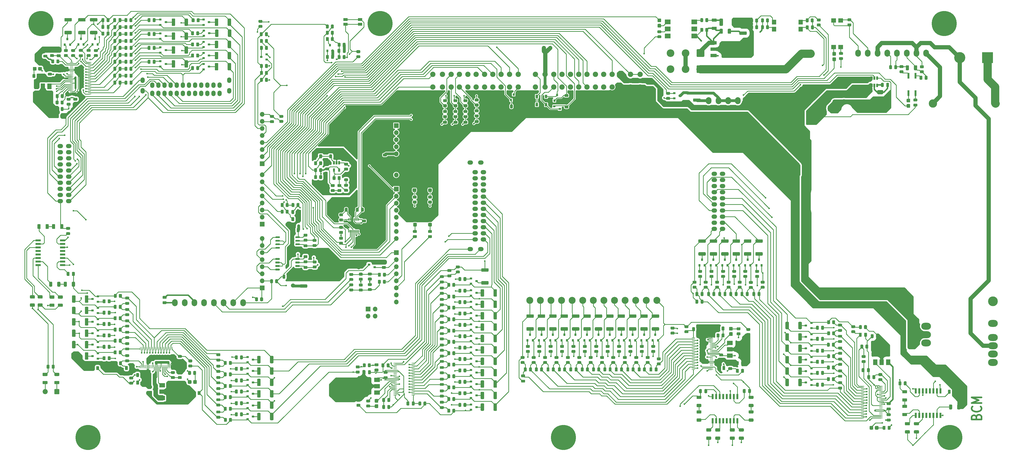
<source format=gtl>
%TF.GenerationSoftware,KiCad,Pcbnew,(5.1.9-0-10_14)*%
%TF.CreationDate,2021-04-10T00:10:23-04:00*%
%TF.ProjectId,LiBCM,4c694243-4d2e-46b6-9963-61645f706362,A*%
%TF.SameCoordinates,Original*%
%TF.FileFunction,Copper,L1,Top*%
%TF.FilePolarity,Positive*%
%FSLAX46Y46*%
G04 Gerber Fmt 4.6, Leading zero omitted, Abs format (unit mm)*
G04 Created by KiCad (PCBNEW (5.1.9-0-10_14)) date 2021-04-10 00:10:23*
%MOMM*%
%LPD*%
G01*
G04 APERTURE LIST*
%TA.AperFunction,NonConductor*%
%ADD10C,0.600000*%
%TD*%
%TA.AperFunction,SMDPad,CuDef*%
%ADD11R,0.650000X1.220000*%
%TD*%
%TA.AperFunction,SMDPad,CuDef*%
%ADD12R,1.500000X1.780000*%
%TD*%
%TA.AperFunction,SMDPad,CuDef*%
%ADD13R,1.780000X1.500000*%
%TD*%
%TA.AperFunction,SMDPad,CuDef*%
%ADD14R,0.640000X2.000000*%
%TD*%
%TA.AperFunction,SMDPad,CuDef*%
%ADD15R,0.640000X1.910000*%
%TD*%
%TA.AperFunction,SMDPad,CuDef*%
%ADD16R,1.910000X0.640000*%
%TD*%
%TA.AperFunction,SMDPad,CuDef*%
%ADD17R,0.305000X0.889000*%
%TD*%
%TA.AperFunction,SMDPad,CuDef*%
%ADD18R,1.250000X0.250000*%
%TD*%
%TA.AperFunction,SMDPad,CuDef*%
%ADD19R,0.250000X1.250000*%
%TD*%
%TA.AperFunction,SMDPad,CuDef*%
%ADD20R,0.900000X1.200000*%
%TD*%
%TA.AperFunction,SMDPad,CuDef*%
%ADD21R,1.200000X0.900000*%
%TD*%
%TA.AperFunction,ComponentPad*%
%ADD22C,9.000000*%
%TD*%
%TA.AperFunction,ComponentPad*%
%ADD23O,1.700000X1.700000*%
%TD*%
%TA.AperFunction,ComponentPad*%
%ADD24R,1.700000X1.700000*%
%TD*%
%TA.AperFunction,ComponentPad*%
%ADD25C,2.750000*%
%TD*%
%TA.AperFunction,SMDPad,CuDef*%
%ADD26R,0.900000X0.800000*%
%TD*%
%TA.AperFunction,SMDPad,CuDef*%
%ADD27R,0.800000X0.900000*%
%TD*%
%TA.AperFunction,SMDPad,CuDef*%
%ADD28R,1.500000X2.000000*%
%TD*%
%TA.AperFunction,SMDPad,CuDef*%
%ADD29R,3.800000X2.000000*%
%TD*%
%TA.AperFunction,SMDPad,CuDef*%
%ADD30R,2.000000X1.500000*%
%TD*%
%TA.AperFunction,SMDPad,CuDef*%
%ADD31R,2.000000X3.800000*%
%TD*%
%TA.AperFunction,SMDPad,CuDef*%
%ADD32R,2.000000X1.780000*%
%TD*%
%TA.AperFunction,ComponentPad*%
%ADD33C,4.000000*%
%TD*%
%TA.AperFunction,ComponentPad*%
%ADD34R,4.000000X4.000000*%
%TD*%
%TA.AperFunction,ComponentPad*%
%ADD35O,3.500000X2.500000*%
%TD*%
%TA.AperFunction,ComponentPad*%
%ADD36C,3.500000*%
%TD*%
%TA.AperFunction,ComponentPad*%
%ADD37O,2.000000X1.500000*%
%TD*%
%TA.AperFunction,ComponentPad*%
%ADD38O,1.500000X2.000000*%
%TD*%
%TA.AperFunction,SMDPad,CuDef*%
%ADD39R,6.400000X5.800000*%
%TD*%
%TA.AperFunction,SMDPad,CuDef*%
%ADD40R,2.200000X1.200000*%
%TD*%
%TA.AperFunction,ComponentPad*%
%ADD41C,3.000000*%
%TD*%
%TA.AperFunction,ComponentPad*%
%ADD42O,2.000000X2.500000*%
%TD*%
%TA.AperFunction,ComponentPad*%
%ADD43C,1.900000*%
%TD*%
%TA.AperFunction,SMDPad,CuDef*%
%ADD44R,1.550000X1.000000*%
%TD*%
%TA.AperFunction,ComponentPad*%
%ADD45C,1.850000*%
%TD*%
%TA.AperFunction,ComponentPad*%
%ADD46C,2.500000*%
%TD*%
%TA.AperFunction,ViaPad*%
%ADD47C,0.600000*%
%TD*%
%TA.AperFunction,ViaPad*%
%ADD48C,1.500000*%
%TD*%
%TA.AperFunction,Conductor*%
%ADD49C,0.250000*%
%TD*%
%TA.AperFunction,Conductor*%
%ADD50C,1.000000*%
%TD*%
%TA.AperFunction,Conductor*%
%ADD51C,0.500000*%
%TD*%
%TA.AperFunction,Conductor*%
%ADD52C,1.500000*%
%TD*%
%TA.AperFunction,Conductor*%
%ADD53C,3.000000*%
%TD*%
%TA.AperFunction,Conductor*%
%ADD54C,0.203000*%
%TD*%
%TA.AperFunction,Conductor*%
%ADD55C,0.100000*%
%TD*%
G04 APERTURE END LIST*
D10*
X369250000Y-182500000D02*
X369416666Y-182071428D01*
X369583333Y-181928571D01*
X369916666Y-181785714D01*
X370416666Y-181785714D01*
X370750000Y-181928571D01*
X370916666Y-182071428D01*
X371083333Y-182357142D01*
X371083333Y-183500000D01*
X367583333Y-183500000D01*
X367583333Y-182500000D01*
X367750000Y-182214285D01*
X367916666Y-182071428D01*
X368250000Y-181928571D01*
X368583333Y-181928571D01*
X368916666Y-182071428D01*
X369083333Y-182214285D01*
X369250000Y-182500000D01*
X369250000Y-183500000D01*
X370750000Y-178785714D02*
X370916666Y-178928571D01*
X371083333Y-179357142D01*
X371083333Y-179642857D01*
X370916666Y-180071428D01*
X370583333Y-180357142D01*
X370250000Y-180500000D01*
X369583333Y-180642857D01*
X369083333Y-180642857D01*
X368416666Y-180500000D01*
X368083333Y-180357142D01*
X367750000Y-180071428D01*
X367583333Y-179642857D01*
X367583333Y-179357142D01*
X367750000Y-178928571D01*
X367916666Y-178785714D01*
X371083333Y-177500000D02*
X367583333Y-177500000D01*
X370083333Y-176500000D01*
X367583333Y-175500000D01*
X371083333Y-175500000D01*
%TO.P,C40,2*%
%TO.N,/LiBCM BMS/C1_A*%
%TA.AperFunction,SMDPad,CuDef*%
G36*
G01*
X55550000Y-41725000D02*
X55550000Y-42675000D01*
G75*
G02*
X55300000Y-42925000I-250000J0D01*
G01*
X54800000Y-42925000D01*
G75*
G02*
X54550000Y-42675000I0J250000D01*
G01*
X54550000Y-41725000D01*
G75*
G02*
X54800000Y-41475000I250000J0D01*
G01*
X55300000Y-41475000D01*
G75*
G02*
X55550000Y-41725000I0J-250000D01*
G01*
G37*
%TD.AperFunction*%
%TO.P,C40,1*%
%TO.N,/LiBCM BMS/C2_A*%
%TA.AperFunction,SMDPad,CuDef*%
G36*
G01*
X57450000Y-41725000D02*
X57450000Y-42675000D01*
G75*
G02*
X57200000Y-42925000I-250000J0D01*
G01*
X56700000Y-42925000D01*
G75*
G02*
X56450000Y-42675000I0J250000D01*
G01*
X56450000Y-41725000D01*
G75*
G02*
X56700000Y-41475000I250000J0D01*
G01*
X57200000Y-41475000D01*
G75*
G02*
X57450000Y-41725000I0J-250000D01*
G01*
G37*
%TD.AperFunction*%
%TD*%
%TO.P,C26,1*%
%TO.N,+12V*%
%TA.AperFunction,SMDPad,CuDef*%
G36*
G01*
X269850001Y-72050000D02*
X267649999Y-72050000D01*
G75*
G02*
X267400000Y-71800001I0J249999D01*
G01*
X267400000Y-71149999D01*
G75*
G02*
X267649999Y-70900000I249999J0D01*
G01*
X269850001Y-70900000D01*
G75*
G02*
X270100000Y-71149999I0J-249999D01*
G01*
X270100000Y-71800001D01*
G75*
G02*
X269850001Y-72050000I-249999J0D01*
G01*
G37*
%TD.AperFunction*%
%TO.P,C26,2*%
%TO.N,GND_ENG*%
%TA.AperFunction,SMDPad,CuDef*%
G36*
G01*
X269850001Y-69100000D02*
X267649999Y-69100000D01*
G75*
G02*
X267400000Y-68850001I0J249999D01*
G01*
X267400000Y-68199999D01*
G75*
G02*
X267649999Y-67950000I249999J0D01*
G01*
X269850001Y-67950000D01*
G75*
G02*
X270100000Y-68199999I0J-249999D01*
G01*
X270100000Y-68850001D01*
G75*
G02*
X269850001Y-69100000I-249999J0D01*
G01*
G37*
%TD.AperFunction*%
%TD*%
%TO.P,C31,2*%
%TO.N,/MCM_CONN_E+*%
%TA.AperFunction,SMDPad,CuDef*%
G36*
G01*
X345050000Y-56249999D02*
X345050000Y-57550001D01*
G75*
G02*
X344800001Y-57800000I-249999J0D01*
G01*
X344149999Y-57800000D01*
G75*
G02*
X343900000Y-57550001I0J249999D01*
G01*
X343900000Y-56249999D01*
G75*
G02*
X344149999Y-56000000I249999J0D01*
G01*
X344800001Y-56000000D01*
G75*
G02*
X345050000Y-56249999I0J-249999D01*
G01*
G37*
%TD.AperFunction*%
%TO.P,C31,1*%
%TO.N,/MCM_CONN_E-*%
%TA.AperFunction,SMDPad,CuDef*%
G36*
G01*
X348000000Y-56249999D02*
X348000000Y-57550001D01*
G75*
G02*
X347750001Y-57800000I-249999J0D01*
G01*
X347099999Y-57800000D01*
G75*
G02*
X346850000Y-57550001I0J249999D01*
G01*
X346850000Y-56249999D01*
G75*
G02*
X347099999Y-56000000I249999J0D01*
G01*
X347750001Y-56000000D01*
G75*
G02*
X348000000Y-56249999I0J-249999D01*
G01*
G37*
%TD.AperFunction*%
%TD*%
%TO.P,C32,2*%
%TO.N,/SNUB*%
%TA.AperFunction,SMDPad,CuDef*%
G36*
G01*
X279875000Y-44400001D02*
X279875000Y-43099999D01*
G75*
G02*
X280124999Y-42850000I249999J0D01*
G01*
X280775001Y-42850000D01*
G75*
G02*
X281025000Y-43099999I0J-249999D01*
G01*
X281025000Y-44400001D01*
G75*
G02*
X280775001Y-44650000I-249999J0D01*
G01*
X280124999Y-44650000D01*
G75*
G02*
X279875000Y-44400001I0J249999D01*
G01*
G37*
%TD.AperFunction*%
%TO.P,C32,1*%
%TO.N,/L1_GRID*%
%TA.AperFunction,SMDPad,CuDef*%
G36*
G01*
X276925000Y-44400001D02*
X276925000Y-43099999D01*
G75*
G02*
X277174999Y-42850000I249999J0D01*
G01*
X277825001Y-42850000D01*
G75*
G02*
X278075000Y-43099999I0J-249999D01*
G01*
X278075000Y-44400001D01*
G75*
G02*
X277825001Y-44650000I-249999J0D01*
G01*
X277174999Y-44650000D01*
G75*
G02*
X276925000Y-44400001I0J249999D01*
G01*
G37*
%TD.AperFunction*%
%TD*%
%TO.P,C33,2*%
%TO.N,/TRIAC_SNUBBER*%
%TA.AperFunction,SMDPad,CuDef*%
G36*
G01*
X275650001Y-40325000D02*
X274349999Y-40325000D01*
G75*
G02*
X274100000Y-40075001I0J249999D01*
G01*
X274100000Y-39424999D01*
G75*
G02*
X274349999Y-39175000I249999J0D01*
G01*
X275650001Y-39175000D01*
G75*
G02*
X275900000Y-39424999I0J-249999D01*
G01*
X275900000Y-40075001D01*
G75*
G02*
X275650001Y-40325000I-249999J0D01*
G01*
G37*
%TD.AperFunction*%
%TO.P,C33,1*%
%TO.N,/L1_GRID*%
%TA.AperFunction,SMDPad,CuDef*%
G36*
G01*
X275650001Y-43275000D02*
X274349999Y-43275000D01*
G75*
G02*
X274100000Y-43025001I0J249999D01*
G01*
X274100000Y-42374999D01*
G75*
G02*
X274349999Y-42125000I249999J0D01*
G01*
X275650001Y-42125000D01*
G75*
G02*
X275900000Y-42374999I0J-249999D01*
G01*
X275900000Y-43025001D01*
G75*
G02*
X275650001Y-43275000I-249999J0D01*
G01*
G37*
%TD.AperFunction*%
%TD*%
%TO.P,C55,2*%
%TO.N,/LiBCM BMS/IM_ISO_A*%
%TA.AperFunction,SMDPad,CuDef*%
G36*
G01*
X33150001Y-139950000D02*
X31849999Y-139950000D01*
G75*
G02*
X31600000Y-139700001I0J249999D01*
G01*
X31600000Y-139049999D01*
G75*
G02*
X31849999Y-138800000I249999J0D01*
G01*
X33150001Y-138800000D01*
G75*
G02*
X33400000Y-139049999I0J-249999D01*
G01*
X33400000Y-139700001D01*
G75*
G02*
X33150001Y-139950000I-249999J0D01*
G01*
G37*
%TD.AperFunction*%
%TO.P,C55,1*%
%TO.N,/LiBCM BMS/IM_ISO_SAFETY*%
%TA.AperFunction,SMDPad,CuDef*%
G36*
G01*
X33150001Y-142900000D02*
X31849999Y-142900000D01*
G75*
G02*
X31600000Y-142650001I0J249999D01*
G01*
X31600000Y-141999999D01*
G75*
G02*
X31849999Y-141750000I249999J0D01*
G01*
X33150001Y-141750000D01*
G75*
G02*
X33400000Y-141999999I0J-249999D01*
G01*
X33400000Y-142650001D01*
G75*
G02*
X33150001Y-142900000I-249999J0D01*
G01*
G37*
%TD.AperFunction*%
%TD*%
%TO.P,C56,2*%
%TO.N,/LiBCM BMS/IP_ISO_A*%
%TA.AperFunction,SMDPad,CuDef*%
G36*
G01*
X30350001Y-139950000D02*
X29049999Y-139950000D01*
G75*
G02*
X28800000Y-139700001I0J249999D01*
G01*
X28800000Y-139049999D01*
G75*
G02*
X29049999Y-138800000I249999J0D01*
G01*
X30350001Y-138800000D01*
G75*
G02*
X30600000Y-139049999I0J-249999D01*
G01*
X30600000Y-139700001D01*
G75*
G02*
X30350001Y-139950000I-249999J0D01*
G01*
G37*
%TD.AperFunction*%
%TO.P,C56,1*%
%TO.N,/LiBCM BMS/IP_ISO_SAFETY*%
%TA.AperFunction,SMDPad,CuDef*%
G36*
G01*
X30350001Y-142900000D02*
X29049999Y-142900000D01*
G75*
G02*
X28800000Y-142650001I0J249999D01*
G01*
X28800000Y-141999999D01*
G75*
G02*
X29049999Y-141750000I249999J0D01*
G01*
X30350001Y-141750000D01*
G75*
G02*
X30600000Y-141999999I0J-249999D01*
G01*
X30600000Y-142650001D01*
G75*
G02*
X30350001Y-142900000I-249999J0D01*
G01*
G37*
%TD.AperFunction*%
%TD*%
%TO.P,C71,2*%
%TO.N,/LiBCM BMS/IP_ISO_B*%
%TA.AperFunction,SMDPad,CuDef*%
G36*
G01*
X37400001Y-140000000D02*
X36099999Y-140000000D01*
G75*
G02*
X35850000Y-139750001I0J249999D01*
G01*
X35850000Y-139099999D01*
G75*
G02*
X36099999Y-138850000I249999J0D01*
G01*
X37400001Y-138850000D01*
G75*
G02*
X37650000Y-139099999I0J-249999D01*
G01*
X37650000Y-139750001D01*
G75*
G02*
X37400001Y-140000000I-249999J0D01*
G01*
G37*
%TD.AperFunction*%
%TO.P,C71,1*%
%TO.N,/LiBCM BMS/IP_ISO_SAFETY*%
%TA.AperFunction,SMDPad,CuDef*%
G36*
G01*
X37400001Y-142950000D02*
X36099999Y-142950000D01*
G75*
G02*
X35850000Y-142700001I0J249999D01*
G01*
X35850000Y-142049999D01*
G75*
G02*
X36099999Y-141800000I249999J0D01*
G01*
X37400001Y-141800000D01*
G75*
G02*
X37650000Y-142049999I0J-249999D01*
G01*
X37650000Y-142700001D01*
G75*
G02*
X37400001Y-142950000I-249999J0D01*
G01*
G37*
%TD.AperFunction*%
%TD*%
%TO.P,C72,2*%
%TO.N,/LiBCM BMS/IM_ISO_B*%
%TA.AperFunction,SMDPad,CuDef*%
G36*
G01*
X40400001Y-140000000D02*
X39099999Y-140000000D01*
G75*
G02*
X38850000Y-139750001I0J249999D01*
G01*
X38850000Y-139099999D01*
G75*
G02*
X39099999Y-138850000I249999J0D01*
G01*
X40400001Y-138850000D01*
G75*
G02*
X40650000Y-139099999I0J-249999D01*
G01*
X40650000Y-139750001D01*
G75*
G02*
X40400001Y-140000000I-249999J0D01*
G01*
G37*
%TD.AperFunction*%
%TO.P,C72,1*%
%TO.N,/LiBCM BMS/IM_ISO_SAFETY*%
%TA.AperFunction,SMDPad,CuDef*%
G36*
G01*
X40400001Y-142950000D02*
X39099999Y-142950000D01*
G75*
G02*
X38850000Y-142700001I0J249999D01*
G01*
X38850000Y-142049999D01*
G75*
G02*
X39099999Y-141800000I249999J0D01*
G01*
X40400001Y-141800000D01*
G75*
G02*
X40650000Y-142049999I0J-249999D01*
G01*
X40650000Y-142700001D01*
G75*
G02*
X40400001Y-142950000I-249999J0D01*
G01*
G37*
%TD.AperFunction*%
%TD*%
%TO.P,C78,2*%
%TO.N,/LiBCM BMS/IP_ISO_C*%
%TA.AperFunction,SMDPad,CuDef*%
G36*
G01*
X273650001Y-187850000D02*
X272349999Y-187850000D01*
G75*
G02*
X272100000Y-187600001I0J249999D01*
G01*
X272100000Y-186949999D01*
G75*
G02*
X272349999Y-186700000I249999J0D01*
G01*
X273650001Y-186700000D01*
G75*
G02*
X273900000Y-186949999I0J-249999D01*
G01*
X273900000Y-187600001D01*
G75*
G02*
X273650001Y-187850000I-249999J0D01*
G01*
G37*
%TD.AperFunction*%
%TO.P,C78,1*%
%TO.N,/LiBCM BMS/IP_ISO_SAFETY*%
%TA.AperFunction,SMDPad,CuDef*%
G36*
G01*
X273650001Y-190800000D02*
X272349999Y-190800000D01*
G75*
G02*
X272100000Y-190550001I0J249999D01*
G01*
X272100000Y-189899999D01*
G75*
G02*
X272349999Y-189650000I249999J0D01*
G01*
X273650001Y-189650000D01*
G75*
G02*
X273900000Y-189899999I0J-249999D01*
G01*
X273900000Y-190550001D01*
G75*
G02*
X273650001Y-190800000I-249999J0D01*
G01*
G37*
%TD.AperFunction*%
%TD*%
%TO.P,C92,2*%
%TO.N,/LiBCM BMS/IM_ISO_C*%
%TA.AperFunction,SMDPad,CuDef*%
G36*
G01*
X276900001Y-187850000D02*
X275599999Y-187850000D01*
G75*
G02*
X275350000Y-187600001I0J249999D01*
G01*
X275350000Y-186949999D01*
G75*
G02*
X275599999Y-186700000I249999J0D01*
G01*
X276900001Y-186700000D01*
G75*
G02*
X277150000Y-186949999I0J-249999D01*
G01*
X277150000Y-187600001D01*
G75*
G02*
X276900001Y-187850000I-249999J0D01*
G01*
G37*
%TD.AperFunction*%
%TO.P,C92,1*%
%TO.N,/LiBCM BMS/IM_ISO_SAFETY*%
%TA.AperFunction,SMDPad,CuDef*%
G36*
G01*
X276900001Y-190800000D02*
X275599999Y-190800000D01*
G75*
G02*
X275350000Y-190550001I0J249999D01*
G01*
X275350000Y-189899999D01*
G75*
G02*
X275599999Y-189650000I249999J0D01*
G01*
X276900001Y-189650000D01*
G75*
G02*
X277150000Y-189899999I0J-249999D01*
G01*
X277150000Y-190550001D01*
G75*
G02*
X276900001Y-190800000I-249999J0D01*
G01*
G37*
%TD.AperFunction*%
%TD*%
%TO.P,C95,2*%
%TO.N,/LiBCM BMS/IP_ISO_D*%
%TA.AperFunction,SMDPad,CuDef*%
G36*
G01*
X345150001Y-185600000D02*
X343849999Y-185600000D01*
G75*
G02*
X343600000Y-185350001I0J249999D01*
G01*
X343600000Y-184699999D01*
G75*
G02*
X343849999Y-184450000I249999J0D01*
G01*
X345150001Y-184450000D01*
G75*
G02*
X345400000Y-184699999I0J-249999D01*
G01*
X345400000Y-185350001D01*
G75*
G02*
X345150001Y-185600000I-249999J0D01*
G01*
G37*
%TD.AperFunction*%
%TO.P,C95,1*%
%TO.N,/LiBCM BMS/IP_ISO_SAFETY*%
%TA.AperFunction,SMDPad,CuDef*%
G36*
G01*
X345150001Y-188550000D02*
X343849999Y-188550000D01*
G75*
G02*
X343600000Y-188300001I0J249999D01*
G01*
X343600000Y-187649999D01*
G75*
G02*
X343849999Y-187400000I249999J0D01*
G01*
X345150001Y-187400000D01*
G75*
G02*
X345400000Y-187649999I0J-249999D01*
G01*
X345400000Y-188300001D01*
G75*
G02*
X345150001Y-188550000I-249999J0D01*
G01*
G37*
%TD.AperFunction*%
%TD*%
%TO.P,C96,2*%
%TO.N,/LiBCM BMS/IM_ISO_D*%
%TA.AperFunction,SMDPad,CuDef*%
G36*
G01*
X348400001Y-185600000D02*
X347099999Y-185600000D01*
G75*
G02*
X346850000Y-185350001I0J249999D01*
G01*
X346850000Y-184699999D01*
G75*
G02*
X347099999Y-184450000I249999J0D01*
G01*
X348400001Y-184450000D01*
G75*
G02*
X348650000Y-184699999I0J-249999D01*
G01*
X348650000Y-185350001D01*
G75*
G02*
X348400001Y-185600000I-249999J0D01*
G01*
G37*
%TD.AperFunction*%
%TO.P,C96,1*%
%TO.N,/LiBCM BMS/IM_ISO_SAFETY*%
%TA.AperFunction,SMDPad,CuDef*%
G36*
G01*
X348400001Y-188550000D02*
X347099999Y-188550000D01*
G75*
G02*
X346850000Y-188300001I0J249999D01*
G01*
X346850000Y-187649999D01*
G75*
G02*
X347099999Y-187400000I249999J0D01*
G01*
X348400001Y-187400000D01*
G75*
G02*
X348650000Y-187649999I0J-249999D01*
G01*
X348650000Y-188300001D01*
G75*
G02*
X348400001Y-188550000I-249999J0D01*
G01*
G37*
%TD.AperFunction*%
%TD*%
%TO.P,C101,2*%
%TO.N,/LiBCM BMS/IP_ISO_EXT*%
%TA.AperFunction,SMDPad,CuDef*%
G36*
G01*
X33599999Y-169650000D02*
X34900001Y-169650000D01*
G75*
G02*
X35150000Y-169899999I0J-249999D01*
G01*
X35150000Y-170550001D01*
G75*
G02*
X34900001Y-170800000I-249999J0D01*
G01*
X33599999Y-170800000D01*
G75*
G02*
X33350000Y-170550001I0J249999D01*
G01*
X33350000Y-169899999D01*
G75*
G02*
X33599999Y-169650000I249999J0D01*
G01*
G37*
%TD.AperFunction*%
%TO.P,C101,1*%
%TO.N,/LiBCM BMS/IP_ISO_SAFETY*%
%TA.AperFunction,SMDPad,CuDef*%
G36*
G01*
X33599999Y-166700000D02*
X34900001Y-166700000D01*
G75*
G02*
X35150000Y-166949999I0J-249999D01*
G01*
X35150000Y-167600001D01*
G75*
G02*
X34900001Y-167850000I-249999J0D01*
G01*
X33599999Y-167850000D01*
G75*
G02*
X33350000Y-167600001I0J249999D01*
G01*
X33350000Y-166949999D01*
G75*
G02*
X33599999Y-166700000I249999J0D01*
G01*
G37*
%TD.AperFunction*%
%TD*%
%TO.P,C102,2*%
%TO.N,/LiBCM BMS/IM_ISO_EXT*%
%TA.AperFunction,SMDPad,CuDef*%
G36*
G01*
X37849999Y-169650000D02*
X39150001Y-169650000D01*
G75*
G02*
X39400000Y-169899999I0J-249999D01*
G01*
X39400000Y-170550001D01*
G75*
G02*
X39150001Y-170800000I-249999J0D01*
G01*
X37849999Y-170800000D01*
G75*
G02*
X37600000Y-170550001I0J249999D01*
G01*
X37600000Y-169899999D01*
G75*
G02*
X37849999Y-169650000I249999J0D01*
G01*
G37*
%TD.AperFunction*%
%TO.P,C102,1*%
%TO.N,/LiBCM BMS/IM_ISO_SAFETY*%
%TA.AperFunction,SMDPad,CuDef*%
G36*
G01*
X37849999Y-166700000D02*
X39150001Y-166700000D01*
G75*
G02*
X39400000Y-166949999I0J-249999D01*
G01*
X39400000Y-167600001D01*
G75*
G02*
X39150001Y-167850000I-249999J0D01*
G01*
X37849999Y-167850000D01*
G75*
G02*
X37600000Y-167600001I0J249999D01*
G01*
X37600000Y-166949999D01*
G75*
G02*
X37849999Y-166700000I249999J0D01*
G01*
G37*
%TD.AperFunction*%
%TD*%
%TO.P,R61,2*%
%TO.N,/GRID_SENSE_NOISY*%
%TA.AperFunction,SMDPad,CuDef*%
G36*
G01*
X313050002Y-40200000D02*
X312149998Y-40200000D01*
G75*
G02*
X311900000Y-39950002I0J249998D01*
G01*
X311900000Y-39424998D01*
G75*
G02*
X312149998Y-39175000I249998J0D01*
G01*
X313050002Y-39175000D01*
G75*
G02*
X313300000Y-39424998I0J-249998D01*
G01*
X313300000Y-39950002D01*
G75*
G02*
X313050002Y-40200000I-249998J0D01*
G01*
G37*
%TD.AperFunction*%
%TO.P,R61,1*%
%TO.N,+5V*%
%TA.AperFunction,SMDPad,CuDef*%
G36*
G01*
X313050002Y-42025000D02*
X312149998Y-42025000D01*
G75*
G02*
X311900000Y-41775002I0J249998D01*
G01*
X311900000Y-41249998D01*
G75*
G02*
X312149998Y-41000000I249998J0D01*
G01*
X313050002Y-41000000D01*
G75*
G02*
X313300000Y-41249998I0J-249998D01*
G01*
X313300000Y-41775002D01*
G75*
G02*
X313050002Y-42025000I-249998J0D01*
G01*
G37*
%TD.AperFunction*%
%TD*%
%TO.P,R68,2*%
%TO.N,/TRIAC_DRIVE*%
%TA.AperFunction,SMDPad,CuDef*%
G36*
G01*
X271012500Y-39299998D02*
X271012500Y-40200002D01*
G75*
G02*
X270762502Y-40450000I-249998J0D01*
G01*
X270237498Y-40450000D01*
G75*
G02*
X269987500Y-40200002I0J249998D01*
G01*
X269987500Y-39299998D01*
G75*
G02*
X270237498Y-39050000I249998J0D01*
G01*
X270762502Y-39050000D01*
G75*
G02*
X271012500Y-39299998I0J-249998D01*
G01*
G37*
%TD.AperFunction*%
%TO.P,R68,1*%
%TO.N,/TRIAC_SNUBBER*%
%TA.AperFunction,SMDPad,CuDef*%
G36*
G01*
X272837500Y-39299998D02*
X272837500Y-40200002D01*
G75*
G02*
X272587502Y-40450000I-249998J0D01*
G01*
X272062498Y-40450000D01*
G75*
G02*
X271812500Y-40200002I0J249998D01*
G01*
X271812500Y-39299998D01*
G75*
G02*
X272062498Y-39050000I249998J0D01*
G01*
X272587502Y-39050000D01*
G75*
G02*
X272837500Y-39299998I0J-249998D01*
G01*
G37*
%TD.AperFunction*%
%TD*%
%TO.P,R69,2*%
%TO.N,/MCM_CONN_E+*%
%TA.AperFunction,SMDPad,CuDef*%
G36*
G01*
X339752500Y-57140002D02*
X339752500Y-56239998D01*
G75*
G02*
X340002498Y-55990000I249998J0D01*
G01*
X340527502Y-55990000D01*
G75*
G02*
X340777500Y-56239998I0J-249998D01*
G01*
X340777500Y-57140002D01*
G75*
G02*
X340527502Y-57390000I-249998J0D01*
G01*
X340002498Y-57390000D01*
G75*
G02*
X339752500Y-57140002I0J249998D01*
G01*
G37*
%TD.AperFunction*%
%TO.P,R69,1*%
%TO.N,HVDC_POS_FUSED*%
%TA.AperFunction,SMDPad,CuDef*%
G36*
G01*
X337927500Y-57140002D02*
X337927500Y-56239998D01*
G75*
G02*
X338177498Y-55990000I249998J0D01*
G01*
X338702502Y-55990000D01*
G75*
G02*
X338952500Y-56239998I0J-249998D01*
G01*
X338952500Y-57140002D01*
G75*
G02*
X338702502Y-57390000I-249998J0D01*
G01*
X338177498Y-57390000D01*
G75*
G02*
X337927500Y-57140002I0J249998D01*
G01*
G37*
%TD.AperFunction*%
%TD*%
%TO.P,R70,2*%
%TO.N,/MCM_CONN_E+*%
%TA.AperFunction,SMDPad,CuDef*%
G36*
G01*
X342800002Y-57012500D02*
X341899998Y-57012500D01*
G75*
G02*
X341650000Y-56762502I0J249998D01*
G01*
X341650000Y-56237498D01*
G75*
G02*
X341899998Y-55987500I249998J0D01*
G01*
X342800002Y-55987500D01*
G75*
G02*
X343050000Y-56237498I0J-249998D01*
G01*
X343050000Y-56762502D01*
G75*
G02*
X342800002Y-57012500I-249998J0D01*
G01*
G37*
%TD.AperFunction*%
%TO.P,R70,1*%
%TO.N,/MCM_VCONTROL_HV+*%
%TA.AperFunction,SMDPad,CuDef*%
G36*
G01*
X342800002Y-58837500D02*
X341899998Y-58837500D01*
G75*
G02*
X341650000Y-58587502I0J249998D01*
G01*
X341650000Y-58062498D01*
G75*
G02*
X341899998Y-57812500I249998J0D01*
G01*
X342800002Y-57812500D01*
G75*
G02*
X343050000Y-58062498I0J-249998D01*
G01*
X343050000Y-58587502D01*
G75*
G02*
X342800002Y-58837500I-249998J0D01*
G01*
G37*
%TD.AperFunction*%
%TD*%
%TO.P,R71,2*%
%TO.N,/MCM_VCONTROL_HV-*%
%TA.AperFunction,SMDPad,CuDef*%
G36*
G01*
X349887500Y-60049998D02*
X349887500Y-60950002D01*
G75*
G02*
X349637502Y-61200000I-249998J0D01*
G01*
X349112498Y-61200000D01*
G75*
G02*
X348862500Y-60950002I0J249998D01*
G01*
X348862500Y-60049998D01*
G75*
G02*
X349112498Y-59800000I249998J0D01*
G01*
X349637502Y-59800000D01*
G75*
G02*
X349887500Y-60049998I0J-249998D01*
G01*
G37*
%TD.AperFunction*%
%TO.P,R71,1*%
%TO.N,/MCM_CONN_E-*%
%TA.AperFunction,SMDPad,CuDef*%
G36*
G01*
X351712500Y-60049998D02*
X351712500Y-60950002D01*
G75*
G02*
X351462502Y-61200000I-249998J0D01*
G01*
X350937498Y-61200000D01*
G75*
G02*
X350687500Y-60950002I0J249998D01*
G01*
X350687500Y-60049998D01*
G75*
G02*
X350937498Y-59800000I249998J0D01*
G01*
X351462502Y-59800000D01*
G75*
G02*
X351712500Y-60049998I0J-249998D01*
G01*
G37*
%TD.AperFunction*%
%TD*%
%TO.P,R72,2*%
%TO.N,HVDC_NEG*%
%TA.AperFunction,SMDPad,CuDef*%
G36*
G01*
X350150002Y-57050000D02*
X349249998Y-57050000D01*
G75*
G02*
X349000000Y-56800002I0J249998D01*
G01*
X349000000Y-56274998D01*
G75*
G02*
X349249998Y-56025000I249998J0D01*
G01*
X350150002Y-56025000D01*
G75*
G02*
X350400000Y-56274998I0J-249998D01*
G01*
X350400000Y-56800002D01*
G75*
G02*
X350150002Y-57050000I-249998J0D01*
G01*
G37*
%TD.AperFunction*%
%TO.P,R72,1*%
%TO.N,/MCM_CONN_E-*%
%TA.AperFunction,SMDPad,CuDef*%
G36*
G01*
X350150002Y-58875000D02*
X349249998Y-58875000D01*
G75*
G02*
X349000000Y-58625002I0J249998D01*
G01*
X349000000Y-58099998D01*
G75*
G02*
X349249998Y-57850000I249998J0D01*
G01*
X350150002Y-57850000D01*
G75*
G02*
X350400000Y-58099998I0J-249998D01*
G01*
X350400000Y-58625002D01*
G75*
G02*
X350150002Y-58875000I-249998J0D01*
G01*
G37*
%TD.AperFunction*%
%TD*%
%TO.P,R74,2*%
%TO.N,/GRID_SENSE_L1*%
%TA.AperFunction,SMDPad,CuDef*%
G36*
G01*
X289762500Y-42750002D02*
X289762500Y-41849998D01*
G75*
G02*
X290012498Y-41600000I249998J0D01*
G01*
X290537502Y-41600000D01*
G75*
G02*
X290787500Y-41849998I0J-249998D01*
G01*
X290787500Y-42750002D01*
G75*
G02*
X290537502Y-43000000I-249998J0D01*
G01*
X290012498Y-43000000D01*
G75*
G02*
X289762500Y-42750002I0J249998D01*
G01*
G37*
%TD.AperFunction*%
%TO.P,R74,1*%
%TO.N,/L1_FUSED*%
%TA.AperFunction,SMDPad,CuDef*%
G36*
G01*
X287937500Y-42750002D02*
X287937500Y-41849998D01*
G75*
G02*
X288187498Y-41600000I249998J0D01*
G01*
X288712502Y-41600000D01*
G75*
G02*
X288962500Y-41849998I0J-249998D01*
G01*
X288962500Y-42750002D01*
G75*
G02*
X288712502Y-43000000I-249998J0D01*
G01*
X288187498Y-43000000D01*
G75*
G02*
X287937500Y-42750002I0J249998D01*
G01*
G37*
%TD.AperFunction*%
%TD*%
%TO.P,R75,2*%
%TO.N,/GRID_SENSE_L1*%
%TA.AperFunction,SMDPad,CuDef*%
G36*
G01*
X289750000Y-40350002D02*
X289750000Y-39449998D01*
G75*
G02*
X289999998Y-39200000I249998J0D01*
G01*
X290525002Y-39200000D01*
G75*
G02*
X290775000Y-39449998I0J-249998D01*
G01*
X290775000Y-40350002D01*
G75*
G02*
X290525002Y-40600000I-249998J0D01*
G01*
X289999998Y-40600000D01*
G75*
G02*
X289750000Y-40350002I0J249998D01*
G01*
G37*
%TD.AperFunction*%
%TO.P,R75,1*%
%TO.N,/L1_FUSED*%
%TA.AperFunction,SMDPad,CuDef*%
G36*
G01*
X287925000Y-40350002D02*
X287925000Y-39449998D01*
G75*
G02*
X288174998Y-39200000I249998J0D01*
G01*
X288700002Y-39200000D01*
G75*
G02*
X288950000Y-39449998I0J-249998D01*
G01*
X288950000Y-40350002D01*
G75*
G02*
X288700002Y-40600000I-249998J0D01*
G01*
X288174998Y-40600000D01*
G75*
G02*
X287925000Y-40350002I0J249998D01*
G01*
G37*
%TD.AperFunction*%
%TD*%
%TO.P,R77,2*%
%TO.N,/GRID_SENSE_L2*%
%TA.AperFunction,SMDPad,CuDef*%
G36*
G01*
X293650000Y-40300002D02*
X293650000Y-39399998D01*
G75*
G02*
X293899998Y-39150000I249998J0D01*
G01*
X294425002Y-39150000D01*
G75*
G02*
X294675000Y-39399998I0J-249998D01*
G01*
X294675000Y-40300002D01*
G75*
G02*
X294425002Y-40550000I-249998J0D01*
G01*
X293899998Y-40550000D01*
G75*
G02*
X293650000Y-40300002I0J249998D01*
G01*
G37*
%TD.AperFunction*%
%TO.P,R77,1*%
%TO.N,/L2*%
%TA.AperFunction,SMDPad,CuDef*%
G36*
G01*
X291825000Y-40300002D02*
X291825000Y-39399998D01*
G75*
G02*
X292074998Y-39150000I249998J0D01*
G01*
X292600002Y-39150000D01*
G75*
G02*
X292850000Y-39399998I0J-249998D01*
G01*
X292850000Y-40300002D01*
G75*
G02*
X292600002Y-40550000I-249998J0D01*
G01*
X292074998Y-40550000D01*
G75*
G02*
X291825000Y-40300002I0J249998D01*
G01*
G37*
%TD.AperFunction*%
%TD*%
%TO.P,R78,2*%
%TO.N,/TRIAC_GATE*%
%TA.AperFunction,SMDPad,CuDef*%
G36*
G01*
X271012500Y-42799998D02*
X271012500Y-43700002D01*
G75*
G02*
X270762502Y-43950000I-249998J0D01*
G01*
X270237498Y-43950000D01*
G75*
G02*
X269987500Y-43700002I0J249998D01*
G01*
X269987500Y-42799998D01*
G75*
G02*
X270237498Y-42550000I249998J0D01*
G01*
X270762502Y-42550000D01*
G75*
G02*
X271012500Y-42799998I0J-249998D01*
G01*
G37*
%TD.AperFunction*%
%TO.P,R78,1*%
%TO.N,/L1_GRID*%
%TA.AperFunction,SMDPad,CuDef*%
G36*
G01*
X272837500Y-42799998D02*
X272837500Y-43700002D01*
G75*
G02*
X272587502Y-43950000I-249998J0D01*
G01*
X272062498Y-43950000D01*
G75*
G02*
X271812500Y-43700002I0J249998D01*
G01*
X271812500Y-42799998D01*
G75*
G02*
X272062498Y-42550000I249998J0D01*
G01*
X272587502Y-42550000D01*
G75*
G02*
X272837500Y-42799998I0J-249998D01*
G01*
G37*
%TD.AperFunction*%
%TD*%
%TO.P,R79,2*%
%TO.N,/GRID_SENSE_L2*%
%TA.AperFunction,SMDPad,CuDef*%
G36*
G01*
X293650000Y-42750002D02*
X293650000Y-41849998D01*
G75*
G02*
X293899998Y-41600000I249998J0D01*
G01*
X294425002Y-41600000D01*
G75*
G02*
X294675000Y-41849998I0J-249998D01*
G01*
X294675000Y-42750002D01*
G75*
G02*
X294425002Y-43000000I-249998J0D01*
G01*
X293899998Y-43000000D01*
G75*
G02*
X293650000Y-42750002I0J249998D01*
G01*
G37*
%TD.AperFunction*%
%TO.P,R79,1*%
%TO.N,/L2*%
%TA.AperFunction,SMDPad,CuDef*%
G36*
G01*
X291825000Y-42750002D02*
X291825000Y-41849998D01*
G75*
G02*
X292074998Y-41600000I249998J0D01*
G01*
X292600002Y-41600000D01*
G75*
G02*
X292850000Y-41849998I0J-249998D01*
G01*
X292850000Y-42750002D01*
G75*
G02*
X292600002Y-43000000I-249998J0D01*
G01*
X292074998Y-43000000D01*
G75*
G02*
X291825000Y-42750002I0J249998D01*
G01*
G37*
%TD.AperFunction*%
%TD*%
%TO.P,R80,2*%
%TO.N,/GRID_PWM-*%
%TA.AperFunction,SMDPad,CuDef*%
G36*
G01*
X324050002Y-40150000D02*
X323149998Y-40150000D01*
G75*
G02*
X322900000Y-39900002I0J249998D01*
G01*
X322900000Y-39374998D01*
G75*
G02*
X323149998Y-39125000I249998J0D01*
G01*
X324050002Y-39125000D01*
G75*
G02*
X324300000Y-39374998I0J-249998D01*
G01*
X324300000Y-39900002D01*
G75*
G02*
X324050002Y-40150000I-249998J0D01*
G01*
G37*
%TD.AperFunction*%
%TO.P,R80,1*%
%TO.N,/GRID_PWM+*%
%TA.AperFunction,SMDPad,CuDef*%
G36*
G01*
X324050002Y-41975000D02*
X323149998Y-41975000D01*
G75*
G02*
X322900000Y-41725002I0J249998D01*
G01*
X322900000Y-41199998D01*
G75*
G02*
X323149998Y-40950000I249998J0D01*
G01*
X324050002Y-40950000D01*
G75*
G02*
X324300000Y-41199998I0J-249998D01*
G01*
X324300000Y-41725002D01*
G75*
G02*
X324050002Y-41975000I-249998J0D01*
G01*
G37*
%TD.AperFunction*%
%TD*%
%TO.P,R83,2*%
%TO.N,/LiBCM BMS/C11pos*%
%TA.AperFunction,SMDPad,CuDef*%
G36*
G01*
X99950000Y-57575001D02*
X99950000Y-55424999D01*
G75*
G02*
X100199999Y-55175000I249999J0D01*
G01*
X100925001Y-55175000D01*
G75*
G02*
X101175000Y-55424999I0J-249999D01*
G01*
X101175000Y-57575001D01*
G75*
G02*
X100925001Y-57825000I-249999J0D01*
G01*
X100199999Y-57825000D01*
G75*
G02*
X99950000Y-57575001I0J249999D01*
G01*
G37*
%TD.AperFunction*%
%TO.P,R83,1*%
%TO.N,/LiBCM BMS/QC12_A*%
%TA.AperFunction,SMDPad,CuDef*%
G36*
G01*
X95325000Y-57575001D02*
X95325000Y-55424999D01*
G75*
G02*
X95574999Y-55175000I249999J0D01*
G01*
X96300001Y-55175000D01*
G75*
G02*
X96550000Y-55424999I0J-249999D01*
G01*
X96550000Y-57575001D01*
G75*
G02*
X96300001Y-57825000I-249999J0D01*
G01*
X95574999Y-57825000D01*
G75*
G02*
X95325000Y-57575001I0J249999D01*
G01*
G37*
%TD.AperFunction*%
%TD*%
%TO.P,R84,2*%
%TO.N,/LiBCM BMS/C10pos*%
%TA.AperFunction,SMDPad,CuDef*%
G36*
G01*
X84450000Y-56575001D02*
X84450000Y-54424999D01*
G75*
G02*
X84699999Y-54175000I249999J0D01*
G01*
X85425001Y-54175000D01*
G75*
G02*
X85675000Y-54424999I0J-249999D01*
G01*
X85675000Y-56575001D01*
G75*
G02*
X85425001Y-56825000I-249999J0D01*
G01*
X84699999Y-56825000D01*
G75*
G02*
X84450000Y-56575001I0J249999D01*
G01*
G37*
%TD.AperFunction*%
%TO.P,R84,1*%
%TO.N,/LiBCM BMS/QC11_A*%
%TA.AperFunction,SMDPad,CuDef*%
G36*
G01*
X79825000Y-56575001D02*
X79825000Y-54424999D01*
G75*
G02*
X80074999Y-54175000I249999J0D01*
G01*
X80800001Y-54175000D01*
G75*
G02*
X81050000Y-54424999I0J-249999D01*
G01*
X81050000Y-56575001D01*
G75*
G02*
X80800001Y-56825000I-249999J0D01*
G01*
X80074999Y-56825000D01*
G75*
G02*
X79825000Y-56575001I0J249999D01*
G01*
G37*
%TD.AperFunction*%
%TD*%
%TO.P,R85,2*%
%TO.N,/LiBCM BMS/CELL9pos*%
%TA.AperFunction,SMDPad,CuDef*%
G36*
G01*
X99950000Y-53575001D02*
X99950000Y-51424999D01*
G75*
G02*
X100199999Y-51175000I249999J0D01*
G01*
X100925001Y-51175000D01*
G75*
G02*
X101175000Y-51424999I0J-249999D01*
G01*
X101175000Y-53575001D01*
G75*
G02*
X100925001Y-53825000I-249999J0D01*
G01*
X100199999Y-53825000D01*
G75*
G02*
X99950000Y-53575001I0J249999D01*
G01*
G37*
%TD.AperFunction*%
%TO.P,R85,1*%
%TO.N,/LiBCM BMS/QC10_A*%
%TA.AperFunction,SMDPad,CuDef*%
G36*
G01*
X95325000Y-53575001D02*
X95325000Y-51424999D01*
G75*
G02*
X95574999Y-51175000I249999J0D01*
G01*
X96300001Y-51175000D01*
G75*
G02*
X96550000Y-51424999I0J-249999D01*
G01*
X96550000Y-53575001D01*
G75*
G02*
X96300001Y-53825000I-249999J0D01*
G01*
X95574999Y-53825000D01*
G75*
G02*
X95325000Y-53575001I0J249999D01*
G01*
G37*
%TD.AperFunction*%
%TD*%
%TO.P,R86,2*%
%TO.N,/LiBCM BMS/CELL8pos*%
%TA.AperFunction,SMDPad,CuDef*%
G36*
G01*
X84450000Y-51575001D02*
X84450000Y-49424999D01*
G75*
G02*
X84699999Y-49175000I249999J0D01*
G01*
X85425001Y-49175000D01*
G75*
G02*
X85675000Y-49424999I0J-249999D01*
G01*
X85675000Y-51575001D01*
G75*
G02*
X85425001Y-51825000I-249999J0D01*
G01*
X84699999Y-51825000D01*
G75*
G02*
X84450000Y-51575001I0J249999D01*
G01*
G37*
%TD.AperFunction*%
%TO.P,R86,1*%
%TO.N,/LiBCM BMS/QC9_A*%
%TA.AperFunction,SMDPad,CuDef*%
G36*
G01*
X79825000Y-51575001D02*
X79825000Y-49424999D01*
G75*
G02*
X80074999Y-49175000I249999J0D01*
G01*
X80800001Y-49175000D01*
G75*
G02*
X81050000Y-49424999I0J-249999D01*
G01*
X81050000Y-51575001D01*
G75*
G02*
X80800001Y-51825000I-249999J0D01*
G01*
X80074999Y-51825000D01*
G75*
G02*
X79825000Y-51575001I0J249999D01*
G01*
G37*
%TD.AperFunction*%
%TD*%
%TO.P,R87,2*%
%TO.N,/LiBCM BMS/CELL7pos*%
%TA.AperFunction,SMDPad,CuDef*%
G36*
G01*
X99950000Y-49575001D02*
X99950000Y-47424999D01*
G75*
G02*
X100199999Y-47175000I249999J0D01*
G01*
X100925001Y-47175000D01*
G75*
G02*
X101175000Y-47424999I0J-249999D01*
G01*
X101175000Y-49575001D01*
G75*
G02*
X100925001Y-49825000I-249999J0D01*
G01*
X100199999Y-49825000D01*
G75*
G02*
X99950000Y-49575001I0J249999D01*
G01*
G37*
%TD.AperFunction*%
%TO.P,R87,1*%
%TO.N,/LiBCM BMS/QC8_A*%
%TA.AperFunction,SMDPad,CuDef*%
G36*
G01*
X95325000Y-49575001D02*
X95325000Y-47424999D01*
G75*
G02*
X95574999Y-47175000I249999J0D01*
G01*
X96300001Y-47175000D01*
G75*
G02*
X96550000Y-47424999I0J-249999D01*
G01*
X96550000Y-49575001D01*
G75*
G02*
X96300001Y-49825000I-249999J0D01*
G01*
X95574999Y-49825000D01*
G75*
G02*
X95325000Y-49575001I0J249999D01*
G01*
G37*
%TD.AperFunction*%
%TD*%
%TO.P,R88,2*%
%TO.N,/LiBCM BMS/CELL6pos*%
%TA.AperFunction,SMDPad,CuDef*%
G36*
G01*
X84450000Y-46575001D02*
X84450000Y-44424999D01*
G75*
G02*
X84699999Y-44175000I249999J0D01*
G01*
X85425001Y-44175000D01*
G75*
G02*
X85675000Y-44424999I0J-249999D01*
G01*
X85675000Y-46575001D01*
G75*
G02*
X85425001Y-46825000I-249999J0D01*
G01*
X84699999Y-46825000D01*
G75*
G02*
X84450000Y-46575001I0J249999D01*
G01*
G37*
%TD.AperFunction*%
%TO.P,R88,1*%
%TO.N,/LiBCM BMS/QC7_A*%
%TA.AperFunction,SMDPad,CuDef*%
G36*
G01*
X79825000Y-46575001D02*
X79825000Y-44424999D01*
G75*
G02*
X80074999Y-44175000I249999J0D01*
G01*
X80800001Y-44175000D01*
G75*
G02*
X81050000Y-44424999I0J-249999D01*
G01*
X81050000Y-46575001D01*
G75*
G02*
X80800001Y-46825000I-249999J0D01*
G01*
X80074999Y-46825000D01*
G75*
G02*
X79825000Y-46575001I0J249999D01*
G01*
G37*
%TD.AperFunction*%
%TD*%
%TO.P,R89,2*%
%TO.N,/LiBCM BMS/CELL5pos*%
%TA.AperFunction,SMDPad,CuDef*%
G36*
G01*
X100050000Y-45525001D02*
X100050000Y-43374999D01*
G75*
G02*
X100299999Y-43125000I249999J0D01*
G01*
X101025001Y-43125000D01*
G75*
G02*
X101275000Y-43374999I0J-249999D01*
G01*
X101275000Y-45525001D01*
G75*
G02*
X101025001Y-45775000I-249999J0D01*
G01*
X100299999Y-45775000D01*
G75*
G02*
X100050000Y-45525001I0J249999D01*
G01*
G37*
%TD.AperFunction*%
%TO.P,R89,1*%
%TO.N,/LiBCM BMS/QC6_A*%
%TA.AperFunction,SMDPad,CuDef*%
G36*
G01*
X95425000Y-45525001D02*
X95425000Y-43374999D01*
G75*
G02*
X95674999Y-43125000I249999J0D01*
G01*
X96400001Y-43125000D01*
G75*
G02*
X96650000Y-43374999I0J-249999D01*
G01*
X96650000Y-45525001D01*
G75*
G02*
X96400001Y-45775000I-249999J0D01*
G01*
X95674999Y-45775000D01*
G75*
G02*
X95425000Y-45525001I0J249999D01*
G01*
G37*
%TD.AperFunction*%
%TD*%
%TO.P,R90,2*%
%TO.N,/LiBCM BMS/CELL4pos*%
%TA.AperFunction,SMDPad,CuDef*%
G36*
G01*
X84450000Y-41575001D02*
X84450000Y-39424999D01*
G75*
G02*
X84699999Y-39175000I249999J0D01*
G01*
X85425001Y-39175000D01*
G75*
G02*
X85675000Y-39424999I0J-249999D01*
G01*
X85675000Y-41575001D01*
G75*
G02*
X85425001Y-41825000I-249999J0D01*
G01*
X84699999Y-41825000D01*
G75*
G02*
X84450000Y-41575001I0J249999D01*
G01*
G37*
%TD.AperFunction*%
%TO.P,R90,1*%
%TO.N,/LiBCM BMS/QC5_A*%
%TA.AperFunction,SMDPad,CuDef*%
G36*
G01*
X79825000Y-41575001D02*
X79825000Y-39424999D01*
G75*
G02*
X80074999Y-39175000I249999J0D01*
G01*
X80800001Y-39175000D01*
G75*
G02*
X81050000Y-39424999I0J-249999D01*
G01*
X81050000Y-41575001D01*
G75*
G02*
X80800001Y-41825000I-249999J0D01*
G01*
X80074999Y-41825000D01*
G75*
G02*
X79825000Y-41575001I0J249999D01*
G01*
G37*
%TD.AperFunction*%
%TD*%
%TO.P,R91,2*%
%TO.N,/LiBCM BMS/CELL3pos*%
%TA.AperFunction,SMDPad,CuDef*%
G36*
G01*
X99950000Y-41575001D02*
X99950000Y-39424999D01*
G75*
G02*
X100199999Y-39175000I249999J0D01*
G01*
X100925001Y-39175000D01*
G75*
G02*
X101175000Y-39424999I0J-249999D01*
G01*
X101175000Y-41575001D01*
G75*
G02*
X100925001Y-41825000I-249999J0D01*
G01*
X100199999Y-41825000D01*
G75*
G02*
X99950000Y-41575001I0J249999D01*
G01*
G37*
%TD.AperFunction*%
%TO.P,R91,1*%
%TO.N,/LiBCM BMS/QC4_A*%
%TA.AperFunction,SMDPad,CuDef*%
G36*
G01*
X95325000Y-41575001D02*
X95325000Y-39424999D01*
G75*
G02*
X95574999Y-39175000I249999J0D01*
G01*
X96300001Y-39175000D01*
G75*
G02*
X96550000Y-39424999I0J-249999D01*
G01*
X96550000Y-41575001D01*
G75*
G02*
X96300001Y-41825000I-249999J0D01*
G01*
X95574999Y-41825000D01*
G75*
G02*
X95325000Y-41575001I0J249999D01*
G01*
G37*
%TD.AperFunction*%
%TD*%
%TO.P,R92,2*%
%TO.N,/LiBCM BMS/CELL2pos*%
%TA.AperFunction,SMDPad,CuDef*%
G36*
G01*
X52825001Y-40237500D02*
X50674999Y-40237500D01*
G75*
G02*
X50425000Y-39987501I0J249999D01*
G01*
X50425000Y-39262499D01*
G75*
G02*
X50674999Y-39012500I249999J0D01*
G01*
X52825001Y-39012500D01*
G75*
G02*
X53075000Y-39262499I0J-249999D01*
G01*
X53075000Y-39987501D01*
G75*
G02*
X52825001Y-40237500I-249999J0D01*
G01*
G37*
%TD.AperFunction*%
%TO.P,R92,1*%
%TO.N,/LiBCM BMS/QC3_A*%
%TA.AperFunction,SMDPad,CuDef*%
G36*
G01*
X52825001Y-44862500D02*
X50674999Y-44862500D01*
G75*
G02*
X50425000Y-44612501I0J249999D01*
G01*
X50425000Y-43887499D01*
G75*
G02*
X50674999Y-43637500I249999J0D01*
G01*
X52825001Y-43637500D01*
G75*
G02*
X53075000Y-43887499I0J-249999D01*
G01*
X53075000Y-44612501D01*
G75*
G02*
X52825001Y-44862500I-249999J0D01*
G01*
G37*
%TD.AperFunction*%
%TD*%
%TO.P,R93,2*%
%TO.N,/LiBCM BMS/CELL1pos*%
%TA.AperFunction,SMDPad,CuDef*%
G36*
G01*
X48575001Y-40237500D02*
X46424999Y-40237500D01*
G75*
G02*
X46175000Y-39987501I0J249999D01*
G01*
X46175000Y-39262499D01*
G75*
G02*
X46424999Y-39012500I249999J0D01*
G01*
X48575001Y-39012500D01*
G75*
G02*
X48825000Y-39262499I0J-249999D01*
G01*
X48825000Y-39987501D01*
G75*
G02*
X48575001Y-40237500I-249999J0D01*
G01*
G37*
%TD.AperFunction*%
%TO.P,R93,1*%
%TO.N,/LiBCM BMS/QC2_A*%
%TA.AperFunction,SMDPad,CuDef*%
G36*
G01*
X48575001Y-44862500D02*
X46424999Y-44862500D01*
G75*
G02*
X46175000Y-44612501I0J249999D01*
G01*
X46175000Y-43887499D01*
G75*
G02*
X46424999Y-43637500I249999J0D01*
G01*
X48575001Y-43637500D01*
G75*
G02*
X48825000Y-43887499I0J-249999D01*
G01*
X48825000Y-44612501D01*
G75*
G02*
X48575001Y-44862500I-249999J0D01*
G01*
G37*
%TD.AperFunction*%
%TD*%
%TO.P,R94,2*%
%TO.N,GND_ISO_A*%
%TA.AperFunction,SMDPad,CuDef*%
G36*
G01*
X43625001Y-40212500D02*
X41474999Y-40212500D01*
G75*
G02*
X41225000Y-39962501I0J249999D01*
G01*
X41225000Y-39237499D01*
G75*
G02*
X41474999Y-38987500I249999J0D01*
G01*
X43625001Y-38987500D01*
G75*
G02*
X43875000Y-39237499I0J-249999D01*
G01*
X43875000Y-39962501D01*
G75*
G02*
X43625001Y-40212500I-249999J0D01*
G01*
G37*
%TD.AperFunction*%
%TO.P,R94,1*%
%TO.N,/LiBCM BMS/QC1_A*%
%TA.AperFunction,SMDPad,CuDef*%
G36*
G01*
X43625001Y-44837500D02*
X41474999Y-44837500D01*
G75*
G02*
X41225000Y-44587501I0J249999D01*
G01*
X41225000Y-43862499D01*
G75*
G02*
X41474999Y-43612500I249999J0D01*
G01*
X43625001Y-43612500D01*
G75*
G02*
X43875000Y-43862499I0J-249999D01*
G01*
X43875000Y-44587501D01*
G75*
G02*
X43625001Y-44837500I-249999J0D01*
G01*
G37*
%TD.AperFunction*%
%TD*%
%TO.P,R95,2*%
%TO.N,GND_ISO_B*%
%TA.AperFunction,SMDPad,CuDef*%
G36*
G01*
X64662500Y-62700002D02*
X64662500Y-61799998D01*
G75*
G02*
X64912498Y-61550000I249998J0D01*
G01*
X65437502Y-61550000D01*
G75*
G02*
X65687500Y-61799998I0J-249998D01*
G01*
X65687500Y-62700002D01*
G75*
G02*
X65437502Y-62950000I-249998J0D01*
G01*
X64912498Y-62950000D01*
G75*
G02*
X64662500Y-62700002I0J249998D01*
G01*
G37*
%TD.AperFunction*%
%TO.P,R95,1*%
%TO.N,/LiBCM BMS/C12_A*%
%TA.AperFunction,SMDPad,CuDef*%
G36*
G01*
X62837500Y-62700002D02*
X62837500Y-61799998D01*
G75*
G02*
X63087498Y-61550000I249998J0D01*
G01*
X63612502Y-61550000D01*
G75*
G02*
X63862500Y-61799998I0J-249998D01*
G01*
X63862500Y-62700002D01*
G75*
G02*
X63612502Y-62950000I-249998J0D01*
G01*
X63087498Y-62950000D01*
G75*
G02*
X62837500Y-62700002I0J249998D01*
G01*
G37*
%TD.AperFunction*%
%TD*%
%TO.P,R129,2*%
%TO.N,GND_ISO_A*%
%TA.AperFunction,SMDPad,CuDef*%
G36*
G01*
X39700000Y-114675003D02*
X39700000Y-113424997D01*
G75*
G02*
X39949997Y-113175000I249997J0D01*
G01*
X40575003Y-113175000D01*
G75*
G02*
X40825000Y-113424997I0J-249997D01*
G01*
X40825000Y-114675003D01*
G75*
G02*
X40575003Y-114925000I-249997J0D01*
G01*
X39949997Y-114925000D01*
G75*
G02*
X39700000Y-114675003I0J249997D01*
G01*
G37*
%TD.AperFunction*%
%TO.P,R129,1*%
%TO.N,/LiBCM BMS/BIAS_A*%
%TA.AperFunction,SMDPad,CuDef*%
G36*
G01*
X36775000Y-114675003D02*
X36775000Y-113424997D01*
G75*
G02*
X37024997Y-113175000I249997J0D01*
G01*
X37650003Y-113175000D01*
G75*
G02*
X37900000Y-113424997I0J-249997D01*
G01*
X37900000Y-114675003D01*
G75*
G02*
X37650003Y-114925000I-249997J0D01*
G01*
X37024997Y-114925000D01*
G75*
G02*
X36775000Y-114675003I0J249997D01*
G01*
G37*
%TD.AperFunction*%
%TD*%
%TO.P,R130,2*%
%TO.N,GND_ENG*%
%TA.AperFunction,SMDPad,CuDef*%
G36*
G01*
X362400000Y-179625003D02*
X362400000Y-178374997D01*
G75*
G02*
X362649997Y-178125000I249997J0D01*
G01*
X363275003Y-178125000D01*
G75*
G02*
X363525000Y-178374997I0J-249997D01*
G01*
X363525000Y-179625003D01*
G75*
G02*
X363275003Y-179875000I-249997J0D01*
G01*
X362649997Y-179875000D01*
G75*
G02*
X362400000Y-179625003I0J249997D01*
G01*
G37*
%TD.AperFunction*%
%TO.P,R130,1*%
%TO.N,/LiBCM BMS/TCENTER_ISO_SAFETY*%
%TA.AperFunction,SMDPad,CuDef*%
G36*
G01*
X359475000Y-179625003D02*
X359475000Y-178374997D01*
G75*
G02*
X359724997Y-178125000I249997J0D01*
G01*
X360350003Y-178125000D01*
G75*
G02*
X360600000Y-178374997I0J-249997D01*
G01*
X360600000Y-179625003D01*
G75*
G02*
X360350003Y-179875000I-249997J0D01*
G01*
X359724997Y-179875000D01*
G75*
G02*
X359475000Y-179625003I0J249997D01*
G01*
G37*
%TD.AperFunction*%
%TD*%
%TO.P,R131,2*%
%TO.N,/LiBCM BMS/BIAS_A*%
%TA.AperFunction,SMDPad,CuDef*%
G36*
G01*
X34450000Y-114675003D02*
X34450000Y-113424997D01*
G75*
G02*
X34699997Y-113175000I249997J0D01*
G01*
X35325003Y-113175000D01*
G75*
G02*
X35575000Y-113424997I0J-249997D01*
G01*
X35575000Y-114675003D01*
G75*
G02*
X35325003Y-114925000I-249997J0D01*
G01*
X34699997Y-114925000D01*
G75*
G02*
X34450000Y-114675003I0J249997D01*
G01*
G37*
%TD.AperFunction*%
%TO.P,R131,1*%
%TO.N,/LiBCM BMS/ISO_TAP_A*%
%TA.AperFunction,SMDPad,CuDef*%
G36*
G01*
X31525000Y-114675003D02*
X31525000Y-113424997D01*
G75*
G02*
X31774997Y-113175000I249997J0D01*
G01*
X32400003Y-113175000D01*
G75*
G02*
X32650000Y-113424997I0J-249997D01*
G01*
X32650000Y-114675003D01*
G75*
G02*
X32400003Y-114925000I-249997J0D01*
G01*
X31774997Y-114925000D01*
G75*
G02*
X31525000Y-114675003I0J249997D01*
G01*
G37*
%TD.AperFunction*%
%TD*%
%TO.P,R132,2*%
%TO.N,/LiBCM BMS/CELL23pos*%
%TA.AperFunction,SMDPad,CuDef*%
G36*
G01*
X115200000Y-183525001D02*
X115200000Y-181374999D01*
G75*
G02*
X115449999Y-181125000I249999J0D01*
G01*
X116175001Y-181125000D01*
G75*
G02*
X116425000Y-181374999I0J-249999D01*
G01*
X116425000Y-183525001D01*
G75*
G02*
X116175001Y-183775000I-249999J0D01*
G01*
X115449999Y-183775000D01*
G75*
G02*
X115200000Y-183525001I0J249999D01*
G01*
G37*
%TD.AperFunction*%
%TO.P,R132,1*%
%TO.N,/LiBCM BMS/QC12_B*%
%TA.AperFunction,SMDPad,CuDef*%
G36*
G01*
X110575000Y-183525001D02*
X110575000Y-181374999D01*
G75*
G02*
X110824999Y-181125000I249999J0D01*
G01*
X111550001Y-181125000D01*
G75*
G02*
X111800000Y-181374999I0J-249999D01*
G01*
X111800000Y-183525001D01*
G75*
G02*
X111550001Y-183775000I-249999J0D01*
G01*
X110824999Y-183775000D01*
G75*
G02*
X110575000Y-183525001I0J249999D01*
G01*
G37*
%TD.AperFunction*%
%TD*%
%TO.P,R133,2*%
%TO.N,/LiBCM BMS/CELL22pos*%
%TA.AperFunction,SMDPad,CuDef*%
G36*
G01*
X115200000Y-179425001D02*
X115200000Y-177274999D01*
G75*
G02*
X115449999Y-177025000I249999J0D01*
G01*
X116175001Y-177025000D01*
G75*
G02*
X116425000Y-177274999I0J-249999D01*
G01*
X116425000Y-179425001D01*
G75*
G02*
X116175001Y-179675000I-249999J0D01*
G01*
X115449999Y-179675000D01*
G75*
G02*
X115200000Y-179425001I0J249999D01*
G01*
G37*
%TD.AperFunction*%
%TO.P,R133,1*%
%TO.N,/LiBCM BMS/QC11_B*%
%TA.AperFunction,SMDPad,CuDef*%
G36*
G01*
X110575000Y-179425001D02*
X110575000Y-177274999D01*
G75*
G02*
X110824999Y-177025000I249999J0D01*
G01*
X111550001Y-177025000D01*
G75*
G02*
X111800000Y-177274999I0J-249999D01*
G01*
X111800000Y-179425001D01*
G75*
G02*
X111550001Y-179675000I-249999J0D01*
G01*
X110824999Y-179675000D01*
G75*
G02*
X110575000Y-179425001I0J249999D01*
G01*
G37*
%TD.AperFunction*%
%TD*%
%TO.P,R134,2*%
%TO.N,/LiBCM BMS/CELL21pos*%
%TA.AperFunction,SMDPad,CuDef*%
G36*
G01*
X115200000Y-175325001D02*
X115200000Y-173174999D01*
G75*
G02*
X115449999Y-172925000I249999J0D01*
G01*
X116175001Y-172925000D01*
G75*
G02*
X116425000Y-173174999I0J-249999D01*
G01*
X116425000Y-175325001D01*
G75*
G02*
X116175001Y-175575000I-249999J0D01*
G01*
X115449999Y-175575000D01*
G75*
G02*
X115200000Y-175325001I0J249999D01*
G01*
G37*
%TD.AperFunction*%
%TO.P,R134,1*%
%TO.N,/LiBCM BMS/QC10_B*%
%TA.AperFunction,SMDPad,CuDef*%
G36*
G01*
X110575000Y-175325001D02*
X110575000Y-173174999D01*
G75*
G02*
X110824999Y-172925000I249999J0D01*
G01*
X111550001Y-172925000D01*
G75*
G02*
X111800000Y-173174999I0J-249999D01*
G01*
X111800000Y-175325001D01*
G75*
G02*
X111550001Y-175575000I-249999J0D01*
G01*
X110824999Y-175575000D01*
G75*
G02*
X110575000Y-175325001I0J249999D01*
G01*
G37*
%TD.AperFunction*%
%TD*%
%TO.P,R135,2*%
%TO.N,/LiBCM BMS/CELL20pos*%
%TA.AperFunction,SMDPad,CuDef*%
G36*
G01*
X115200000Y-171225001D02*
X115200000Y-169074999D01*
G75*
G02*
X115449999Y-168825000I249999J0D01*
G01*
X116175001Y-168825000D01*
G75*
G02*
X116425000Y-169074999I0J-249999D01*
G01*
X116425000Y-171225001D01*
G75*
G02*
X116175001Y-171475000I-249999J0D01*
G01*
X115449999Y-171475000D01*
G75*
G02*
X115200000Y-171225001I0J249999D01*
G01*
G37*
%TD.AperFunction*%
%TO.P,R135,1*%
%TO.N,/LiBCM BMS/QC9_B*%
%TA.AperFunction,SMDPad,CuDef*%
G36*
G01*
X110575000Y-171225001D02*
X110575000Y-169074999D01*
G75*
G02*
X110824999Y-168825000I249999J0D01*
G01*
X111550001Y-168825000D01*
G75*
G02*
X111800000Y-169074999I0J-249999D01*
G01*
X111800000Y-171225001D01*
G75*
G02*
X111550001Y-171475000I-249999J0D01*
G01*
X110824999Y-171475000D01*
G75*
G02*
X110575000Y-171225001I0J249999D01*
G01*
G37*
%TD.AperFunction*%
%TD*%
%TO.P,R136,2*%
%TO.N,/LiBCM BMS/CELL19pos*%
%TA.AperFunction,SMDPad,CuDef*%
G36*
G01*
X115200000Y-167125001D02*
X115200000Y-164974999D01*
G75*
G02*
X115449999Y-164725000I249999J0D01*
G01*
X116175001Y-164725000D01*
G75*
G02*
X116425000Y-164974999I0J-249999D01*
G01*
X116425000Y-167125001D01*
G75*
G02*
X116175001Y-167375000I-249999J0D01*
G01*
X115449999Y-167375000D01*
G75*
G02*
X115200000Y-167125001I0J249999D01*
G01*
G37*
%TD.AperFunction*%
%TO.P,R136,1*%
%TO.N,/LiBCM BMS/QC8_B*%
%TA.AperFunction,SMDPad,CuDef*%
G36*
G01*
X110575000Y-167125001D02*
X110575000Y-164974999D01*
G75*
G02*
X110824999Y-164725000I249999J0D01*
G01*
X111550001Y-164725000D01*
G75*
G02*
X111800000Y-164974999I0J-249999D01*
G01*
X111800000Y-167125001D01*
G75*
G02*
X111550001Y-167375000I-249999J0D01*
G01*
X110824999Y-167375000D01*
G75*
G02*
X110575000Y-167125001I0J249999D01*
G01*
G37*
%TD.AperFunction*%
%TD*%
%TO.P,R137,2*%
%TO.N,/LiBCM BMS/CELL18pos*%
%TA.AperFunction,SMDPad,CuDef*%
G36*
G01*
X115200000Y-163025001D02*
X115200000Y-160874999D01*
G75*
G02*
X115449999Y-160625000I249999J0D01*
G01*
X116175001Y-160625000D01*
G75*
G02*
X116425000Y-160874999I0J-249999D01*
G01*
X116425000Y-163025001D01*
G75*
G02*
X116175001Y-163275000I-249999J0D01*
G01*
X115449999Y-163275000D01*
G75*
G02*
X115200000Y-163025001I0J249999D01*
G01*
G37*
%TD.AperFunction*%
%TO.P,R137,1*%
%TO.N,/LiBCM BMS/QC7_B*%
%TA.AperFunction,SMDPad,CuDef*%
G36*
G01*
X110575000Y-163025001D02*
X110575000Y-160874999D01*
G75*
G02*
X110824999Y-160625000I249999J0D01*
G01*
X111550001Y-160625000D01*
G75*
G02*
X111800000Y-160874999I0J-249999D01*
G01*
X111800000Y-163025001D01*
G75*
G02*
X111550001Y-163275000I-249999J0D01*
G01*
X110824999Y-163275000D01*
G75*
G02*
X110575000Y-163025001I0J249999D01*
G01*
G37*
%TD.AperFunction*%
%TD*%
%TO.P,R138,2*%
%TO.N,/LiBCM BMS/CELL17pos*%
%TA.AperFunction,SMDPad,CuDef*%
G36*
G01*
X45200000Y-139074999D02*
X45200000Y-141225001D01*
G75*
G02*
X44950001Y-141475000I-249999J0D01*
G01*
X44224999Y-141475000D01*
G75*
G02*
X43975000Y-141225001I0J249999D01*
G01*
X43975000Y-139074999D01*
G75*
G02*
X44224999Y-138825000I249999J0D01*
G01*
X44950001Y-138825000D01*
G75*
G02*
X45200000Y-139074999I0J-249999D01*
G01*
G37*
%TD.AperFunction*%
%TO.P,R138,1*%
%TO.N,/LiBCM BMS/QC6_B*%
%TA.AperFunction,SMDPad,CuDef*%
G36*
G01*
X49825000Y-139074999D02*
X49825000Y-141225001D01*
G75*
G02*
X49575001Y-141475000I-249999J0D01*
G01*
X48849999Y-141475000D01*
G75*
G02*
X48600000Y-141225001I0J249999D01*
G01*
X48600000Y-139074999D01*
G75*
G02*
X48849999Y-138825000I249999J0D01*
G01*
X49575001Y-138825000D01*
G75*
G02*
X49825000Y-139074999I0J-249999D01*
G01*
G37*
%TD.AperFunction*%
%TD*%
%TO.P,R139,2*%
%TO.N,/LiBCM BMS/CELL16pos*%
%TA.AperFunction,SMDPad,CuDef*%
G36*
G01*
X45200000Y-143174999D02*
X45200000Y-145325001D01*
G75*
G02*
X44950001Y-145575000I-249999J0D01*
G01*
X44224999Y-145575000D01*
G75*
G02*
X43975000Y-145325001I0J249999D01*
G01*
X43975000Y-143174999D01*
G75*
G02*
X44224999Y-142925000I249999J0D01*
G01*
X44950001Y-142925000D01*
G75*
G02*
X45200000Y-143174999I0J-249999D01*
G01*
G37*
%TD.AperFunction*%
%TO.P,R139,1*%
%TO.N,/LiBCM BMS/QC5_B*%
%TA.AperFunction,SMDPad,CuDef*%
G36*
G01*
X49825000Y-143174999D02*
X49825000Y-145325001D01*
G75*
G02*
X49575001Y-145575000I-249999J0D01*
G01*
X48849999Y-145575000D01*
G75*
G02*
X48600000Y-145325001I0J249999D01*
G01*
X48600000Y-143174999D01*
G75*
G02*
X48849999Y-142925000I249999J0D01*
G01*
X49575001Y-142925000D01*
G75*
G02*
X49825000Y-143174999I0J-249999D01*
G01*
G37*
%TD.AperFunction*%
%TD*%
%TO.P,R140,2*%
%TO.N,/LiBCM BMS/CELL15pos*%
%TA.AperFunction,SMDPad,CuDef*%
G36*
G01*
X45200000Y-147274999D02*
X45200000Y-149425001D01*
G75*
G02*
X44950001Y-149675000I-249999J0D01*
G01*
X44224999Y-149675000D01*
G75*
G02*
X43975000Y-149425001I0J249999D01*
G01*
X43975000Y-147274999D01*
G75*
G02*
X44224999Y-147025000I249999J0D01*
G01*
X44950001Y-147025000D01*
G75*
G02*
X45200000Y-147274999I0J-249999D01*
G01*
G37*
%TD.AperFunction*%
%TO.P,R140,1*%
%TO.N,/LiBCM BMS/QC4_B*%
%TA.AperFunction,SMDPad,CuDef*%
G36*
G01*
X49825000Y-147274999D02*
X49825000Y-149425001D01*
G75*
G02*
X49575001Y-149675000I-249999J0D01*
G01*
X48849999Y-149675000D01*
G75*
G02*
X48600000Y-149425001I0J249999D01*
G01*
X48600000Y-147274999D01*
G75*
G02*
X48849999Y-147025000I249999J0D01*
G01*
X49575001Y-147025000D01*
G75*
G02*
X49825000Y-147274999I0J-249999D01*
G01*
G37*
%TD.AperFunction*%
%TD*%
%TO.P,R141,2*%
%TO.N,/LiBCM BMS/CELL14pos*%
%TA.AperFunction,SMDPad,CuDef*%
G36*
G01*
X45200000Y-151374999D02*
X45200000Y-153525001D01*
G75*
G02*
X44950001Y-153775000I-249999J0D01*
G01*
X44224999Y-153775000D01*
G75*
G02*
X43975000Y-153525001I0J249999D01*
G01*
X43975000Y-151374999D01*
G75*
G02*
X44224999Y-151125000I249999J0D01*
G01*
X44950001Y-151125000D01*
G75*
G02*
X45200000Y-151374999I0J-249999D01*
G01*
G37*
%TD.AperFunction*%
%TO.P,R141,1*%
%TO.N,/LiBCM BMS/QC3_B*%
%TA.AperFunction,SMDPad,CuDef*%
G36*
G01*
X49825000Y-151374999D02*
X49825000Y-153525001D01*
G75*
G02*
X49575001Y-153775000I-249999J0D01*
G01*
X48849999Y-153775000D01*
G75*
G02*
X48600000Y-153525001I0J249999D01*
G01*
X48600000Y-151374999D01*
G75*
G02*
X48849999Y-151125000I249999J0D01*
G01*
X49575001Y-151125000D01*
G75*
G02*
X49825000Y-151374999I0J-249999D01*
G01*
G37*
%TD.AperFunction*%
%TD*%
%TO.P,R142,2*%
%TO.N,/LiBCM BMS/CELL13pos*%
%TA.AperFunction,SMDPad,CuDef*%
G36*
G01*
X45200000Y-155474999D02*
X45200000Y-157625001D01*
G75*
G02*
X44950001Y-157875000I-249999J0D01*
G01*
X44224999Y-157875000D01*
G75*
G02*
X43975000Y-157625001I0J249999D01*
G01*
X43975000Y-155474999D01*
G75*
G02*
X44224999Y-155225000I249999J0D01*
G01*
X44950001Y-155225000D01*
G75*
G02*
X45200000Y-155474999I0J-249999D01*
G01*
G37*
%TD.AperFunction*%
%TO.P,R142,1*%
%TO.N,/LiBCM BMS/QC2_B*%
%TA.AperFunction,SMDPad,CuDef*%
G36*
G01*
X49825000Y-155474999D02*
X49825000Y-157625001D01*
G75*
G02*
X49575001Y-157875000I-249999J0D01*
G01*
X48849999Y-157875000D01*
G75*
G02*
X48600000Y-157625001I0J249999D01*
G01*
X48600000Y-155474999D01*
G75*
G02*
X48849999Y-155225000I249999J0D01*
G01*
X49575001Y-155225000D01*
G75*
G02*
X49825000Y-155474999I0J-249999D01*
G01*
G37*
%TD.AperFunction*%
%TD*%
%TO.P,R143,2*%
%TO.N,GND_ISO_B*%
%TA.AperFunction,SMDPad,CuDef*%
G36*
G01*
X45200000Y-159574999D02*
X45200000Y-161725001D01*
G75*
G02*
X44950001Y-161975000I-249999J0D01*
G01*
X44224999Y-161975000D01*
G75*
G02*
X43975000Y-161725001I0J249999D01*
G01*
X43975000Y-159574999D01*
G75*
G02*
X44224999Y-159325000I249999J0D01*
G01*
X44950001Y-159325000D01*
G75*
G02*
X45200000Y-159574999I0J-249999D01*
G01*
G37*
%TD.AperFunction*%
%TO.P,R143,1*%
%TO.N,/LiBCM BMS/QC1_B*%
%TA.AperFunction,SMDPad,CuDef*%
G36*
G01*
X49825000Y-159574999D02*
X49825000Y-161725001D01*
G75*
G02*
X49575001Y-161975000I-249999J0D01*
G01*
X48849999Y-161975000D01*
G75*
G02*
X48600000Y-161725001I0J249999D01*
G01*
X48600000Y-159574999D01*
G75*
G02*
X48849999Y-159325000I249999J0D01*
G01*
X49575001Y-159325000D01*
G75*
G02*
X49825000Y-159574999I0J-249999D01*
G01*
G37*
%TD.AperFunction*%
%TD*%
%TO.P,R175,2*%
%TO.N,/LiBCM BMS/BIAS_B*%
%TA.AperFunction,SMDPad,CuDef*%
G36*
G01*
X38650000Y-135425003D02*
X38650000Y-134174997D01*
G75*
G02*
X38899997Y-133925000I249997J0D01*
G01*
X39525003Y-133925000D01*
G75*
G02*
X39775000Y-134174997I0J-249997D01*
G01*
X39775000Y-135425003D01*
G75*
G02*
X39525003Y-135675000I-249997J0D01*
G01*
X38899997Y-135675000D01*
G75*
G02*
X38650000Y-135425003I0J249997D01*
G01*
G37*
%TD.AperFunction*%
%TO.P,R175,1*%
%TO.N,/LiBCM BMS/ISO_TAP_B*%
%TA.AperFunction,SMDPad,CuDef*%
G36*
G01*
X35725000Y-135425003D02*
X35725000Y-134174997D01*
G75*
G02*
X35974997Y-133925000I249997J0D01*
G01*
X36600003Y-133925000D01*
G75*
G02*
X36850000Y-134174997I0J-249997D01*
G01*
X36850000Y-135425003D01*
G75*
G02*
X36600003Y-135675000I-249997J0D01*
G01*
X35974997Y-135675000D01*
G75*
G02*
X35725000Y-135425003I0J249997D01*
G01*
G37*
%TD.AperFunction*%
%TD*%
%TO.P,R176,2*%
%TO.N,GND_ISO_B*%
%TA.AperFunction,SMDPad,CuDef*%
G36*
G01*
X43900000Y-135425003D02*
X43900000Y-134174997D01*
G75*
G02*
X44149997Y-133925000I249997J0D01*
G01*
X44775003Y-133925000D01*
G75*
G02*
X45025000Y-134174997I0J-249997D01*
G01*
X45025000Y-135425003D01*
G75*
G02*
X44775003Y-135675000I-249997J0D01*
G01*
X44149997Y-135675000D01*
G75*
G02*
X43900000Y-135425003I0J249997D01*
G01*
G37*
%TD.AperFunction*%
%TO.P,R176,1*%
%TO.N,/LiBCM BMS/BIAS_B*%
%TA.AperFunction,SMDPad,CuDef*%
G36*
G01*
X40975000Y-135425003D02*
X40975000Y-134174997D01*
G75*
G02*
X41224997Y-133925000I249997J0D01*
G01*
X41850003Y-133925000D01*
G75*
G02*
X42100000Y-134174997I0J-249997D01*
G01*
X42100000Y-135425003D01*
G75*
G02*
X41850003Y-135675000I-249997J0D01*
G01*
X41224997Y-135675000D01*
G75*
G02*
X40975000Y-135425003I0J249997D01*
G01*
G37*
%TD.AperFunction*%
%TD*%
%TO.P,R177,2*%
%TO.N,/LiBCM BMS/CELL35pos*%
%TA.AperFunction,SMDPad,CuDef*%
G36*
G01*
X195600000Y-180125001D02*
X195600000Y-177974999D01*
G75*
G02*
X195849999Y-177725000I249999J0D01*
G01*
X196575001Y-177725000D01*
G75*
G02*
X196825000Y-177974999I0J-249999D01*
G01*
X196825000Y-180125001D01*
G75*
G02*
X196575001Y-180375000I-249999J0D01*
G01*
X195849999Y-180375000D01*
G75*
G02*
X195600000Y-180125001I0J249999D01*
G01*
G37*
%TD.AperFunction*%
%TO.P,R177,1*%
%TO.N,/LiBCM BMS/QC12_C*%
%TA.AperFunction,SMDPad,CuDef*%
G36*
G01*
X190975000Y-180125001D02*
X190975000Y-177974999D01*
G75*
G02*
X191224999Y-177725000I249999J0D01*
G01*
X191950001Y-177725000D01*
G75*
G02*
X192200000Y-177974999I0J-249999D01*
G01*
X192200000Y-180125001D01*
G75*
G02*
X191950001Y-180375000I-249999J0D01*
G01*
X191224999Y-180375000D01*
G75*
G02*
X190975000Y-180125001I0J249999D01*
G01*
G37*
%TD.AperFunction*%
%TD*%
%TO.P,R178,2*%
%TO.N,/LiBCM BMS/CELL34pos*%
%TA.AperFunction,SMDPad,CuDef*%
G36*
G01*
X195600000Y-175925001D02*
X195600000Y-173774999D01*
G75*
G02*
X195849999Y-173525000I249999J0D01*
G01*
X196575001Y-173525000D01*
G75*
G02*
X196825000Y-173774999I0J-249999D01*
G01*
X196825000Y-175925001D01*
G75*
G02*
X196575001Y-176175000I-249999J0D01*
G01*
X195849999Y-176175000D01*
G75*
G02*
X195600000Y-175925001I0J249999D01*
G01*
G37*
%TD.AperFunction*%
%TO.P,R178,1*%
%TO.N,/LiBCM BMS/QC11_C*%
%TA.AperFunction,SMDPad,CuDef*%
G36*
G01*
X190975000Y-175925001D02*
X190975000Y-173774999D01*
G75*
G02*
X191224999Y-173525000I249999J0D01*
G01*
X191950001Y-173525000D01*
G75*
G02*
X192200000Y-173774999I0J-249999D01*
G01*
X192200000Y-175925001D01*
G75*
G02*
X191950001Y-176175000I-249999J0D01*
G01*
X191224999Y-176175000D01*
G75*
G02*
X190975000Y-175925001I0J249999D01*
G01*
G37*
%TD.AperFunction*%
%TD*%
%TO.P,R179,2*%
%TO.N,/LiBCM BMS/CELL33pos*%
%TA.AperFunction,SMDPad,CuDef*%
G36*
G01*
X195600000Y-171825001D02*
X195600000Y-169674999D01*
G75*
G02*
X195849999Y-169425000I249999J0D01*
G01*
X196575001Y-169425000D01*
G75*
G02*
X196825000Y-169674999I0J-249999D01*
G01*
X196825000Y-171825001D01*
G75*
G02*
X196575001Y-172075000I-249999J0D01*
G01*
X195849999Y-172075000D01*
G75*
G02*
X195600000Y-171825001I0J249999D01*
G01*
G37*
%TD.AperFunction*%
%TO.P,R179,1*%
%TO.N,/LiBCM BMS/QC10_C*%
%TA.AperFunction,SMDPad,CuDef*%
G36*
G01*
X190975000Y-171825001D02*
X190975000Y-169674999D01*
G75*
G02*
X191224999Y-169425000I249999J0D01*
G01*
X191950001Y-169425000D01*
G75*
G02*
X192200000Y-169674999I0J-249999D01*
G01*
X192200000Y-171825001D01*
G75*
G02*
X191950001Y-172075000I-249999J0D01*
G01*
X191224999Y-172075000D01*
G75*
G02*
X190975000Y-171825001I0J249999D01*
G01*
G37*
%TD.AperFunction*%
%TD*%
%TO.P,R180,2*%
%TO.N,/LiBCM BMS/CELL32pos*%
%TA.AperFunction,SMDPad,CuDef*%
G36*
G01*
X195600000Y-167725001D02*
X195600000Y-165574999D01*
G75*
G02*
X195849999Y-165325000I249999J0D01*
G01*
X196575001Y-165325000D01*
G75*
G02*
X196825000Y-165574999I0J-249999D01*
G01*
X196825000Y-167725001D01*
G75*
G02*
X196575001Y-167975000I-249999J0D01*
G01*
X195849999Y-167975000D01*
G75*
G02*
X195600000Y-167725001I0J249999D01*
G01*
G37*
%TD.AperFunction*%
%TO.P,R180,1*%
%TO.N,/LiBCM BMS/QC9_C*%
%TA.AperFunction,SMDPad,CuDef*%
G36*
G01*
X190975000Y-167725001D02*
X190975000Y-165574999D01*
G75*
G02*
X191224999Y-165325000I249999J0D01*
G01*
X191950001Y-165325000D01*
G75*
G02*
X192200000Y-165574999I0J-249999D01*
G01*
X192200000Y-167725001D01*
G75*
G02*
X191950001Y-167975000I-249999J0D01*
G01*
X191224999Y-167975000D01*
G75*
G02*
X190975000Y-167725001I0J249999D01*
G01*
G37*
%TD.AperFunction*%
%TD*%
%TO.P,R181,2*%
%TO.N,/LiBCM BMS/CELL31pos*%
%TA.AperFunction,SMDPad,CuDef*%
G36*
G01*
X195600000Y-163625001D02*
X195600000Y-161474999D01*
G75*
G02*
X195849999Y-161225000I249999J0D01*
G01*
X196575001Y-161225000D01*
G75*
G02*
X196825000Y-161474999I0J-249999D01*
G01*
X196825000Y-163625001D01*
G75*
G02*
X196575001Y-163875000I-249999J0D01*
G01*
X195849999Y-163875000D01*
G75*
G02*
X195600000Y-163625001I0J249999D01*
G01*
G37*
%TD.AperFunction*%
%TO.P,R181,1*%
%TO.N,/LiBCM BMS/QC8_C*%
%TA.AperFunction,SMDPad,CuDef*%
G36*
G01*
X190975000Y-163625001D02*
X190975000Y-161474999D01*
G75*
G02*
X191224999Y-161225000I249999J0D01*
G01*
X191950001Y-161225000D01*
G75*
G02*
X192200000Y-161474999I0J-249999D01*
G01*
X192200000Y-163625001D01*
G75*
G02*
X191950001Y-163875000I-249999J0D01*
G01*
X191224999Y-163875000D01*
G75*
G02*
X190975000Y-163625001I0J249999D01*
G01*
G37*
%TD.AperFunction*%
%TD*%
%TO.P,R182,2*%
%TO.N,/LiBCM BMS/CELL30pos*%
%TA.AperFunction,SMDPad,CuDef*%
G36*
G01*
X195600000Y-159525001D02*
X195600000Y-157374999D01*
G75*
G02*
X195849999Y-157125000I249999J0D01*
G01*
X196575001Y-157125000D01*
G75*
G02*
X196825000Y-157374999I0J-249999D01*
G01*
X196825000Y-159525001D01*
G75*
G02*
X196575001Y-159775000I-249999J0D01*
G01*
X195849999Y-159775000D01*
G75*
G02*
X195600000Y-159525001I0J249999D01*
G01*
G37*
%TD.AperFunction*%
%TO.P,R182,1*%
%TO.N,/LiBCM BMS/QC7_C*%
%TA.AperFunction,SMDPad,CuDef*%
G36*
G01*
X190975000Y-159525001D02*
X190975000Y-157374999D01*
G75*
G02*
X191224999Y-157125000I249999J0D01*
G01*
X191950001Y-157125000D01*
G75*
G02*
X192200000Y-157374999I0J-249999D01*
G01*
X192200000Y-159525001D01*
G75*
G02*
X191950001Y-159775000I-249999J0D01*
G01*
X191224999Y-159775000D01*
G75*
G02*
X190975000Y-159525001I0J249999D01*
G01*
G37*
%TD.AperFunction*%
%TD*%
%TO.P,R183,2*%
%TO.N,/LiBCM BMS/CELL29pos*%
%TA.AperFunction,SMDPad,CuDef*%
G36*
G01*
X195600000Y-155425001D02*
X195600000Y-153274999D01*
G75*
G02*
X195849999Y-153025000I249999J0D01*
G01*
X196575001Y-153025000D01*
G75*
G02*
X196825000Y-153274999I0J-249999D01*
G01*
X196825000Y-155425001D01*
G75*
G02*
X196575001Y-155675000I-249999J0D01*
G01*
X195849999Y-155675000D01*
G75*
G02*
X195600000Y-155425001I0J249999D01*
G01*
G37*
%TD.AperFunction*%
%TO.P,R183,1*%
%TO.N,/LiBCM BMS/QC6_C*%
%TA.AperFunction,SMDPad,CuDef*%
G36*
G01*
X190975000Y-155425001D02*
X190975000Y-153274999D01*
G75*
G02*
X191224999Y-153025000I249999J0D01*
G01*
X191950001Y-153025000D01*
G75*
G02*
X192200000Y-153274999I0J-249999D01*
G01*
X192200000Y-155425001D01*
G75*
G02*
X191950001Y-155675000I-249999J0D01*
G01*
X191224999Y-155675000D01*
G75*
G02*
X190975000Y-155425001I0J249999D01*
G01*
G37*
%TD.AperFunction*%
%TD*%
%TO.P,R184,2*%
%TO.N,/LiBCM BMS/CELL28pos*%
%TA.AperFunction,SMDPad,CuDef*%
G36*
G01*
X195600000Y-151325001D02*
X195600000Y-149174999D01*
G75*
G02*
X195849999Y-148925000I249999J0D01*
G01*
X196575001Y-148925000D01*
G75*
G02*
X196825000Y-149174999I0J-249999D01*
G01*
X196825000Y-151325001D01*
G75*
G02*
X196575001Y-151575000I-249999J0D01*
G01*
X195849999Y-151575000D01*
G75*
G02*
X195600000Y-151325001I0J249999D01*
G01*
G37*
%TD.AperFunction*%
%TO.P,R184,1*%
%TO.N,/LiBCM BMS/QC5_C*%
%TA.AperFunction,SMDPad,CuDef*%
G36*
G01*
X190975000Y-151325001D02*
X190975000Y-149174999D01*
G75*
G02*
X191224999Y-148925000I249999J0D01*
G01*
X191950001Y-148925000D01*
G75*
G02*
X192200000Y-149174999I0J-249999D01*
G01*
X192200000Y-151325001D01*
G75*
G02*
X191950001Y-151575000I-249999J0D01*
G01*
X191224999Y-151575000D01*
G75*
G02*
X190975000Y-151325001I0J249999D01*
G01*
G37*
%TD.AperFunction*%
%TD*%
%TO.P,R185,2*%
%TO.N,/LiBCM BMS/CELL27pos*%
%TA.AperFunction,SMDPad,CuDef*%
G36*
G01*
X195600000Y-147225001D02*
X195600000Y-145074999D01*
G75*
G02*
X195849999Y-144825000I249999J0D01*
G01*
X196575001Y-144825000D01*
G75*
G02*
X196825000Y-145074999I0J-249999D01*
G01*
X196825000Y-147225001D01*
G75*
G02*
X196575001Y-147475000I-249999J0D01*
G01*
X195849999Y-147475000D01*
G75*
G02*
X195600000Y-147225001I0J249999D01*
G01*
G37*
%TD.AperFunction*%
%TO.P,R185,1*%
%TO.N,/LiBCM BMS/QC4_C*%
%TA.AperFunction,SMDPad,CuDef*%
G36*
G01*
X190975000Y-147225001D02*
X190975000Y-145074999D01*
G75*
G02*
X191224999Y-144825000I249999J0D01*
G01*
X191950001Y-144825000D01*
G75*
G02*
X192200000Y-145074999I0J-249999D01*
G01*
X192200000Y-147225001D01*
G75*
G02*
X191950001Y-147475000I-249999J0D01*
G01*
X191224999Y-147475000D01*
G75*
G02*
X190975000Y-147225001I0J249999D01*
G01*
G37*
%TD.AperFunction*%
%TD*%
%TO.P,R186,2*%
%TO.N,/LiBCM BMS/CELL26pos*%
%TA.AperFunction,SMDPad,CuDef*%
G36*
G01*
X195600000Y-143125001D02*
X195600000Y-140974999D01*
G75*
G02*
X195849999Y-140725000I249999J0D01*
G01*
X196575001Y-140725000D01*
G75*
G02*
X196825000Y-140974999I0J-249999D01*
G01*
X196825000Y-143125001D01*
G75*
G02*
X196575001Y-143375000I-249999J0D01*
G01*
X195849999Y-143375000D01*
G75*
G02*
X195600000Y-143125001I0J249999D01*
G01*
G37*
%TD.AperFunction*%
%TO.P,R186,1*%
%TO.N,/LiBCM BMS/QC3_C*%
%TA.AperFunction,SMDPad,CuDef*%
G36*
G01*
X190975000Y-143125001D02*
X190975000Y-140974999D01*
G75*
G02*
X191224999Y-140725000I249999J0D01*
G01*
X191950001Y-140725000D01*
G75*
G02*
X192200000Y-140974999I0J-249999D01*
G01*
X192200000Y-143125001D01*
G75*
G02*
X191950001Y-143375000I-249999J0D01*
G01*
X191224999Y-143375000D01*
G75*
G02*
X190975000Y-143125001I0J249999D01*
G01*
G37*
%TD.AperFunction*%
%TD*%
%TO.P,R187,2*%
%TO.N,/LiBCM BMS/CELL25pos*%
%TA.AperFunction,SMDPad,CuDef*%
G36*
G01*
X195600000Y-139025001D02*
X195600000Y-136874999D01*
G75*
G02*
X195849999Y-136625000I249999J0D01*
G01*
X196575001Y-136625000D01*
G75*
G02*
X196825000Y-136874999I0J-249999D01*
G01*
X196825000Y-139025001D01*
G75*
G02*
X196575001Y-139275000I-249999J0D01*
G01*
X195849999Y-139275000D01*
G75*
G02*
X195600000Y-139025001I0J249999D01*
G01*
G37*
%TD.AperFunction*%
%TO.P,R187,1*%
%TO.N,/LiBCM BMS/QC2_C*%
%TA.AperFunction,SMDPad,CuDef*%
G36*
G01*
X190975000Y-139025001D02*
X190975000Y-136874999D01*
G75*
G02*
X191224999Y-136625000I249999J0D01*
G01*
X191950001Y-136625000D01*
G75*
G02*
X192200000Y-136874999I0J-249999D01*
G01*
X192200000Y-139025001D01*
G75*
G02*
X191950001Y-139275000I-249999J0D01*
G01*
X191224999Y-139275000D01*
G75*
G02*
X190975000Y-139025001I0J249999D01*
G01*
G37*
%TD.AperFunction*%
%TD*%
%TO.P,R188,2*%
%TO.N,GND_ISO_C*%
%TA.AperFunction,SMDPad,CuDef*%
G36*
G01*
X193575001Y-130300000D02*
X191424999Y-130300000D01*
G75*
G02*
X191175000Y-130050001I0J249999D01*
G01*
X191175000Y-129324999D01*
G75*
G02*
X191424999Y-129075000I249999J0D01*
G01*
X193575001Y-129075000D01*
G75*
G02*
X193825000Y-129324999I0J-249999D01*
G01*
X193825000Y-130050001D01*
G75*
G02*
X193575001Y-130300000I-249999J0D01*
G01*
G37*
%TD.AperFunction*%
%TO.P,R188,1*%
%TO.N,/LiBCM BMS/QC1_C*%
%TA.AperFunction,SMDPad,CuDef*%
G36*
G01*
X193575001Y-134925000D02*
X191424999Y-134925000D01*
G75*
G02*
X191175000Y-134675001I0J249999D01*
G01*
X191175000Y-133949999D01*
G75*
G02*
X191424999Y-133700000I249999J0D01*
G01*
X193575001Y-133700000D01*
G75*
G02*
X193825000Y-133949999I0J-249999D01*
G01*
X193825000Y-134675001D01*
G75*
G02*
X193575001Y-134925000I-249999J0D01*
G01*
G37*
%TD.AperFunction*%
%TD*%
%TO.P,R214,2*%
%TO.N,/LiBCM BMS/BIAS_C*%
%TA.AperFunction,SMDPad,CuDef*%
G36*
G01*
X270125003Y-181350000D02*
X268874997Y-181350000D01*
G75*
G02*
X268625000Y-181100003I0J249997D01*
G01*
X268625000Y-180474997D01*
G75*
G02*
X268874997Y-180225000I249997J0D01*
G01*
X270125003Y-180225000D01*
G75*
G02*
X270375000Y-180474997I0J-249997D01*
G01*
X270375000Y-181100003D01*
G75*
G02*
X270125003Y-181350000I-249997J0D01*
G01*
G37*
%TD.AperFunction*%
%TO.P,R214,1*%
%TO.N,/LiBCM BMS/ISO_TAP_C*%
%TA.AperFunction,SMDPad,CuDef*%
G36*
G01*
X270125003Y-184275000D02*
X268874997Y-184275000D01*
G75*
G02*
X268625000Y-184025003I0J249997D01*
G01*
X268625000Y-183399997D01*
G75*
G02*
X268874997Y-183150000I249997J0D01*
G01*
X270125003Y-183150000D01*
G75*
G02*
X270375000Y-183399997I0J-249997D01*
G01*
X270375000Y-184025003D01*
G75*
G02*
X270125003Y-184275000I-249997J0D01*
G01*
G37*
%TD.AperFunction*%
%TD*%
%TO.P,R215,2*%
%TO.N,GND_ISO_C*%
%TA.AperFunction,SMDPad,CuDef*%
G36*
G01*
X270125003Y-176100000D02*
X268874997Y-176100000D01*
G75*
G02*
X268625000Y-175850003I0J249997D01*
G01*
X268625000Y-175224997D01*
G75*
G02*
X268874997Y-174975000I249997J0D01*
G01*
X270125003Y-174975000D01*
G75*
G02*
X270375000Y-175224997I0J-249997D01*
G01*
X270375000Y-175850003D01*
G75*
G02*
X270125003Y-176100000I-249997J0D01*
G01*
G37*
%TD.AperFunction*%
%TO.P,R215,1*%
%TO.N,/LiBCM BMS/BIAS_C*%
%TA.AperFunction,SMDPad,CuDef*%
G36*
G01*
X270125003Y-179025000D02*
X268874997Y-179025000D01*
G75*
G02*
X268625000Y-178775003I0J249997D01*
G01*
X268625000Y-178149997D01*
G75*
G02*
X268874997Y-177900000I249997J0D01*
G01*
X270125003Y-177900000D01*
G75*
G02*
X270375000Y-178149997I0J-249997D01*
G01*
X270375000Y-178775003D01*
G75*
G02*
X270125003Y-179025000I-249997J0D01*
G01*
G37*
%TD.AperFunction*%
%TD*%
%TO.P,R222,2*%
%TO.N,/LiBCM BMS/BIAS_D*%
%TA.AperFunction,SMDPad,CuDef*%
G36*
G01*
X344125003Y-179350000D02*
X342874997Y-179350000D01*
G75*
G02*
X342625000Y-179100003I0J249997D01*
G01*
X342625000Y-178474997D01*
G75*
G02*
X342874997Y-178225000I249997J0D01*
G01*
X344125003Y-178225000D01*
G75*
G02*
X344375000Y-178474997I0J-249997D01*
G01*
X344375000Y-179100003D01*
G75*
G02*
X344125003Y-179350000I-249997J0D01*
G01*
G37*
%TD.AperFunction*%
%TO.P,R222,1*%
%TO.N,/LiBCM BMS/ISO_TAP_D*%
%TA.AperFunction,SMDPad,CuDef*%
G36*
G01*
X344125003Y-182275000D02*
X342874997Y-182275000D01*
G75*
G02*
X342625000Y-182025003I0J249997D01*
G01*
X342625000Y-181399997D01*
G75*
G02*
X342874997Y-181150000I249997J0D01*
G01*
X344125003Y-181150000D01*
G75*
G02*
X344375000Y-181399997I0J-249997D01*
G01*
X344375000Y-182025003D01*
G75*
G02*
X344125003Y-182275000I-249997J0D01*
G01*
G37*
%TD.AperFunction*%
%TD*%
%TO.P,R224,2*%
%TO.N,GND_ISO_D*%
%TA.AperFunction,SMDPad,CuDef*%
G36*
G01*
X344125003Y-174100000D02*
X342874997Y-174100000D01*
G75*
G02*
X342625000Y-173850003I0J249997D01*
G01*
X342625000Y-173224997D01*
G75*
G02*
X342874997Y-172975000I249997J0D01*
G01*
X344125003Y-172975000D01*
G75*
G02*
X344375000Y-173224997I0J-249997D01*
G01*
X344375000Y-173850003D01*
G75*
G02*
X344125003Y-174100000I-249997J0D01*
G01*
G37*
%TD.AperFunction*%
%TO.P,R224,1*%
%TO.N,/LiBCM BMS/BIAS_D*%
%TA.AperFunction,SMDPad,CuDef*%
G36*
G01*
X344125003Y-177025000D02*
X342874997Y-177025000D01*
G75*
G02*
X342625000Y-176775003I0J249997D01*
G01*
X342625000Y-176149997D01*
G75*
G02*
X342874997Y-175900000I249997J0D01*
G01*
X344125003Y-175900000D01*
G75*
G02*
X344375000Y-176149997I0J-249997D01*
G01*
X344375000Y-176775003D01*
G75*
G02*
X344125003Y-177025000I-249997J0D01*
G01*
G37*
%TD.AperFunction*%
%TD*%
%TO.P,R225,2*%
%TO.N,/LiBCM BMS/CELL47pos*%
%TA.AperFunction,SMDPad,CuDef*%
G36*
G01*
X301850000Y-148604999D02*
X301850000Y-150755001D01*
G75*
G02*
X301600001Y-151005000I-249999J0D01*
G01*
X300874999Y-151005000D01*
G75*
G02*
X300625000Y-150755001I0J249999D01*
G01*
X300625000Y-148604999D01*
G75*
G02*
X300874999Y-148355000I249999J0D01*
G01*
X301600001Y-148355000D01*
G75*
G02*
X301850000Y-148604999I0J-249999D01*
G01*
G37*
%TD.AperFunction*%
%TO.P,R225,1*%
%TO.N,/LiBCM BMS/QC12_D*%
%TA.AperFunction,SMDPad,CuDef*%
G36*
G01*
X306475000Y-148604999D02*
X306475000Y-150755001D01*
G75*
G02*
X306225001Y-151005000I-249999J0D01*
G01*
X305499999Y-151005000D01*
G75*
G02*
X305250000Y-150755001I0J249999D01*
G01*
X305250000Y-148604999D01*
G75*
G02*
X305499999Y-148355000I249999J0D01*
G01*
X306225001Y-148355000D01*
G75*
G02*
X306475000Y-148604999I0J-249999D01*
G01*
G37*
%TD.AperFunction*%
%TD*%
%TO.P,R226,2*%
%TO.N,/LiBCM BMS/CELL46pos*%
%TA.AperFunction,SMDPad,CuDef*%
G36*
G01*
X301850000Y-152704999D02*
X301850000Y-154855001D01*
G75*
G02*
X301600001Y-155105000I-249999J0D01*
G01*
X300874999Y-155105000D01*
G75*
G02*
X300625000Y-154855001I0J249999D01*
G01*
X300625000Y-152704999D01*
G75*
G02*
X300874999Y-152455000I249999J0D01*
G01*
X301600001Y-152455000D01*
G75*
G02*
X301850000Y-152704999I0J-249999D01*
G01*
G37*
%TD.AperFunction*%
%TO.P,R226,1*%
%TO.N,/LiBCM BMS/QC11_D*%
%TA.AperFunction,SMDPad,CuDef*%
G36*
G01*
X306475000Y-152704999D02*
X306475000Y-154855001D01*
G75*
G02*
X306225001Y-155105000I-249999J0D01*
G01*
X305499999Y-155105000D01*
G75*
G02*
X305250000Y-154855001I0J249999D01*
G01*
X305250000Y-152704999D01*
G75*
G02*
X305499999Y-152455000I249999J0D01*
G01*
X306225001Y-152455000D01*
G75*
G02*
X306475000Y-152704999I0J-249999D01*
G01*
G37*
%TD.AperFunction*%
%TD*%
%TO.P,R227,2*%
%TO.N,/LiBCM BMS/CELL45pos*%
%TA.AperFunction,SMDPad,CuDef*%
G36*
G01*
X301850000Y-156804999D02*
X301850000Y-158955001D01*
G75*
G02*
X301600001Y-159205000I-249999J0D01*
G01*
X300874999Y-159205000D01*
G75*
G02*
X300625000Y-158955001I0J249999D01*
G01*
X300625000Y-156804999D01*
G75*
G02*
X300874999Y-156555000I249999J0D01*
G01*
X301600001Y-156555000D01*
G75*
G02*
X301850000Y-156804999I0J-249999D01*
G01*
G37*
%TD.AperFunction*%
%TO.P,R227,1*%
%TO.N,/LiBCM BMS/QC10_D*%
%TA.AperFunction,SMDPad,CuDef*%
G36*
G01*
X306475000Y-156804999D02*
X306475000Y-158955001D01*
G75*
G02*
X306225001Y-159205000I-249999J0D01*
G01*
X305499999Y-159205000D01*
G75*
G02*
X305250000Y-158955001I0J249999D01*
G01*
X305250000Y-156804999D01*
G75*
G02*
X305499999Y-156555000I249999J0D01*
G01*
X306225001Y-156555000D01*
G75*
G02*
X306475000Y-156804999I0J-249999D01*
G01*
G37*
%TD.AperFunction*%
%TD*%
%TO.P,R228,2*%
%TO.N,/LiBCM BMS/CELL44pos*%
%TA.AperFunction,SMDPad,CuDef*%
G36*
G01*
X301850000Y-160904999D02*
X301850000Y-163055001D01*
G75*
G02*
X301600001Y-163305000I-249999J0D01*
G01*
X300874999Y-163305000D01*
G75*
G02*
X300625000Y-163055001I0J249999D01*
G01*
X300625000Y-160904999D01*
G75*
G02*
X300874999Y-160655000I249999J0D01*
G01*
X301600001Y-160655000D01*
G75*
G02*
X301850000Y-160904999I0J-249999D01*
G01*
G37*
%TD.AperFunction*%
%TO.P,R228,1*%
%TO.N,/LiBCM BMS/QC9_D*%
%TA.AperFunction,SMDPad,CuDef*%
G36*
G01*
X306475000Y-160904999D02*
X306475000Y-163055001D01*
G75*
G02*
X306225001Y-163305000I-249999J0D01*
G01*
X305499999Y-163305000D01*
G75*
G02*
X305250000Y-163055001I0J249999D01*
G01*
X305250000Y-160904999D01*
G75*
G02*
X305499999Y-160655000I249999J0D01*
G01*
X306225001Y-160655000D01*
G75*
G02*
X306475000Y-160904999I0J-249999D01*
G01*
G37*
%TD.AperFunction*%
%TD*%
%TO.P,R229,2*%
%TO.N,/LiBCM BMS/CELL43pos*%
%TA.AperFunction,SMDPad,CuDef*%
G36*
G01*
X301850000Y-165004999D02*
X301850000Y-167155001D01*
G75*
G02*
X301600001Y-167405000I-249999J0D01*
G01*
X300874999Y-167405000D01*
G75*
G02*
X300625000Y-167155001I0J249999D01*
G01*
X300625000Y-165004999D01*
G75*
G02*
X300874999Y-164755000I249999J0D01*
G01*
X301600001Y-164755000D01*
G75*
G02*
X301850000Y-165004999I0J-249999D01*
G01*
G37*
%TD.AperFunction*%
%TO.P,R229,1*%
%TO.N,/LiBCM BMS/QC8_D*%
%TA.AperFunction,SMDPad,CuDef*%
G36*
G01*
X306475000Y-165004999D02*
X306475000Y-167155001D01*
G75*
G02*
X306225001Y-167405000I-249999J0D01*
G01*
X305499999Y-167405000D01*
G75*
G02*
X305250000Y-167155001I0J249999D01*
G01*
X305250000Y-165004999D01*
G75*
G02*
X305499999Y-164755000I249999J0D01*
G01*
X306225001Y-164755000D01*
G75*
G02*
X306475000Y-165004999I0J-249999D01*
G01*
G37*
%TD.AperFunction*%
%TD*%
%TO.P,R230,2*%
%TO.N,/LiBCM BMS/CELL42pos*%
%TA.AperFunction,SMDPad,CuDef*%
G36*
G01*
X301850000Y-169104999D02*
X301850000Y-171255001D01*
G75*
G02*
X301600001Y-171505000I-249999J0D01*
G01*
X300874999Y-171505000D01*
G75*
G02*
X300625000Y-171255001I0J249999D01*
G01*
X300625000Y-169104999D01*
G75*
G02*
X300874999Y-168855000I249999J0D01*
G01*
X301600001Y-168855000D01*
G75*
G02*
X301850000Y-169104999I0J-249999D01*
G01*
G37*
%TD.AperFunction*%
%TO.P,R230,1*%
%TO.N,/LiBCM BMS/QC7_D*%
%TA.AperFunction,SMDPad,CuDef*%
G36*
G01*
X306475000Y-169104999D02*
X306475000Y-171255001D01*
G75*
G02*
X306225001Y-171505000I-249999J0D01*
G01*
X305499999Y-171505000D01*
G75*
G02*
X305250000Y-171255001I0J249999D01*
G01*
X305250000Y-169104999D01*
G75*
G02*
X305499999Y-168855000I249999J0D01*
G01*
X306225001Y-168855000D01*
G75*
G02*
X306475000Y-169104999I0J-249999D01*
G01*
G37*
%TD.AperFunction*%
%TD*%
%TO.P,R231,2*%
%TO.N,/LiBCM BMS/CELL41pos*%
%TA.AperFunction,SMDPad,CuDef*%
G36*
G01*
X292195001Y-119890000D02*
X290044999Y-119890000D01*
G75*
G02*
X289795000Y-119640001I0J249999D01*
G01*
X289795000Y-118914999D01*
G75*
G02*
X290044999Y-118665000I249999J0D01*
G01*
X292195001Y-118665000D01*
G75*
G02*
X292445000Y-118914999I0J-249999D01*
G01*
X292445000Y-119640001D01*
G75*
G02*
X292195001Y-119890000I-249999J0D01*
G01*
G37*
%TD.AperFunction*%
%TO.P,R231,1*%
%TO.N,/LiBCM BMS/QC6_D*%
%TA.AperFunction,SMDPad,CuDef*%
G36*
G01*
X292195001Y-124515000D02*
X290044999Y-124515000D01*
G75*
G02*
X289795000Y-124265001I0J249999D01*
G01*
X289795000Y-123539999D01*
G75*
G02*
X290044999Y-123290000I249999J0D01*
G01*
X292195001Y-123290000D01*
G75*
G02*
X292445000Y-123539999I0J-249999D01*
G01*
X292445000Y-124265001D01*
G75*
G02*
X292195001Y-124515000I-249999J0D01*
G01*
G37*
%TD.AperFunction*%
%TD*%
%TO.P,R234,2*%
%TO.N,/LiBCM BMS/CELL38pos*%
%TA.AperFunction,SMDPad,CuDef*%
G36*
G01*
X279895001Y-119890000D02*
X277744999Y-119890000D01*
G75*
G02*
X277495000Y-119640001I0J249999D01*
G01*
X277495000Y-118914999D01*
G75*
G02*
X277744999Y-118665000I249999J0D01*
G01*
X279895001Y-118665000D01*
G75*
G02*
X280145000Y-118914999I0J-249999D01*
G01*
X280145000Y-119640001D01*
G75*
G02*
X279895001Y-119890000I-249999J0D01*
G01*
G37*
%TD.AperFunction*%
%TO.P,R234,1*%
%TO.N,/LiBCM BMS/QC3_D*%
%TA.AperFunction,SMDPad,CuDef*%
G36*
G01*
X279895001Y-124515000D02*
X277744999Y-124515000D01*
G75*
G02*
X277495000Y-124265001I0J249999D01*
G01*
X277495000Y-123539999D01*
G75*
G02*
X277744999Y-123290000I249999J0D01*
G01*
X279895001Y-123290000D01*
G75*
G02*
X280145000Y-123539999I0J-249999D01*
G01*
X280145000Y-124265001D01*
G75*
G02*
X279895001Y-124515000I-249999J0D01*
G01*
G37*
%TD.AperFunction*%
%TD*%
%TO.P,R235,2*%
%TO.N,/LiBCM BMS/CELL37pos*%
%TA.AperFunction,SMDPad,CuDef*%
G36*
G01*
X275795001Y-119890000D02*
X273644999Y-119890000D01*
G75*
G02*
X273395000Y-119640001I0J249999D01*
G01*
X273395000Y-118914999D01*
G75*
G02*
X273644999Y-118665000I249999J0D01*
G01*
X275795001Y-118665000D01*
G75*
G02*
X276045000Y-118914999I0J-249999D01*
G01*
X276045000Y-119640001D01*
G75*
G02*
X275795001Y-119890000I-249999J0D01*
G01*
G37*
%TD.AperFunction*%
%TO.P,R235,1*%
%TO.N,/LiBCM BMS/QC2_D*%
%TA.AperFunction,SMDPad,CuDef*%
G36*
G01*
X275795001Y-124515000D02*
X273644999Y-124515000D01*
G75*
G02*
X273395000Y-124265001I0J249999D01*
G01*
X273395000Y-123539999D01*
G75*
G02*
X273644999Y-123290000I249999J0D01*
G01*
X275795001Y-123290000D01*
G75*
G02*
X276045000Y-123539999I0J-249999D01*
G01*
X276045000Y-124265001D01*
G75*
G02*
X275795001Y-124515000I-249999J0D01*
G01*
G37*
%TD.AperFunction*%
%TD*%
%TO.P,R236,2*%
%TO.N,GND_ISO_D*%
%TA.AperFunction,SMDPad,CuDef*%
G36*
G01*
X271695001Y-119890000D02*
X269544999Y-119890000D01*
G75*
G02*
X269295000Y-119640001I0J249999D01*
G01*
X269295000Y-118914999D01*
G75*
G02*
X269544999Y-118665000I249999J0D01*
G01*
X271695001Y-118665000D01*
G75*
G02*
X271945000Y-118914999I0J-249999D01*
G01*
X271945000Y-119640001D01*
G75*
G02*
X271695001Y-119890000I-249999J0D01*
G01*
G37*
%TD.AperFunction*%
%TO.P,R236,1*%
%TO.N,/LiBCM BMS/QC1_D*%
%TA.AperFunction,SMDPad,CuDef*%
G36*
G01*
X271695001Y-124515000D02*
X269544999Y-124515000D01*
G75*
G02*
X269295000Y-124265001I0J249999D01*
G01*
X269295000Y-123539999D01*
G75*
G02*
X269544999Y-123290000I249999J0D01*
G01*
X271695001Y-123290000D01*
G75*
G02*
X271945000Y-123539999I0J-249999D01*
G01*
X271945000Y-124265001D01*
G75*
G02*
X271695001Y-124515000I-249999J0D01*
G01*
G37*
%TD.AperFunction*%
%TD*%
D11*
%TO.P,U1,6*%
%TO.N,/5V_BOOST*%
X333570000Y-63220000D03*
%TO.P,U1,5*%
%TO.N,/5V_SW*%
X332620000Y-63220000D03*
%TO.P,U1,4*%
%TO.N,GND_ENG*%
X331670000Y-63220000D03*
%TO.P,U1,3*%
%TO.N,+12V*%
X331670000Y-60600000D03*
%TO.P,U1,2*%
%TO.N,/5V_ENABLE*%
X332620000Y-60600000D03*
%TO.P,U1,1*%
%TO.N,+5V*%
X333570000Y-60600000D03*
%TD*%
D12*
%TO.P,U6,4*%
%TO.N,/GRID_SENSE_NOISY*%
X306065000Y-40430000D03*
%TO.P,U6,2*%
%TO.N,/GRID_SENSE_L2*%
X296535000Y-42970000D03*
%TO.P,U6,3*%
%TO.N,GND_ENG*%
X306065000Y-42970000D03*
%TO.P,U6,1*%
%TO.N,/GRID_SENSE_L1*%
X296535000Y-40430000D03*
%TD*%
D13*
%TO.P,U7,4*%
%TO.N,/GRID_PWM+*%
X317980000Y-39885000D03*
%TO.P,U7,2*%
%TO.N,/GRID_PWM_LED_C*%
X320520000Y-49415000D03*
%TO.P,U7,3*%
%TO.N,/GRID_PWM-*%
X320520000Y-39885000D03*
%TO.P,U7,1*%
%TO.N,/GRID_PWM_LED_A*%
X317980000Y-49415000D03*
%TD*%
D14*
%TO.P,U9,4*%
%TO.N,/MCM_VCONTROL_HV+*%
X344880000Y-59750000D03*
%TO.P,U9,3*%
%TO.N,/MCM_VCONTROL_HV-*%
X347420000Y-59750000D03*
%TO.P,U9,2*%
%TO.N,/MCM_V_LED_C*%
X347420000Y-66050000D03*
%TO.P,U9,1*%
%TO.N,/MCM_V_LED_A*%
X344880000Y-66050000D03*
%TD*%
%TO.P,C1,2*%
%TO.N,GND_ENG*%
%TA.AperFunction,SMDPad,CuDef*%
G36*
G01*
X156025000Y-89700000D02*
X156975000Y-89700000D01*
G75*
G02*
X157225000Y-89950000I0J-250000D01*
G01*
X157225000Y-90450000D01*
G75*
G02*
X156975000Y-90700000I-250000J0D01*
G01*
X156025000Y-90700000D01*
G75*
G02*
X155775000Y-90450000I0J250000D01*
G01*
X155775000Y-89950000D01*
G75*
G02*
X156025000Y-89700000I250000J0D01*
G01*
G37*
%TD.AperFunction*%
%TO.P,C1,1*%
%TO.N,+5V*%
%TA.AperFunction,SMDPad,CuDef*%
G36*
G01*
X156025000Y-87800000D02*
X156975000Y-87800000D01*
G75*
G02*
X157225000Y-88050000I0J-250000D01*
G01*
X157225000Y-88550000D01*
G75*
G02*
X156975000Y-88800000I-250000J0D01*
G01*
X156025000Y-88800000D01*
G75*
G02*
X155775000Y-88550000I0J250000D01*
G01*
X155775000Y-88050000D01*
G75*
G02*
X156025000Y-87800000I250000J0D01*
G01*
G37*
%TD.AperFunction*%
%TD*%
%TO.P,C2,2*%
%TO.N,GND_ENG*%
%TA.AperFunction,SMDPad,CuDef*%
G36*
G01*
X76775000Y-140950000D02*
X77725000Y-140950000D01*
G75*
G02*
X77975000Y-141200000I0J-250000D01*
G01*
X77975000Y-141700000D01*
G75*
G02*
X77725000Y-141950000I-250000J0D01*
G01*
X76775000Y-141950000D01*
G75*
G02*
X76525000Y-141700000I0J250000D01*
G01*
X76525000Y-141200000D01*
G75*
G02*
X76775000Y-140950000I250000J0D01*
G01*
G37*
%TD.AperFunction*%
%TO.P,C2,1*%
%TO.N,+5V*%
%TA.AperFunction,SMDPad,CuDef*%
G36*
G01*
X76775000Y-139050000D02*
X77725000Y-139050000D01*
G75*
G02*
X77975000Y-139300000I0J-250000D01*
G01*
X77975000Y-139800000D01*
G75*
G02*
X77725000Y-140050000I-250000J0D01*
G01*
X76775000Y-140050000D01*
G75*
G02*
X76525000Y-139800000I0J250000D01*
G01*
X76525000Y-139300000D01*
G75*
G02*
X76775000Y-139050000I250000J0D01*
G01*
G37*
%TD.AperFunction*%
%TD*%
%TO.P,C3,2*%
%TO.N,GND_ENG*%
%TA.AperFunction,SMDPad,CuDef*%
G36*
G01*
X115425000Y-75800000D02*
X116375000Y-75800000D01*
G75*
G02*
X116625000Y-76050000I0J-250000D01*
G01*
X116625000Y-76550000D01*
G75*
G02*
X116375000Y-76800000I-250000J0D01*
G01*
X115425000Y-76800000D01*
G75*
G02*
X115175000Y-76550000I0J250000D01*
G01*
X115175000Y-76050000D01*
G75*
G02*
X115425000Y-75800000I250000J0D01*
G01*
G37*
%TD.AperFunction*%
%TO.P,C3,1*%
%TO.N,/AREF*%
%TA.AperFunction,SMDPad,CuDef*%
G36*
G01*
X115425000Y-73900000D02*
X116375000Y-73900000D01*
G75*
G02*
X116625000Y-74150000I0J-250000D01*
G01*
X116625000Y-74650000D01*
G75*
G02*
X116375000Y-74900000I-250000J0D01*
G01*
X115425000Y-74900000D01*
G75*
G02*
X115175000Y-74650000I0J250000D01*
G01*
X115175000Y-74150000D01*
G75*
G02*
X115425000Y-73900000I250000J0D01*
G01*
G37*
%TD.AperFunction*%
%TD*%
%TO.P,C4,2*%
%TO.N,GND_ENG*%
%TA.AperFunction,SMDPad,CuDef*%
G36*
G01*
X113400000Y-45275000D02*
X113400000Y-44325000D01*
G75*
G02*
X113650000Y-44075000I250000J0D01*
G01*
X114150000Y-44075000D01*
G75*
G02*
X114400000Y-44325000I0J-250000D01*
G01*
X114400000Y-45275000D01*
G75*
G02*
X114150000Y-45525000I-250000J0D01*
G01*
X113650000Y-45525000D01*
G75*
G02*
X113400000Y-45275000I0J250000D01*
G01*
G37*
%TD.AperFunction*%
%TO.P,C4,1*%
%TO.N,/IGNITION_SENSE*%
%TA.AperFunction,SMDPad,CuDef*%
G36*
G01*
X111500000Y-45275000D02*
X111500000Y-44325000D01*
G75*
G02*
X111750000Y-44075000I250000J0D01*
G01*
X112250000Y-44075000D01*
G75*
G02*
X112500000Y-44325000I0J-250000D01*
G01*
X112500000Y-45275000D01*
G75*
G02*
X112250000Y-45525000I-250000J0D01*
G01*
X111750000Y-45525000D01*
G75*
G02*
X111500000Y-45275000I0J250000D01*
G01*
G37*
%TD.AperFunction*%
%TD*%
%TO.P,C5,2*%
%TO.N,/TBATT_YEL_LPF*%
%TA.AperFunction,SMDPad,CuDef*%
G36*
G01*
X178625000Y-77000000D02*
X177675000Y-77000000D01*
G75*
G02*
X177425000Y-76750000I0J250000D01*
G01*
X177425000Y-76250000D01*
G75*
G02*
X177675000Y-76000000I250000J0D01*
G01*
X178625000Y-76000000D01*
G75*
G02*
X178875000Y-76250000I0J-250000D01*
G01*
X178875000Y-76750000D01*
G75*
G02*
X178625000Y-77000000I-250000J0D01*
G01*
G37*
%TD.AperFunction*%
%TO.P,C5,1*%
%TO.N,GND_ENG*%
%TA.AperFunction,SMDPad,CuDef*%
G36*
G01*
X178625000Y-78900000D02*
X177675000Y-78900000D01*
G75*
G02*
X177425000Y-78650000I0J250000D01*
G01*
X177425000Y-78150000D01*
G75*
G02*
X177675000Y-77900000I250000J0D01*
G01*
X178625000Y-77900000D01*
G75*
G02*
X178875000Y-78150000I0J-250000D01*
G01*
X178875000Y-78650000D01*
G75*
G02*
X178625000Y-78900000I-250000J0D01*
G01*
G37*
%TD.AperFunction*%
%TD*%
%TO.P,C6,2*%
%TO.N,/TBATT_GRN_LPF*%
%TA.AperFunction,SMDPad,CuDef*%
G36*
G01*
X182375000Y-77000000D02*
X181425000Y-77000000D01*
G75*
G02*
X181175000Y-76750000I0J250000D01*
G01*
X181175000Y-76250000D01*
G75*
G02*
X181425000Y-76000000I250000J0D01*
G01*
X182375000Y-76000000D01*
G75*
G02*
X182625000Y-76250000I0J-250000D01*
G01*
X182625000Y-76750000D01*
G75*
G02*
X182375000Y-77000000I-250000J0D01*
G01*
G37*
%TD.AperFunction*%
%TO.P,C6,1*%
%TO.N,GND_ENG*%
%TA.AperFunction,SMDPad,CuDef*%
G36*
G01*
X182375000Y-78900000D02*
X181425000Y-78900000D01*
G75*
G02*
X181175000Y-78650000I0J250000D01*
G01*
X181175000Y-78150000D01*
G75*
G02*
X181425000Y-77900000I250000J0D01*
G01*
X182375000Y-77900000D01*
G75*
G02*
X182625000Y-78150000I0J-250000D01*
G01*
X182625000Y-78650000D01*
G75*
G02*
X182375000Y-78900000I-250000J0D01*
G01*
G37*
%TD.AperFunction*%
%TD*%
%TO.P,C7,2*%
%TO.N,/TBATT_WHT_LPF*%
%TA.AperFunction,SMDPad,CuDef*%
G36*
G01*
X185975000Y-77000000D02*
X185025000Y-77000000D01*
G75*
G02*
X184775000Y-76750000I0J250000D01*
G01*
X184775000Y-76250000D01*
G75*
G02*
X185025000Y-76000000I250000J0D01*
G01*
X185975000Y-76000000D01*
G75*
G02*
X186225000Y-76250000I0J-250000D01*
G01*
X186225000Y-76750000D01*
G75*
G02*
X185975000Y-77000000I-250000J0D01*
G01*
G37*
%TD.AperFunction*%
%TO.P,C7,1*%
%TO.N,GND_ENG*%
%TA.AperFunction,SMDPad,CuDef*%
G36*
G01*
X185975000Y-78900000D02*
X185025000Y-78900000D01*
G75*
G02*
X184775000Y-78650000I0J250000D01*
G01*
X184775000Y-78150000D01*
G75*
G02*
X185025000Y-77900000I250000J0D01*
G01*
X185975000Y-77900000D01*
G75*
G02*
X186225000Y-78150000I0J-250000D01*
G01*
X186225000Y-78650000D01*
G75*
G02*
X185975000Y-78900000I-250000J0D01*
G01*
G37*
%TD.AperFunction*%
%TD*%
%TO.P,C8,2*%
%TO.N,GND_ENG*%
%TA.AperFunction,SMDPad,CuDef*%
G36*
G01*
X325449999Y-63250000D02*
X327650001Y-63250000D01*
G75*
G02*
X327900000Y-63499999I0J-249999D01*
G01*
X327900000Y-64150001D01*
G75*
G02*
X327650001Y-64400000I-249999J0D01*
G01*
X325449999Y-64400000D01*
G75*
G02*
X325200000Y-64150001I0J249999D01*
G01*
X325200000Y-63499999D01*
G75*
G02*
X325449999Y-63250000I249999J0D01*
G01*
G37*
%TD.AperFunction*%
%TO.P,C8,1*%
%TO.N,+12V*%
%TA.AperFunction,SMDPad,CuDef*%
G36*
G01*
X325449999Y-60300000D02*
X327650001Y-60300000D01*
G75*
G02*
X327900000Y-60549999I0J-249999D01*
G01*
X327900000Y-61200001D01*
G75*
G02*
X327650001Y-61450000I-249999J0D01*
G01*
X325449999Y-61450000D01*
G75*
G02*
X325200000Y-61200001I0J249999D01*
G01*
X325200000Y-60549999D01*
G75*
G02*
X325449999Y-60300000I249999J0D01*
G01*
G37*
%TD.AperFunction*%
%TD*%
%TO.P,C9,2*%
%TO.N,/TBATT_BLU_LPF*%
%TA.AperFunction,SMDPad,CuDef*%
G36*
G01*
X190025000Y-76750000D02*
X189075000Y-76750000D01*
G75*
G02*
X188825000Y-76500000I0J250000D01*
G01*
X188825000Y-76000000D01*
G75*
G02*
X189075000Y-75750000I250000J0D01*
G01*
X190025000Y-75750000D01*
G75*
G02*
X190275000Y-76000000I0J-250000D01*
G01*
X190275000Y-76500000D01*
G75*
G02*
X190025000Y-76750000I-250000J0D01*
G01*
G37*
%TD.AperFunction*%
%TO.P,C9,1*%
%TO.N,GND_ENG*%
%TA.AperFunction,SMDPad,CuDef*%
G36*
G01*
X190025000Y-78650000D02*
X189075000Y-78650000D01*
G75*
G02*
X188825000Y-78400000I0J250000D01*
G01*
X188825000Y-77900000D01*
G75*
G02*
X189075000Y-77650000I250000J0D01*
G01*
X190025000Y-77650000D01*
G75*
G02*
X190275000Y-77900000I0J-250000D01*
G01*
X190275000Y-78400000D01*
G75*
G02*
X190025000Y-78650000I-250000J0D01*
G01*
G37*
%TD.AperFunction*%
%TD*%
%TO.P,C10,2*%
%TO.N,/5V_ENABLE*%
%TA.AperFunction,SMDPad,CuDef*%
G36*
G01*
X140500000Y-50325000D02*
X140500000Y-51275000D01*
G75*
G02*
X140250000Y-51525000I-250000J0D01*
G01*
X139750000Y-51525000D01*
G75*
G02*
X139500000Y-51275000I0J250000D01*
G01*
X139500000Y-50325000D01*
G75*
G02*
X139750000Y-50075000I250000J0D01*
G01*
X140250000Y-50075000D01*
G75*
G02*
X140500000Y-50325000I0J-250000D01*
G01*
G37*
%TD.AperFunction*%
%TO.P,C10,1*%
%TO.N,GND_ENG*%
%TA.AperFunction,SMDPad,CuDef*%
G36*
G01*
X142400000Y-50325000D02*
X142400000Y-51275000D01*
G75*
G02*
X142150000Y-51525000I-250000J0D01*
G01*
X141650000Y-51525000D01*
G75*
G02*
X141400000Y-51275000I0J250000D01*
G01*
X141400000Y-50325000D01*
G75*
G02*
X141650000Y-50075000I250000J0D01*
G01*
X142150000Y-50075000D01*
G75*
G02*
X142400000Y-50325000I0J-250000D01*
G01*
G37*
%TD.AperFunction*%
%TD*%
%TO.P,C11,2*%
%TO.N,GND_ENG*%
%TA.AperFunction,SMDPad,CuDef*%
G36*
G01*
X329025000Y-63390000D02*
X329975000Y-63390000D01*
G75*
G02*
X330225000Y-63640000I0J-250000D01*
G01*
X330225000Y-64140000D01*
G75*
G02*
X329975000Y-64390000I-250000J0D01*
G01*
X329025000Y-64390000D01*
G75*
G02*
X328775000Y-64140000I0J250000D01*
G01*
X328775000Y-63640000D01*
G75*
G02*
X329025000Y-63390000I250000J0D01*
G01*
G37*
%TD.AperFunction*%
%TO.P,C11,1*%
%TO.N,+12V*%
%TA.AperFunction,SMDPad,CuDef*%
G36*
G01*
X329025000Y-61490000D02*
X329975000Y-61490000D01*
G75*
G02*
X330225000Y-61740000I0J-250000D01*
G01*
X330225000Y-62240000D01*
G75*
G02*
X329975000Y-62490000I-250000J0D01*
G01*
X329025000Y-62490000D01*
G75*
G02*
X328775000Y-62240000I0J250000D01*
G01*
X328775000Y-61740000D01*
G75*
G02*
X329025000Y-61490000I250000J0D01*
G01*
G37*
%TD.AperFunction*%
%TD*%
%TO.P,C12,2*%
%TO.N,GND_ENG*%
%TA.AperFunction,SMDPad,CuDef*%
G36*
G01*
X124800000Y-109275000D02*
X124800000Y-108325000D01*
G75*
G02*
X125050000Y-108075000I250000J0D01*
G01*
X125550000Y-108075000D01*
G75*
G02*
X125800000Y-108325000I0J-250000D01*
G01*
X125800000Y-109275000D01*
G75*
G02*
X125550000Y-109525000I-250000J0D01*
G01*
X125050000Y-109525000D01*
G75*
G02*
X124800000Y-109275000I0J250000D01*
G01*
G37*
%TD.AperFunction*%
%TO.P,C12,1*%
%TO.N,/VPIN_IN*%
%TA.AperFunction,SMDPad,CuDef*%
G36*
G01*
X122900000Y-109275000D02*
X122900000Y-108325000D01*
G75*
G02*
X123150000Y-108075000I250000J0D01*
G01*
X123650000Y-108075000D01*
G75*
G02*
X123900000Y-108325000I0J-250000D01*
G01*
X123900000Y-109275000D01*
G75*
G02*
X123650000Y-109525000I-250000J0D01*
G01*
X123150000Y-109525000D01*
G75*
G02*
X122900000Y-109275000I0J250000D01*
G01*
G37*
%TD.AperFunction*%
%TD*%
%TO.P,C13,2*%
%TO.N,GND_ENG*%
%TA.AperFunction,SMDPad,CuDef*%
G36*
G01*
X124800000Y-111875000D02*
X124800000Y-110925000D01*
G75*
G02*
X125050000Y-110675000I250000J0D01*
G01*
X125550000Y-110675000D01*
G75*
G02*
X125800000Y-110925000I0J-250000D01*
G01*
X125800000Y-111875000D01*
G75*
G02*
X125550000Y-112125000I-250000J0D01*
G01*
X125050000Y-112125000D01*
G75*
G02*
X124800000Y-111875000I0J250000D01*
G01*
G37*
%TD.AperFunction*%
%TO.P,C13,1*%
%TO.N,/VPIN_OUT_LPF*%
%TA.AperFunction,SMDPad,CuDef*%
G36*
G01*
X122900000Y-111875000D02*
X122900000Y-110925000D01*
G75*
G02*
X123150000Y-110675000I250000J0D01*
G01*
X123650000Y-110675000D01*
G75*
G02*
X123900000Y-110925000I0J-250000D01*
G01*
X123900000Y-111875000D01*
G75*
G02*
X123650000Y-112125000I-250000J0D01*
G01*
X123150000Y-112125000D01*
G75*
G02*
X122900000Y-111875000I0J250000D01*
G01*
G37*
%TD.AperFunction*%
%TD*%
%TO.P,C14,2*%
%TO.N,/5V_BOOST*%
%TA.AperFunction,SMDPad,CuDef*%
G36*
G01*
X335970000Y-62595000D02*
X335970000Y-63545000D01*
G75*
G02*
X335720000Y-63795000I-250000J0D01*
G01*
X335220000Y-63795000D01*
G75*
G02*
X334970000Y-63545000I0J250000D01*
G01*
X334970000Y-62595000D01*
G75*
G02*
X335220000Y-62345000I250000J0D01*
G01*
X335720000Y-62345000D01*
G75*
G02*
X335970000Y-62595000I0J-250000D01*
G01*
G37*
%TD.AperFunction*%
%TO.P,C14,1*%
%TO.N,/5V_SW*%
%TA.AperFunction,SMDPad,CuDef*%
G36*
G01*
X337870000Y-62595000D02*
X337870000Y-63545000D01*
G75*
G02*
X337620000Y-63795000I-250000J0D01*
G01*
X337120000Y-63795000D01*
G75*
G02*
X336870000Y-63545000I0J250000D01*
G01*
X336870000Y-62595000D01*
G75*
G02*
X337120000Y-62345000I250000J0D01*
G01*
X337620000Y-62345000D01*
G75*
G02*
X337870000Y-62595000I0J-250000D01*
G01*
G37*
%TD.AperFunction*%
%TD*%
%TO.P,C15,2*%
%TO.N,GND_ENG*%
%TA.AperFunction,SMDPad,CuDef*%
G36*
G01*
X123900000Y-114875000D02*
X123900000Y-115825000D01*
G75*
G02*
X123650000Y-116075000I-250000J0D01*
G01*
X123150000Y-116075000D01*
G75*
G02*
X122900000Y-115825000I0J250000D01*
G01*
X122900000Y-114875000D01*
G75*
G02*
X123150000Y-114625000I250000J0D01*
G01*
X123650000Y-114625000D01*
G75*
G02*
X123900000Y-114875000I0J-250000D01*
G01*
G37*
%TD.AperFunction*%
%TO.P,C15,1*%
%TO.N,+5V*%
%TA.AperFunction,SMDPad,CuDef*%
G36*
G01*
X125800000Y-114875000D02*
X125800000Y-115825000D01*
G75*
G02*
X125550000Y-116075000I-250000J0D01*
G01*
X125050000Y-116075000D01*
G75*
G02*
X124800000Y-115825000I0J250000D01*
G01*
X124800000Y-114875000D01*
G75*
G02*
X125050000Y-114625000I250000J0D01*
G01*
X125550000Y-114625000D01*
G75*
G02*
X125800000Y-114875000I0J-250000D01*
G01*
G37*
%TD.AperFunction*%
%TD*%
%TO.P,C16,2*%
%TO.N,GND_ENG*%
%TA.AperFunction,SMDPad,CuDef*%
G36*
G01*
X121600000Y-132575000D02*
X121600000Y-131625000D01*
G75*
G02*
X121850000Y-131375000I250000J0D01*
G01*
X122350000Y-131375000D01*
G75*
G02*
X122600000Y-131625000I0J-250000D01*
G01*
X122600000Y-132575000D01*
G75*
G02*
X122350000Y-132825000I-250000J0D01*
G01*
X121850000Y-132825000D01*
G75*
G02*
X121600000Y-132575000I0J250000D01*
G01*
G37*
%TD.AperFunction*%
%TO.P,C16,1*%
%TO.N,+5V*%
%TA.AperFunction,SMDPad,CuDef*%
G36*
G01*
X119700000Y-132575000D02*
X119700000Y-131625000D01*
G75*
G02*
X119950000Y-131375000I250000J0D01*
G01*
X120450000Y-131375000D01*
G75*
G02*
X120700000Y-131625000I0J-250000D01*
G01*
X120700000Y-132575000D01*
G75*
G02*
X120450000Y-132825000I-250000J0D01*
G01*
X119950000Y-132825000D01*
G75*
G02*
X119700000Y-132575000I0J250000D01*
G01*
G37*
%TD.AperFunction*%
%TD*%
%TO.P,C17,2*%
%TO.N,GND_ENG*%
%TA.AperFunction,SMDPad,CuDef*%
G36*
G01*
X322740001Y-66580000D02*
X320539999Y-66580000D01*
G75*
G02*
X320290000Y-66330001I0J249999D01*
G01*
X320290000Y-65679999D01*
G75*
G02*
X320539999Y-65430000I249999J0D01*
G01*
X322740001Y-65430000D01*
G75*
G02*
X322990000Y-65679999I0J-249999D01*
G01*
X322990000Y-66330001D01*
G75*
G02*
X322740001Y-66580000I-249999J0D01*
G01*
G37*
%TD.AperFunction*%
%TO.P,C17,1*%
%TO.N,+5V*%
%TA.AperFunction,SMDPad,CuDef*%
G36*
G01*
X322740001Y-69530000D02*
X320539999Y-69530000D01*
G75*
G02*
X320290000Y-69280001I0J249999D01*
G01*
X320290000Y-68629999D01*
G75*
G02*
X320539999Y-68380000I249999J0D01*
G01*
X322740001Y-68380000D01*
G75*
G02*
X322990000Y-68629999I0J-249999D01*
G01*
X322990000Y-69280001D01*
G75*
G02*
X322740001Y-69530000I-249999J0D01*
G01*
G37*
%TD.AperFunction*%
%TD*%
%TO.P,C18,2*%
%TO.N,GND_ENG*%
%TA.AperFunction,SMDPad,CuDef*%
G36*
G01*
X330010001Y-66540000D02*
X327809999Y-66540000D01*
G75*
G02*
X327560000Y-66290001I0J249999D01*
G01*
X327560000Y-65639999D01*
G75*
G02*
X327809999Y-65390000I249999J0D01*
G01*
X330010001Y-65390000D01*
G75*
G02*
X330260000Y-65639999I0J-249999D01*
G01*
X330260000Y-66290001D01*
G75*
G02*
X330010001Y-66540000I-249999J0D01*
G01*
G37*
%TD.AperFunction*%
%TO.P,C18,1*%
%TO.N,+5V*%
%TA.AperFunction,SMDPad,CuDef*%
G36*
G01*
X330010001Y-69490000D02*
X327809999Y-69490000D01*
G75*
G02*
X327560000Y-69240001I0J249999D01*
G01*
X327560000Y-68589999D01*
G75*
G02*
X327809999Y-68340000I249999J0D01*
G01*
X330010001Y-68340000D01*
G75*
G02*
X330260000Y-68589999I0J-249999D01*
G01*
X330260000Y-69240001D01*
G75*
G02*
X330010001Y-69490000I-249999J0D01*
G01*
G37*
%TD.AperFunction*%
%TD*%
%TO.P,C19,2*%
%TO.N,GND_ENG*%
%TA.AperFunction,SMDPad,CuDef*%
G36*
G01*
X326480001Y-66570000D02*
X324279999Y-66570000D01*
G75*
G02*
X324030000Y-66320001I0J249999D01*
G01*
X324030000Y-65669999D01*
G75*
G02*
X324279999Y-65420000I249999J0D01*
G01*
X326480001Y-65420000D01*
G75*
G02*
X326730000Y-65669999I0J-249999D01*
G01*
X326730000Y-66320001D01*
G75*
G02*
X326480001Y-66570000I-249999J0D01*
G01*
G37*
%TD.AperFunction*%
%TO.P,C19,1*%
%TO.N,+5V*%
%TA.AperFunction,SMDPad,CuDef*%
G36*
G01*
X326480001Y-69520000D02*
X324279999Y-69520000D01*
G75*
G02*
X324030000Y-69270001I0J249999D01*
G01*
X324030000Y-68619999D01*
G75*
G02*
X324279999Y-68370000I249999J0D01*
G01*
X326480001Y-68370000D01*
G75*
G02*
X326730000Y-68619999I0J-249999D01*
G01*
X326730000Y-69270001D01*
G75*
G02*
X326480001Y-69520000I-249999J0D01*
G01*
G37*
%TD.AperFunction*%
%TD*%
%TO.P,C21,2*%
%TO.N,GND_ENG*%
%TA.AperFunction,SMDPad,CuDef*%
G36*
G01*
X250649999Y-63900000D02*
X252850001Y-63900000D01*
G75*
G02*
X253100000Y-64149999I0J-249999D01*
G01*
X253100000Y-64800001D01*
G75*
G02*
X252850001Y-65050000I-249999J0D01*
G01*
X250649999Y-65050000D01*
G75*
G02*
X250400000Y-64800001I0J249999D01*
G01*
X250400000Y-64149999D01*
G75*
G02*
X250649999Y-63900000I249999J0D01*
G01*
G37*
%TD.AperFunction*%
%TO.P,C21,1*%
%TO.N,+12V*%
%TA.AperFunction,SMDPad,CuDef*%
G36*
G01*
X250649999Y-60950000D02*
X252850001Y-60950000D01*
G75*
G02*
X253100000Y-61199999I0J-249999D01*
G01*
X253100000Y-61850001D01*
G75*
G02*
X252850001Y-62100000I-249999J0D01*
G01*
X250649999Y-62100000D01*
G75*
G02*
X250400000Y-61850001I0J249999D01*
G01*
X250400000Y-61199999D01*
G75*
G02*
X250649999Y-60950000I249999J0D01*
G01*
G37*
%TD.AperFunction*%
%TD*%
%TO.P,C22,2*%
%TO.N,GND_ENG*%
%TA.AperFunction,SMDPad,CuDef*%
G36*
G01*
X138400000Y-89275000D02*
X138400000Y-88325000D01*
G75*
G02*
X138650000Y-88075000I250000J0D01*
G01*
X139150000Y-88075000D01*
G75*
G02*
X139400000Y-88325000I0J-250000D01*
G01*
X139400000Y-89275000D01*
G75*
G02*
X139150000Y-89525000I-250000J0D01*
G01*
X138650000Y-89525000D01*
G75*
G02*
X138400000Y-89275000I0J250000D01*
G01*
G37*
%TD.AperFunction*%
%TO.P,C22,1*%
%TO.N,/BATT_CURRENT_I2V*%
%TA.AperFunction,SMDPad,CuDef*%
G36*
G01*
X136500000Y-89275000D02*
X136500000Y-88325000D01*
G75*
G02*
X136750000Y-88075000I250000J0D01*
G01*
X137250000Y-88075000D01*
G75*
G02*
X137500000Y-88325000I0J-250000D01*
G01*
X137500000Y-89275000D01*
G75*
G02*
X137250000Y-89525000I-250000J0D01*
G01*
X136750000Y-89525000D01*
G75*
G02*
X136500000Y-89275000I0J250000D01*
G01*
G37*
%TD.AperFunction*%
%TD*%
%TO.P,C23,2*%
%TO.N,GND_ENG*%
%TA.AperFunction,SMDPad,CuDef*%
G36*
G01*
X343350000Y-150899999D02*
X343350000Y-153100001D01*
G75*
G02*
X343100001Y-153350000I-249999J0D01*
G01*
X342449999Y-153350000D01*
G75*
G02*
X342200000Y-153100001I0J249999D01*
G01*
X342200000Y-150899999D01*
G75*
G02*
X342449999Y-150650000I249999J0D01*
G01*
X343100001Y-150650000D01*
G75*
G02*
X343350000Y-150899999I0J-249999D01*
G01*
G37*
%TD.AperFunction*%
%TO.P,C23,1*%
%TO.N,+12V*%
%TA.AperFunction,SMDPad,CuDef*%
G36*
G01*
X346300000Y-150899999D02*
X346300000Y-153100001D01*
G75*
G02*
X346050001Y-153350000I-249999J0D01*
G01*
X345399999Y-153350000D01*
G75*
G02*
X345150000Y-153100001I0J249999D01*
G01*
X345150000Y-150899999D01*
G75*
G02*
X345399999Y-150650000I249999J0D01*
G01*
X346050001Y-150650000D01*
G75*
G02*
X346300000Y-150899999I0J-249999D01*
G01*
G37*
%TD.AperFunction*%
%TD*%
%TO.P,C24,2*%
%TO.N,GND_ENG*%
%TA.AperFunction,SMDPad,CuDef*%
G36*
G01*
X308950000Y-41875000D02*
X308950000Y-42825000D01*
G75*
G02*
X308700000Y-43075000I-250000J0D01*
G01*
X308200000Y-43075000D01*
G75*
G02*
X307950000Y-42825000I0J250000D01*
G01*
X307950000Y-41875000D01*
G75*
G02*
X308200000Y-41625000I250000J0D01*
G01*
X308700000Y-41625000D01*
G75*
G02*
X308950000Y-41875000I0J-250000D01*
G01*
G37*
%TD.AperFunction*%
%TO.P,C24,1*%
%TO.N,/GRID_SENSE*%
%TA.AperFunction,SMDPad,CuDef*%
G36*
G01*
X310850000Y-41875000D02*
X310850000Y-42825000D01*
G75*
G02*
X310600000Y-43075000I-250000J0D01*
G01*
X310100000Y-43075000D01*
G75*
G02*
X309850000Y-42825000I0J250000D01*
G01*
X309850000Y-41875000D01*
G75*
G02*
X310100000Y-41625000I250000J0D01*
G01*
X310600000Y-41625000D01*
G75*
G02*
X310850000Y-41875000I0J-250000D01*
G01*
G37*
%TD.AperFunction*%
%TD*%
%TO.P,C25,2*%
%TO.N,GND_ENG*%
%TA.AperFunction,SMDPad,CuDef*%
G36*
G01*
X343350000Y-155399999D02*
X343350000Y-157600001D01*
G75*
G02*
X343100001Y-157850000I-249999J0D01*
G01*
X342449999Y-157850000D01*
G75*
G02*
X342200000Y-157600001I0J249999D01*
G01*
X342200000Y-155399999D01*
G75*
G02*
X342449999Y-155150000I249999J0D01*
G01*
X343100001Y-155150000D01*
G75*
G02*
X343350000Y-155399999I0J-249999D01*
G01*
G37*
%TD.AperFunction*%
%TO.P,C25,1*%
%TO.N,+12V*%
%TA.AperFunction,SMDPad,CuDef*%
G36*
G01*
X346300000Y-155399999D02*
X346300000Y-157600001D01*
G75*
G02*
X346050001Y-157850000I-249999J0D01*
G01*
X345399999Y-157850000D01*
G75*
G02*
X345150000Y-157600001I0J249999D01*
G01*
X345150000Y-155399999D01*
G75*
G02*
X345399999Y-155150000I249999J0D01*
G01*
X346050001Y-155150000D01*
G75*
G02*
X346300000Y-155399999I0J-249999D01*
G01*
G37*
%TD.AperFunction*%
%TD*%
%TO.P,C29,2*%
%TO.N,GND_ENG*%
%TA.AperFunction,SMDPad,CuDef*%
G36*
G01*
X136225000Y-91900000D02*
X135275000Y-91900000D01*
G75*
G02*
X135025000Y-91650000I0J250000D01*
G01*
X135025000Y-91150000D01*
G75*
G02*
X135275000Y-90900000I250000J0D01*
G01*
X136225000Y-90900000D01*
G75*
G02*
X136475000Y-91150000I0J-250000D01*
G01*
X136475000Y-91650000D01*
G75*
G02*
X136225000Y-91900000I-250000J0D01*
G01*
G37*
%TD.AperFunction*%
%TO.P,C29,1*%
%TO.N,+5V*%
%TA.AperFunction,SMDPad,CuDef*%
G36*
G01*
X136225000Y-93800000D02*
X135275000Y-93800000D01*
G75*
G02*
X135025000Y-93550000I0J250000D01*
G01*
X135025000Y-93050000D01*
G75*
G02*
X135275000Y-92800000I250000J0D01*
G01*
X136225000Y-92800000D01*
G75*
G02*
X136475000Y-93050000I0J-250000D01*
G01*
X136475000Y-93550000D01*
G75*
G02*
X136225000Y-93800000I-250000J0D01*
G01*
G37*
%TD.AperFunction*%
%TD*%
%TO.P,C34,2*%
%TO.N,GND_ENG*%
%TA.AperFunction,SMDPad,CuDef*%
G36*
G01*
X148525000Y-113450000D02*
X149475000Y-113450000D01*
G75*
G02*
X149725000Y-113700000I0J-250000D01*
G01*
X149725000Y-114200000D01*
G75*
G02*
X149475000Y-114450000I-250000J0D01*
G01*
X148525000Y-114450000D01*
G75*
G02*
X148275000Y-114200000I0J250000D01*
G01*
X148275000Y-113700000D01*
G75*
G02*
X148525000Y-113450000I250000J0D01*
G01*
G37*
%TD.AperFunction*%
%TO.P,C34,1*%
%TO.N,+5V*%
%TA.AperFunction,SMDPad,CuDef*%
G36*
G01*
X148525000Y-111550000D02*
X149475000Y-111550000D01*
G75*
G02*
X149725000Y-111800000I0J-250000D01*
G01*
X149725000Y-112300000D01*
G75*
G02*
X149475000Y-112550000I-250000J0D01*
G01*
X148525000Y-112550000D01*
G75*
G02*
X148275000Y-112300000I0J250000D01*
G01*
X148275000Y-111800000D01*
G75*
G02*
X148525000Y-111550000I250000J0D01*
G01*
G37*
%TD.AperFunction*%
%TD*%
%TO.P,C35,2*%
%TO.N,/LiBCM BMS/C11_A*%
%TA.AperFunction,SMDPad,CuDef*%
G36*
G01*
X59850000Y-61775000D02*
X59850000Y-62725000D01*
G75*
G02*
X59600000Y-62975000I-250000J0D01*
G01*
X59100000Y-62975000D01*
G75*
G02*
X58850000Y-62725000I0J250000D01*
G01*
X58850000Y-61775000D01*
G75*
G02*
X59100000Y-61525000I250000J0D01*
G01*
X59600000Y-61525000D01*
G75*
G02*
X59850000Y-61775000I0J-250000D01*
G01*
G37*
%TD.AperFunction*%
%TO.P,C35,1*%
%TO.N,/LiBCM BMS/C12_A*%
%TA.AperFunction,SMDPad,CuDef*%
G36*
G01*
X61750000Y-61775000D02*
X61750000Y-62725000D01*
G75*
G02*
X61500000Y-62975000I-250000J0D01*
G01*
X61000000Y-62975000D01*
G75*
G02*
X60750000Y-62725000I0J250000D01*
G01*
X60750000Y-61775000D01*
G75*
G02*
X61000000Y-61525000I250000J0D01*
G01*
X61500000Y-61525000D01*
G75*
G02*
X61750000Y-61775000I0J-250000D01*
G01*
G37*
%TD.AperFunction*%
%TD*%
%TO.P,C36,2*%
%TO.N,/LiBCM BMS/C9_A*%
%TA.AperFunction,SMDPad,CuDef*%
G36*
G01*
X59850000Y-56775000D02*
X59850000Y-57725000D01*
G75*
G02*
X59600000Y-57975000I-250000J0D01*
G01*
X59100000Y-57975000D01*
G75*
G02*
X58850000Y-57725000I0J250000D01*
G01*
X58850000Y-56775000D01*
G75*
G02*
X59100000Y-56525000I250000J0D01*
G01*
X59600000Y-56525000D01*
G75*
G02*
X59850000Y-56775000I0J-250000D01*
G01*
G37*
%TD.AperFunction*%
%TO.P,C36,1*%
%TO.N,/LiBCM BMS/C10_A*%
%TA.AperFunction,SMDPad,CuDef*%
G36*
G01*
X61750000Y-56775000D02*
X61750000Y-57725000D01*
G75*
G02*
X61500000Y-57975000I-250000J0D01*
G01*
X61000000Y-57975000D01*
G75*
G02*
X60750000Y-57725000I0J250000D01*
G01*
X60750000Y-56775000D01*
G75*
G02*
X61000000Y-56525000I250000J0D01*
G01*
X61500000Y-56525000D01*
G75*
G02*
X61750000Y-56775000I0J-250000D01*
G01*
G37*
%TD.AperFunction*%
%TD*%
%TO.P,C37,2*%
%TO.N,/LiBCM BMS/C7_A*%
%TA.AperFunction,SMDPad,CuDef*%
G36*
G01*
X59850000Y-51775000D02*
X59850000Y-52725000D01*
G75*
G02*
X59600000Y-52975000I-250000J0D01*
G01*
X59100000Y-52975000D01*
G75*
G02*
X58850000Y-52725000I0J250000D01*
G01*
X58850000Y-51775000D01*
G75*
G02*
X59100000Y-51525000I250000J0D01*
G01*
X59600000Y-51525000D01*
G75*
G02*
X59850000Y-51775000I0J-250000D01*
G01*
G37*
%TD.AperFunction*%
%TO.P,C37,1*%
%TO.N,/LiBCM BMS/C8_A*%
%TA.AperFunction,SMDPad,CuDef*%
G36*
G01*
X61750000Y-51775000D02*
X61750000Y-52725000D01*
G75*
G02*
X61500000Y-52975000I-250000J0D01*
G01*
X61000000Y-52975000D01*
G75*
G02*
X60750000Y-52725000I0J250000D01*
G01*
X60750000Y-51775000D01*
G75*
G02*
X61000000Y-51525000I250000J0D01*
G01*
X61500000Y-51525000D01*
G75*
G02*
X61750000Y-51775000I0J-250000D01*
G01*
G37*
%TD.AperFunction*%
%TD*%
%TO.P,C38,2*%
%TO.N,/LiBCM BMS/C5_A*%
%TA.AperFunction,SMDPad,CuDef*%
G36*
G01*
X59850000Y-46775000D02*
X59850000Y-47725000D01*
G75*
G02*
X59600000Y-47975000I-250000J0D01*
G01*
X59100000Y-47975000D01*
G75*
G02*
X58850000Y-47725000I0J250000D01*
G01*
X58850000Y-46775000D01*
G75*
G02*
X59100000Y-46525000I250000J0D01*
G01*
X59600000Y-46525000D01*
G75*
G02*
X59850000Y-46775000I0J-250000D01*
G01*
G37*
%TD.AperFunction*%
%TO.P,C38,1*%
%TO.N,/LiBCM BMS/C6_A*%
%TA.AperFunction,SMDPad,CuDef*%
G36*
G01*
X61750000Y-46775000D02*
X61750000Y-47725000D01*
G75*
G02*
X61500000Y-47975000I-250000J0D01*
G01*
X61000000Y-47975000D01*
G75*
G02*
X60750000Y-47725000I0J250000D01*
G01*
X60750000Y-46775000D01*
G75*
G02*
X61000000Y-46525000I250000J0D01*
G01*
X61500000Y-46525000D01*
G75*
G02*
X61750000Y-46775000I0J-250000D01*
G01*
G37*
%TD.AperFunction*%
%TD*%
%TO.P,C39,2*%
%TO.N,/LiBCM BMS/C3_A*%
%TA.AperFunction,SMDPad,CuDef*%
G36*
G01*
X59850000Y-41775000D02*
X59850000Y-42725000D01*
G75*
G02*
X59600000Y-42975000I-250000J0D01*
G01*
X59100000Y-42975000D01*
G75*
G02*
X58850000Y-42725000I0J250000D01*
G01*
X58850000Y-41775000D01*
G75*
G02*
X59100000Y-41525000I250000J0D01*
G01*
X59600000Y-41525000D01*
G75*
G02*
X59850000Y-41775000I0J-250000D01*
G01*
G37*
%TD.AperFunction*%
%TO.P,C39,1*%
%TO.N,/LiBCM BMS/C4_A*%
%TA.AperFunction,SMDPad,CuDef*%
G36*
G01*
X61750000Y-41775000D02*
X61750000Y-42725000D01*
G75*
G02*
X61500000Y-42975000I-250000J0D01*
G01*
X61000000Y-42975000D01*
G75*
G02*
X60750000Y-42725000I0J250000D01*
G01*
X60750000Y-41775000D01*
G75*
G02*
X61000000Y-41525000I250000J0D01*
G01*
X61500000Y-41525000D01*
G75*
G02*
X61750000Y-41775000I0J-250000D01*
G01*
G37*
%TD.AperFunction*%
%TD*%
%TO.P,C41,2*%
%TO.N,/LiBCM BMS/C0_A*%
%TA.AperFunction,SMDPad,CuDef*%
G36*
G01*
X38675000Y-52050000D02*
X39625000Y-52050000D01*
G75*
G02*
X39875000Y-52300000I0J-250000D01*
G01*
X39875000Y-52800000D01*
G75*
G02*
X39625000Y-53050000I-250000J0D01*
G01*
X38675000Y-53050000D01*
G75*
G02*
X38425000Y-52800000I0J250000D01*
G01*
X38425000Y-52300000D01*
G75*
G02*
X38675000Y-52050000I250000J0D01*
G01*
G37*
%TD.AperFunction*%
%TO.P,C41,1*%
%TO.N,GND_ISO_A*%
%TA.AperFunction,SMDPad,CuDef*%
G36*
G01*
X38675000Y-50150000D02*
X39625000Y-50150000D01*
G75*
G02*
X39875000Y-50400000I0J-250000D01*
G01*
X39875000Y-50900000D01*
G75*
G02*
X39625000Y-51150000I-250000J0D01*
G01*
X38675000Y-51150000D01*
G75*
G02*
X38425000Y-50900000I0J250000D01*
G01*
X38425000Y-50400000D01*
G75*
G02*
X38675000Y-50150000I250000J0D01*
G01*
G37*
%TD.AperFunction*%
%TD*%
%TO.P,C42,2*%
%TO.N,/LiBCM BMS/C10_A*%
%TA.AperFunction,SMDPad,CuDef*%
G36*
G01*
X59800000Y-59275000D02*
X59800000Y-60225000D01*
G75*
G02*
X59550000Y-60475000I-250000J0D01*
G01*
X59050000Y-60475000D01*
G75*
G02*
X58800000Y-60225000I0J250000D01*
G01*
X58800000Y-59275000D01*
G75*
G02*
X59050000Y-59025000I250000J0D01*
G01*
X59550000Y-59025000D01*
G75*
G02*
X59800000Y-59275000I0J-250000D01*
G01*
G37*
%TD.AperFunction*%
%TO.P,C42,1*%
%TO.N,/LiBCM BMS/C11_A*%
%TA.AperFunction,SMDPad,CuDef*%
G36*
G01*
X61700000Y-59275000D02*
X61700000Y-60225000D01*
G75*
G02*
X61450000Y-60475000I-250000J0D01*
G01*
X60950000Y-60475000D01*
G75*
G02*
X60700000Y-60225000I0J250000D01*
G01*
X60700000Y-59275000D01*
G75*
G02*
X60950000Y-59025000I250000J0D01*
G01*
X61450000Y-59025000D01*
G75*
G02*
X61700000Y-59275000I0J-250000D01*
G01*
G37*
%TD.AperFunction*%
%TD*%
%TO.P,C43,2*%
%TO.N,/LiBCM BMS/C8_A*%
%TA.AperFunction,SMDPad,CuDef*%
G36*
G01*
X59850000Y-54275000D02*
X59850000Y-55225000D01*
G75*
G02*
X59600000Y-55475000I-250000J0D01*
G01*
X59100000Y-55475000D01*
G75*
G02*
X58850000Y-55225000I0J250000D01*
G01*
X58850000Y-54275000D01*
G75*
G02*
X59100000Y-54025000I250000J0D01*
G01*
X59600000Y-54025000D01*
G75*
G02*
X59850000Y-54275000I0J-250000D01*
G01*
G37*
%TD.AperFunction*%
%TO.P,C43,1*%
%TO.N,/LiBCM BMS/C9_A*%
%TA.AperFunction,SMDPad,CuDef*%
G36*
G01*
X61750000Y-54275000D02*
X61750000Y-55225000D01*
G75*
G02*
X61500000Y-55475000I-250000J0D01*
G01*
X61000000Y-55475000D01*
G75*
G02*
X60750000Y-55225000I0J250000D01*
G01*
X60750000Y-54275000D01*
G75*
G02*
X61000000Y-54025000I250000J0D01*
G01*
X61500000Y-54025000D01*
G75*
G02*
X61750000Y-54275000I0J-250000D01*
G01*
G37*
%TD.AperFunction*%
%TD*%
%TO.P,C44,2*%
%TO.N,/LiBCM BMS/C6_A*%
%TA.AperFunction,SMDPad,CuDef*%
G36*
G01*
X59850000Y-49275000D02*
X59850000Y-50225000D01*
G75*
G02*
X59600000Y-50475000I-250000J0D01*
G01*
X59100000Y-50475000D01*
G75*
G02*
X58850000Y-50225000I0J250000D01*
G01*
X58850000Y-49275000D01*
G75*
G02*
X59100000Y-49025000I250000J0D01*
G01*
X59600000Y-49025000D01*
G75*
G02*
X59850000Y-49275000I0J-250000D01*
G01*
G37*
%TD.AperFunction*%
%TO.P,C44,1*%
%TO.N,/LiBCM BMS/C7_A*%
%TA.AperFunction,SMDPad,CuDef*%
G36*
G01*
X61750000Y-49275000D02*
X61750000Y-50225000D01*
G75*
G02*
X61500000Y-50475000I-250000J0D01*
G01*
X61000000Y-50475000D01*
G75*
G02*
X60750000Y-50225000I0J250000D01*
G01*
X60750000Y-49275000D01*
G75*
G02*
X61000000Y-49025000I250000J0D01*
G01*
X61500000Y-49025000D01*
G75*
G02*
X61750000Y-49275000I0J-250000D01*
G01*
G37*
%TD.AperFunction*%
%TD*%
%TO.P,C45,2*%
%TO.N,/LiBCM BMS/C4_A*%
%TA.AperFunction,SMDPad,CuDef*%
G36*
G01*
X59850000Y-44275000D02*
X59850000Y-45225000D01*
G75*
G02*
X59600000Y-45475000I-250000J0D01*
G01*
X59100000Y-45475000D01*
G75*
G02*
X58850000Y-45225000I0J250000D01*
G01*
X58850000Y-44275000D01*
G75*
G02*
X59100000Y-44025000I250000J0D01*
G01*
X59600000Y-44025000D01*
G75*
G02*
X59850000Y-44275000I0J-250000D01*
G01*
G37*
%TD.AperFunction*%
%TO.P,C45,1*%
%TO.N,/LiBCM BMS/C5_A*%
%TA.AperFunction,SMDPad,CuDef*%
G36*
G01*
X61750000Y-44275000D02*
X61750000Y-45225000D01*
G75*
G02*
X61500000Y-45475000I-250000J0D01*
G01*
X61000000Y-45475000D01*
G75*
G02*
X60750000Y-45225000I0J250000D01*
G01*
X60750000Y-44275000D01*
G75*
G02*
X61000000Y-44025000I250000J0D01*
G01*
X61500000Y-44025000D01*
G75*
G02*
X61750000Y-44275000I0J-250000D01*
G01*
G37*
%TD.AperFunction*%
%TD*%
%TO.P,C46,2*%
%TO.N,/LiBCM BMS/C2_A*%
%TA.AperFunction,SMDPad,CuDef*%
G36*
G01*
X59800000Y-39275000D02*
X59800000Y-40225000D01*
G75*
G02*
X59550000Y-40475000I-250000J0D01*
G01*
X59050000Y-40475000D01*
G75*
G02*
X58800000Y-40225000I0J250000D01*
G01*
X58800000Y-39275000D01*
G75*
G02*
X59050000Y-39025000I250000J0D01*
G01*
X59550000Y-39025000D01*
G75*
G02*
X59800000Y-39275000I0J-250000D01*
G01*
G37*
%TD.AperFunction*%
%TO.P,C46,1*%
%TO.N,/LiBCM BMS/C3_A*%
%TA.AperFunction,SMDPad,CuDef*%
G36*
G01*
X61700000Y-39275000D02*
X61700000Y-40225000D01*
G75*
G02*
X61450000Y-40475000I-250000J0D01*
G01*
X60950000Y-40475000D01*
G75*
G02*
X60700000Y-40225000I0J250000D01*
G01*
X60700000Y-39275000D01*
G75*
G02*
X60950000Y-39025000I250000J0D01*
G01*
X61450000Y-39025000D01*
G75*
G02*
X61700000Y-39275000I0J-250000D01*
G01*
G37*
%TD.AperFunction*%
%TD*%
%TO.P,C47,2*%
%TO.N,/LiBCM BMS/C0_A*%
%TA.AperFunction,SMDPad,CuDef*%
G36*
G01*
X46675000Y-52050000D02*
X47625000Y-52050000D01*
G75*
G02*
X47875000Y-52300000I0J-250000D01*
G01*
X47875000Y-52800000D01*
G75*
G02*
X47625000Y-53050000I-250000J0D01*
G01*
X46675000Y-53050000D01*
G75*
G02*
X46425000Y-52800000I0J250000D01*
G01*
X46425000Y-52300000D01*
G75*
G02*
X46675000Y-52050000I250000J0D01*
G01*
G37*
%TD.AperFunction*%
%TO.P,C47,1*%
%TO.N,/LiBCM BMS/C1_A*%
%TA.AperFunction,SMDPad,CuDef*%
G36*
G01*
X46675000Y-50150000D02*
X47625000Y-50150000D01*
G75*
G02*
X47875000Y-50400000I0J-250000D01*
G01*
X47875000Y-50900000D01*
G75*
G02*
X47625000Y-51150000I-250000J0D01*
G01*
X46675000Y-51150000D01*
G75*
G02*
X46425000Y-50900000I0J250000D01*
G01*
X46425000Y-50400000D01*
G75*
G02*
X46675000Y-50150000I250000J0D01*
G01*
G37*
%TD.AperFunction*%
%TD*%
%TO.P,C48,2*%
%TO.N,/LiBCM BMS/TCENTER_6820*%
%TA.AperFunction,SMDPad,CuDef*%
G36*
G01*
X360050000Y-173025000D02*
X360050000Y-173975000D01*
G75*
G02*
X359800000Y-174225000I-250000J0D01*
G01*
X359300000Y-174225000D01*
G75*
G02*
X359050000Y-173975000I0J250000D01*
G01*
X359050000Y-173025000D01*
G75*
G02*
X359300000Y-172775000I250000J0D01*
G01*
X359800000Y-172775000D01*
G75*
G02*
X360050000Y-173025000I0J-250000D01*
G01*
G37*
%TD.AperFunction*%
%TO.P,C48,1*%
%TO.N,GND_ENG*%
%TA.AperFunction,SMDPad,CuDef*%
G36*
G01*
X361950000Y-173025000D02*
X361950000Y-173975000D01*
G75*
G02*
X361700000Y-174225000I-250000J0D01*
G01*
X361200000Y-174225000D01*
G75*
G02*
X360950000Y-173975000I0J250000D01*
G01*
X360950000Y-173025000D01*
G75*
G02*
X361200000Y-172775000I250000J0D01*
G01*
X361700000Y-172775000D01*
G75*
G02*
X361950000Y-173025000I0J-250000D01*
G01*
G37*
%TD.AperFunction*%
%TD*%
%TO.P,C49,2*%
%TO.N,GND_ISO_A*%
%TA.AperFunction,SMDPad,CuDef*%
G36*
G01*
X44675000Y-69600000D02*
X45625000Y-69600000D01*
G75*
G02*
X45875000Y-69850000I0J-250000D01*
G01*
X45875000Y-70350000D01*
G75*
G02*
X45625000Y-70600000I-250000J0D01*
G01*
X44675000Y-70600000D01*
G75*
G02*
X44425000Y-70350000I0J250000D01*
G01*
X44425000Y-69850000D01*
G75*
G02*
X44675000Y-69600000I250000J0D01*
G01*
G37*
%TD.AperFunction*%
%TO.P,C49,1*%
%TO.N,/LiBCM BMS/VpFILT_A*%
%TA.AperFunction,SMDPad,CuDef*%
G36*
G01*
X44675000Y-67700000D02*
X45625000Y-67700000D01*
G75*
G02*
X45875000Y-67950000I0J-250000D01*
G01*
X45875000Y-68450000D01*
G75*
G02*
X45625000Y-68700000I-250000J0D01*
G01*
X44675000Y-68700000D01*
G75*
G02*
X44425000Y-68450000I0J250000D01*
G01*
X44425000Y-67950000D01*
G75*
G02*
X44675000Y-67700000I250000J0D01*
G01*
G37*
%TD.AperFunction*%
%TD*%
%TO.P,C50,2*%
%TO.N,GND_ISO_A*%
%TA.AperFunction,SMDPad,CuDef*%
G36*
G01*
X39950000Y-74675000D02*
X39950000Y-73725000D01*
G75*
G02*
X40200000Y-73475000I250000J0D01*
G01*
X40700000Y-73475000D01*
G75*
G02*
X40950000Y-73725000I0J-250000D01*
G01*
X40950000Y-74675000D01*
G75*
G02*
X40700000Y-74925000I-250000J0D01*
G01*
X40200000Y-74925000D01*
G75*
G02*
X39950000Y-74675000I0J250000D01*
G01*
G37*
%TD.AperFunction*%
%TO.P,C50,1*%
%TO.N,/LiBCM BMS/VdriveCollector_A*%
%TA.AperFunction,SMDPad,CuDef*%
G36*
G01*
X38050000Y-74675000D02*
X38050000Y-73725000D01*
G75*
G02*
X38300000Y-73475000I250000J0D01*
G01*
X38800000Y-73475000D01*
G75*
G02*
X39050000Y-73725000I0J-250000D01*
G01*
X39050000Y-74675000D01*
G75*
G02*
X38800000Y-74925000I-250000J0D01*
G01*
X38300000Y-74925000D01*
G75*
G02*
X38050000Y-74675000I0J250000D01*
G01*
G37*
%TD.AperFunction*%
%TD*%
%TO.P,C51,2*%
%TO.N,/LiBCM BMS/VREF2_A*%
%TA.AperFunction,SMDPad,CuDef*%
G36*
G01*
X34825000Y-53200000D02*
X33875000Y-53200000D01*
G75*
G02*
X33625000Y-52950000I0J250000D01*
G01*
X33625000Y-52450000D01*
G75*
G02*
X33875000Y-52200000I250000J0D01*
G01*
X34825000Y-52200000D01*
G75*
G02*
X35075000Y-52450000I0J-250000D01*
G01*
X35075000Y-52950000D01*
G75*
G02*
X34825000Y-53200000I-250000J0D01*
G01*
G37*
%TD.AperFunction*%
%TO.P,C51,1*%
%TO.N,GND_ISO_A*%
%TA.AperFunction,SMDPad,CuDef*%
G36*
G01*
X34825000Y-55100000D02*
X33875000Y-55100000D01*
G75*
G02*
X33625000Y-54850000I0J250000D01*
G01*
X33625000Y-54350000D01*
G75*
G02*
X33875000Y-54100000I250000J0D01*
G01*
X34825000Y-54100000D01*
G75*
G02*
X35075000Y-54350000I0J-250000D01*
G01*
X35075000Y-54850000D01*
G75*
G02*
X34825000Y-55100000I-250000J0D01*
G01*
G37*
%TD.AperFunction*%
%TD*%
%TO.P,C52,2*%
%TO.N,GND_ISO_A*%
%TA.AperFunction,SMDPad,CuDef*%
G36*
G01*
X43025000Y-115200000D02*
X42075000Y-115200000D01*
G75*
G02*
X41825000Y-114950000I0J250000D01*
G01*
X41825000Y-114450000D01*
G75*
G02*
X42075000Y-114200000I250000J0D01*
G01*
X43025000Y-114200000D01*
G75*
G02*
X43275000Y-114450000I0J-250000D01*
G01*
X43275000Y-114950000D01*
G75*
G02*
X43025000Y-115200000I-250000J0D01*
G01*
G37*
%TD.AperFunction*%
%TO.P,C52,1*%
%TO.N,/LiBCM BMS/TCENTER_A*%
%TA.AperFunction,SMDPad,CuDef*%
G36*
G01*
X43025000Y-117100000D02*
X42075000Y-117100000D01*
G75*
G02*
X41825000Y-116850000I0J250000D01*
G01*
X41825000Y-116350000D01*
G75*
G02*
X42075000Y-116100000I250000J0D01*
G01*
X43025000Y-116100000D01*
G75*
G02*
X43275000Y-116350000I0J-250000D01*
G01*
X43275000Y-116850000D01*
G75*
G02*
X43025000Y-117100000I-250000J0D01*
G01*
G37*
%TD.AperFunction*%
%TD*%
%TO.P,C53,2*%
%TO.N,/LiBCM BMS/VREF1_A*%
%TA.AperFunction,SMDPad,CuDef*%
G36*
G01*
X35525000Y-58700000D02*
X36475000Y-58700000D01*
G75*
G02*
X36725000Y-58950000I0J-250000D01*
G01*
X36725000Y-59450000D01*
G75*
G02*
X36475000Y-59700000I-250000J0D01*
G01*
X35525000Y-59700000D01*
G75*
G02*
X35275000Y-59450000I0J250000D01*
G01*
X35275000Y-58950000D01*
G75*
G02*
X35525000Y-58700000I250000J0D01*
G01*
G37*
%TD.AperFunction*%
%TO.P,C53,1*%
%TO.N,GND_ISO_A*%
%TA.AperFunction,SMDPad,CuDef*%
G36*
G01*
X35525000Y-56800000D02*
X36475000Y-56800000D01*
G75*
G02*
X36725000Y-57050000I0J-250000D01*
G01*
X36725000Y-57550000D01*
G75*
G02*
X36475000Y-57800000I-250000J0D01*
G01*
X35525000Y-57800000D01*
G75*
G02*
X35275000Y-57550000I0J250000D01*
G01*
X35275000Y-57050000D01*
G75*
G02*
X35525000Y-56800000I250000J0D01*
G01*
G37*
%TD.AperFunction*%
%TD*%
%TO.P,C54,2*%
%TO.N,/LiBCM BMS/VREG_A*%
%TA.AperFunction,SMDPad,CuDef*%
G36*
G01*
X39025000Y-59450000D02*
X39975000Y-59450000D01*
G75*
G02*
X40225000Y-59700000I0J-250000D01*
G01*
X40225000Y-60200000D01*
G75*
G02*
X39975000Y-60450000I-250000J0D01*
G01*
X39025000Y-60450000D01*
G75*
G02*
X38775000Y-60200000I0J250000D01*
G01*
X38775000Y-59700000D01*
G75*
G02*
X39025000Y-59450000I250000J0D01*
G01*
G37*
%TD.AperFunction*%
%TO.P,C54,1*%
%TO.N,GND_ISO_A*%
%TA.AperFunction,SMDPad,CuDef*%
G36*
G01*
X39025000Y-57550000D02*
X39975000Y-57550000D01*
G75*
G02*
X40225000Y-57800000I0J-250000D01*
G01*
X40225000Y-58300000D01*
G75*
G02*
X39975000Y-58550000I-250000J0D01*
G01*
X39025000Y-58550000D01*
G75*
G02*
X38775000Y-58300000I0J250000D01*
G01*
X38775000Y-57800000D01*
G75*
G02*
X39025000Y-57550000I250000J0D01*
G01*
G37*
%TD.AperFunction*%
%TD*%
%TO.P,C57,2*%
%TO.N,/LiBCM BMS/C11_B*%
%TA.AperFunction,SMDPad,CuDef*%
G36*
G01*
X97075000Y-181300000D02*
X96125000Y-181300000D01*
G75*
G02*
X95875000Y-181050000I0J250000D01*
G01*
X95875000Y-180550000D01*
G75*
G02*
X96125000Y-180300000I250000J0D01*
G01*
X97075000Y-180300000D01*
G75*
G02*
X97325000Y-180550000I0J-250000D01*
G01*
X97325000Y-181050000D01*
G75*
G02*
X97075000Y-181300000I-250000J0D01*
G01*
G37*
%TD.AperFunction*%
%TO.P,C57,1*%
%TO.N,/LiBCM BMS/C12_B*%
%TA.AperFunction,SMDPad,CuDef*%
G36*
G01*
X97075000Y-183200000D02*
X96125000Y-183200000D01*
G75*
G02*
X95875000Y-182950000I0J250000D01*
G01*
X95875000Y-182450000D01*
G75*
G02*
X96125000Y-182200000I250000J0D01*
G01*
X97075000Y-182200000D01*
G75*
G02*
X97325000Y-182450000I0J-250000D01*
G01*
X97325000Y-182950000D01*
G75*
G02*
X97075000Y-183200000I-250000J0D01*
G01*
G37*
%TD.AperFunction*%
%TD*%
%TO.P,C58,2*%
%TO.N,/LiBCM BMS/C9_B*%
%TA.AperFunction,SMDPad,CuDef*%
G36*
G01*
X97075000Y-172900000D02*
X96125000Y-172900000D01*
G75*
G02*
X95875000Y-172650000I0J250000D01*
G01*
X95875000Y-172150000D01*
G75*
G02*
X96125000Y-171900000I250000J0D01*
G01*
X97075000Y-171900000D01*
G75*
G02*
X97325000Y-172150000I0J-250000D01*
G01*
X97325000Y-172650000D01*
G75*
G02*
X97075000Y-172900000I-250000J0D01*
G01*
G37*
%TD.AperFunction*%
%TO.P,C58,1*%
%TO.N,/LiBCM BMS/C10_B*%
%TA.AperFunction,SMDPad,CuDef*%
G36*
G01*
X97075000Y-174800000D02*
X96125000Y-174800000D01*
G75*
G02*
X95875000Y-174550000I0J250000D01*
G01*
X95875000Y-174050000D01*
G75*
G02*
X96125000Y-173800000I250000J0D01*
G01*
X97075000Y-173800000D01*
G75*
G02*
X97325000Y-174050000I0J-250000D01*
G01*
X97325000Y-174550000D01*
G75*
G02*
X97075000Y-174800000I-250000J0D01*
G01*
G37*
%TD.AperFunction*%
%TD*%
%TO.P,C59,2*%
%TO.N,/LiBCM BMS/C7_B*%
%TA.AperFunction,SMDPad,CuDef*%
G36*
G01*
X97075000Y-164800000D02*
X96125000Y-164800000D01*
G75*
G02*
X95875000Y-164550000I0J250000D01*
G01*
X95875000Y-164050000D01*
G75*
G02*
X96125000Y-163800000I250000J0D01*
G01*
X97075000Y-163800000D01*
G75*
G02*
X97325000Y-164050000I0J-250000D01*
G01*
X97325000Y-164550000D01*
G75*
G02*
X97075000Y-164800000I-250000J0D01*
G01*
G37*
%TD.AperFunction*%
%TO.P,C59,1*%
%TO.N,/LiBCM BMS/C8_B*%
%TA.AperFunction,SMDPad,CuDef*%
G36*
G01*
X97075000Y-166700000D02*
X96125000Y-166700000D01*
G75*
G02*
X95875000Y-166450000I0J250000D01*
G01*
X95875000Y-165950000D01*
G75*
G02*
X96125000Y-165700000I250000J0D01*
G01*
X97075000Y-165700000D01*
G75*
G02*
X97325000Y-165950000I0J-250000D01*
G01*
X97325000Y-166450000D01*
G75*
G02*
X97075000Y-166700000I-250000J0D01*
G01*
G37*
%TD.AperFunction*%
%TD*%
%TO.P,C60,2*%
%TO.N,/LiBCM BMS/C5_B*%
%TA.AperFunction,SMDPad,CuDef*%
G36*
G01*
X63325000Y-141200000D02*
X64275000Y-141200000D01*
G75*
G02*
X64525000Y-141450000I0J-250000D01*
G01*
X64525000Y-141950000D01*
G75*
G02*
X64275000Y-142200000I-250000J0D01*
G01*
X63325000Y-142200000D01*
G75*
G02*
X63075000Y-141950000I0J250000D01*
G01*
X63075000Y-141450000D01*
G75*
G02*
X63325000Y-141200000I250000J0D01*
G01*
G37*
%TD.AperFunction*%
%TO.P,C60,1*%
%TO.N,/LiBCM BMS/C6_B*%
%TA.AperFunction,SMDPad,CuDef*%
G36*
G01*
X63325000Y-139300000D02*
X64275000Y-139300000D01*
G75*
G02*
X64525000Y-139550000I0J-250000D01*
G01*
X64525000Y-140050000D01*
G75*
G02*
X64275000Y-140300000I-250000J0D01*
G01*
X63325000Y-140300000D01*
G75*
G02*
X63075000Y-140050000I0J250000D01*
G01*
X63075000Y-139550000D01*
G75*
G02*
X63325000Y-139300000I250000J0D01*
G01*
G37*
%TD.AperFunction*%
%TD*%
%TO.P,C61,2*%
%TO.N,/LiBCM BMS/C3_B*%
%TA.AperFunction,SMDPad,CuDef*%
G36*
G01*
X63325000Y-149400000D02*
X64275000Y-149400000D01*
G75*
G02*
X64525000Y-149650000I0J-250000D01*
G01*
X64525000Y-150150000D01*
G75*
G02*
X64275000Y-150400000I-250000J0D01*
G01*
X63325000Y-150400000D01*
G75*
G02*
X63075000Y-150150000I0J250000D01*
G01*
X63075000Y-149650000D01*
G75*
G02*
X63325000Y-149400000I250000J0D01*
G01*
G37*
%TD.AperFunction*%
%TO.P,C61,1*%
%TO.N,/LiBCM BMS/C4_B*%
%TA.AperFunction,SMDPad,CuDef*%
G36*
G01*
X63325000Y-147500000D02*
X64275000Y-147500000D01*
G75*
G02*
X64525000Y-147750000I0J-250000D01*
G01*
X64525000Y-148250000D01*
G75*
G02*
X64275000Y-148500000I-250000J0D01*
G01*
X63325000Y-148500000D01*
G75*
G02*
X63075000Y-148250000I0J250000D01*
G01*
X63075000Y-147750000D01*
G75*
G02*
X63325000Y-147500000I250000J0D01*
G01*
G37*
%TD.AperFunction*%
%TD*%
%TO.P,C62,2*%
%TO.N,/LiBCM BMS/C1_B*%
%TA.AperFunction,SMDPad,CuDef*%
G36*
G01*
X63325000Y-157600000D02*
X64275000Y-157600000D01*
G75*
G02*
X64525000Y-157850000I0J-250000D01*
G01*
X64525000Y-158350000D01*
G75*
G02*
X64275000Y-158600000I-250000J0D01*
G01*
X63325000Y-158600000D01*
G75*
G02*
X63075000Y-158350000I0J250000D01*
G01*
X63075000Y-157850000D01*
G75*
G02*
X63325000Y-157600000I250000J0D01*
G01*
G37*
%TD.AperFunction*%
%TO.P,C62,1*%
%TO.N,/LiBCM BMS/C2_B*%
%TA.AperFunction,SMDPad,CuDef*%
G36*
G01*
X63325000Y-155700000D02*
X64275000Y-155700000D01*
G75*
G02*
X64525000Y-155950000I0J-250000D01*
G01*
X64525000Y-156450000D01*
G75*
G02*
X64275000Y-156700000I-250000J0D01*
G01*
X63325000Y-156700000D01*
G75*
G02*
X63075000Y-156450000I0J250000D01*
G01*
X63075000Y-155950000D01*
G75*
G02*
X63325000Y-155700000I250000J0D01*
G01*
G37*
%TD.AperFunction*%
%TD*%
%TO.P,C63,2*%
%TO.N,/LiBCM BMS/C0_B*%
%TA.AperFunction,SMDPad,CuDef*%
G36*
G01*
X64050000Y-164525000D02*
X64050000Y-165475000D01*
G75*
G02*
X63800000Y-165725000I-250000J0D01*
G01*
X63300000Y-165725000D01*
G75*
G02*
X63050000Y-165475000I0J250000D01*
G01*
X63050000Y-164525000D01*
G75*
G02*
X63300000Y-164275000I250000J0D01*
G01*
X63800000Y-164275000D01*
G75*
G02*
X64050000Y-164525000I0J-250000D01*
G01*
G37*
%TD.AperFunction*%
%TO.P,C63,1*%
%TO.N,GND_ISO_B*%
%TA.AperFunction,SMDPad,CuDef*%
G36*
G01*
X65950000Y-164525000D02*
X65950000Y-165475000D01*
G75*
G02*
X65700000Y-165725000I-250000J0D01*
G01*
X65200000Y-165725000D01*
G75*
G02*
X64950000Y-165475000I0J250000D01*
G01*
X64950000Y-164525000D01*
G75*
G02*
X65200000Y-164275000I250000J0D01*
G01*
X65700000Y-164275000D01*
G75*
G02*
X65950000Y-164525000I0J-250000D01*
G01*
G37*
%TD.AperFunction*%
%TD*%
%TO.P,C64,2*%
%TO.N,/LiBCM BMS/C10_B*%
%TA.AperFunction,SMDPad,CuDef*%
G36*
G01*
X97075000Y-176900000D02*
X96125000Y-176900000D01*
G75*
G02*
X95875000Y-176650000I0J250000D01*
G01*
X95875000Y-176150000D01*
G75*
G02*
X96125000Y-175900000I250000J0D01*
G01*
X97075000Y-175900000D01*
G75*
G02*
X97325000Y-176150000I0J-250000D01*
G01*
X97325000Y-176650000D01*
G75*
G02*
X97075000Y-176900000I-250000J0D01*
G01*
G37*
%TD.AperFunction*%
%TO.P,C64,1*%
%TO.N,/LiBCM BMS/C11_B*%
%TA.AperFunction,SMDPad,CuDef*%
G36*
G01*
X97075000Y-178800000D02*
X96125000Y-178800000D01*
G75*
G02*
X95875000Y-178550000I0J250000D01*
G01*
X95875000Y-178050000D01*
G75*
G02*
X96125000Y-177800000I250000J0D01*
G01*
X97075000Y-177800000D01*
G75*
G02*
X97325000Y-178050000I0J-250000D01*
G01*
X97325000Y-178550000D01*
G75*
G02*
X97075000Y-178800000I-250000J0D01*
G01*
G37*
%TD.AperFunction*%
%TD*%
%TO.P,C65,2*%
%TO.N,/LiBCM BMS/C8_B*%
%TA.AperFunction,SMDPad,CuDef*%
G36*
G01*
X97075000Y-168900000D02*
X96125000Y-168900000D01*
G75*
G02*
X95875000Y-168650000I0J250000D01*
G01*
X95875000Y-168150000D01*
G75*
G02*
X96125000Y-167900000I250000J0D01*
G01*
X97075000Y-167900000D01*
G75*
G02*
X97325000Y-168150000I0J-250000D01*
G01*
X97325000Y-168650000D01*
G75*
G02*
X97075000Y-168900000I-250000J0D01*
G01*
G37*
%TD.AperFunction*%
%TO.P,C65,1*%
%TO.N,/LiBCM BMS/C9_B*%
%TA.AperFunction,SMDPad,CuDef*%
G36*
G01*
X97075000Y-170800000D02*
X96125000Y-170800000D01*
G75*
G02*
X95875000Y-170550000I0J250000D01*
G01*
X95875000Y-170050000D01*
G75*
G02*
X96125000Y-169800000I250000J0D01*
G01*
X97075000Y-169800000D01*
G75*
G02*
X97325000Y-170050000I0J-250000D01*
G01*
X97325000Y-170550000D01*
G75*
G02*
X97075000Y-170800000I-250000J0D01*
G01*
G37*
%TD.AperFunction*%
%TD*%
%TO.P,C66,2*%
%TO.N,/LiBCM BMS/C6_B*%
%TA.AperFunction,SMDPad,CuDef*%
G36*
G01*
X97075000Y-160700000D02*
X96125000Y-160700000D01*
G75*
G02*
X95875000Y-160450000I0J250000D01*
G01*
X95875000Y-159950000D01*
G75*
G02*
X96125000Y-159700000I250000J0D01*
G01*
X97075000Y-159700000D01*
G75*
G02*
X97325000Y-159950000I0J-250000D01*
G01*
X97325000Y-160450000D01*
G75*
G02*
X97075000Y-160700000I-250000J0D01*
G01*
G37*
%TD.AperFunction*%
%TO.P,C66,1*%
%TO.N,/LiBCM BMS/C7_B*%
%TA.AperFunction,SMDPad,CuDef*%
G36*
G01*
X97075000Y-162600000D02*
X96125000Y-162600000D01*
G75*
G02*
X95875000Y-162350000I0J250000D01*
G01*
X95875000Y-161850000D01*
G75*
G02*
X96125000Y-161600000I250000J0D01*
G01*
X97075000Y-161600000D01*
G75*
G02*
X97325000Y-161850000I0J-250000D01*
G01*
X97325000Y-162350000D01*
G75*
G02*
X97075000Y-162600000I-250000J0D01*
G01*
G37*
%TD.AperFunction*%
%TD*%
%TO.P,C67,2*%
%TO.N,/LiBCM BMS/C4_B*%
%TA.AperFunction,SMDPad,CuDef*%
G36*
G01*
X63325000Y-145300000D02*
X64275000Y-145300000D01*
G75*
G02*
X64525000Y-145550000I0J-250000D01*
G01*
X64525000Y-146050000D01*
G75*
G02*
X64275000Y-146300000I-250000J0D01*
G01*
X63325000Y-146300000D01*
G75*
G02*
X63075000Y-146050000I0J250000D01*
G01*
X63075000Y-145550000D01*
G75*
G02*
X63325000Y-145300000I250000J0D01*
G01*
G37*
%TD.AperFunction*%
%TO.P,C67,1*%
%TO.N,/LiBCM BMS/C5_B*%
%TA.AperFunction,SMDPad,CuDef*%
G36*
G01*
X63325000Y-143400000D02*
X64275000Y-143400000D01*
G75*
G02*
X64525000Y-143650000I0J-250000D01*
G01*
X64525000Y-144150000D01*
G75*
G02*
X64275000Y-144400000I-250000J0D01*
G01*
X63325000Y-144400000D01*
G75*
G02*
X63075000Y-144150000I0J250000D01*
G01*
X63075000Y-143650000D01*
G75*
G02*
X63325000Y-143400000I250000J0D01*
G01*
G37*
%TD.AperFunction*%
%TD*%
%TO.P,C68,2*%
%TO.N,/LiBCM BMS/C2_B*%
%TA.AperFunction,SMDPad,CuDef*%
G36*
G01*
X63325000Y-153500000D02*
X64275000Y-153500000D01*
G75*
G02*
X64525000Y-153750000I0J-250000D01*
G01*
X64525000Y-154250000D01*
G75*
G02*
X64275000Y-154500000I-250000J0D01*
G01*
X63325000Y-154500000D01*
G75*
G02*
X63075000Y-154250000I0J250000D01*
G01*
X63075000Y-153750000D01*
G75*
G02*
X63325000Y-153500000I250000J0D01*
G01*
G37*
%TD.AperFunction*%
%TO.P,C68,1*%
%TO.N,/LiBCM BMS/C3_B*%
%TA.AperFunction,SMDPad,CuDef*%
G36*
G01*
X63325000Y-151600000D02*
X64275000Y-151600000D01*
G75*
G02*
X64525000Y-151850000I0J-250000D01*
G01*
X64525000Y-152350000D01*
G75*
G02*
X64275000Y-152600000I-250000J0D01*
G01*
X63325000Y-152600000D01*
G75*
G02*
X63075000Y-152350000I0J250000D01*
G01*
X63075000Y-151850000D01*
G75*
G02*
X63325000Y-151600000I250000J0D01*
G01*
G37*
%TD.AperFunction*%
%TD*%
%TO.P,C69,2*%
%TO.N,/LiBCM BMS/C0_B*%
%TA.AperFunction,SMDPad,CuDef*%
G36*
G01*
X63325000Y-161900000D02*
X64275000Y-161900000D01*
G75*
G02*
X64525000Y-162150000I0J-250000D01*
G01*
X64525000Y-162650000D01*
G75*
G02*
X64275000Y-162900000I-250000J0D01*
G01*
X63325000Y-162900000D01*
G75*
G02*
X63075000Y-162650000I0J250000D01*
G01*
X63075000Y-162150000D01*
G75*
G02*
X63325000Y-161900000I250000J0D01*
G01*
G37*
%TD.AperFunction*%
%TO.P,C69,1*%
%TO.N,/LiBCM BMS/C1_B*%
%TA.AperFunction,SMDPad,CuDef*%
G36*
G01*
X63325000Y-160000000D02*
X64275000Y-160000000D01*
G75*
G02*
X64525000Y-160250000I0J-250000D01*
G01*
X64525000Y-160750000D01*
G75*
G02*
X64275000Y-161000000I-250000J0D01*
G01*
X63325000Y-161000000D01*
G75*
G02*
X63075000Y-160750000I0J250000D01*
G01*
X63075000Y-160250000D01*
G75*
G02*
X63325000Y-160000000I250000J0D01*
G01*
G37*
%TD.AperFunction*%
%TD*%
%TO.P,C70,2*%
%TO.N,GND_ISO_B*%
%TA.AperFunction,SMDPad,CuDef*%
G36*
G01*
X82275000Y-162200000D02*
X83225000Y-162200000D01*
G75*
G02*
X83475000Y-162450000I0J-250000D01*
G01*
X83475000Y-162950000D01*
G75*
G02*
X83225000Y-163200000I-250000J0D01*
G01*
X82275000Y-163200000D01*
G75*
G02*
X82025000Y-162950000I0J250000D01*
G01*
X82025000Y-162450000D01*
G75*
G02*
X82275000Y-162200000I250000J0D01*
G01*
G37*
%TD.AperFunction*%
%TO.P,C70,1*%
%TO.N,/LiBCM BMS/VpFILT_B*%
%TA.AperFunction,SMDPad,CuDef*%
G36*
G01*
X82275000Y-160300000D02*
X83225000Y-160300000D01*
G75*
G02*
X83475000Y-160550000I0J-250000D01*
G01*
X83475000Y-161050000D01*
G75*
G02*
X83225000Y-161300000I-250000J0D01*
G01*
X82275000Y-161300000D01*
G75*
G02*
X82025000Y-161050000I0J250000D01*
G01*
X82025000Y-160550000D01*
G75*
G02*
X82275000Y-160300000I250000J0D01*
G01*
G37*
%TD.AperFunction*%
%TD*%
%TO.P,C73,2*%
%TO.N,GND_ISO_B*%
%TA.AperFunction,SMDPad,CuDef*%
G36*
G01*
X72475000Y-172300000D02*
X71525000Y-172300000D01*
G75*
G02*
X71275000Y-172050000I0J250000D01*
G01*
X71275000Y-171550000D01*
G75*
G02*
X71525000Y-171300000I250000J0D01*
G01*
X72475000Y-171300000D01*
G75*
G02*
X72725000Y-171550000I0J-250000D01*
G01*
X72725000Y-172050000D01*
G75*
G02*
X72475000Y-172300000I-250000J0D01*
G01*
G37*
%TD.AperFunction*%
%TO.P,C73,1*%
%TO.N,/LiBCM BMS/VdriveCollector_B*%
%TA.AperFunction,SMDPad,CuDef*%
G36*
G01*
X72475000Y-174200000D02*
X71525000Y-174200000D01*
G75*
G02*
X71275000Y-173950000I0J250000D01*
G01*
X71275000Y-173450000D01*
G75*
G02*
X71525000Y-173200000I250000J0D01*
G01*
X72475000Y-173200000D01*
G75*
G02*
X72725000Y-173450000I0J-250000D01*
G01*
X72725000Y-173950000D01*
G75*
G02*
X72475000Y-174200000I-250000J0D01*
G01*
G37*
%TD.AperFunction*%
%TD*%
%TO.P,C74,2*%
%TO.N,/LiBCM BMS/VREF2_B*%
%TA.AperFunction,SMDPad,CuDef*%
G36*
G01*
X68050000Y-167025000D02*
X68050000Y-167975000D01*
G75*
G02*
X67800000Y-168225000I-250000J0D01*
G01*
X67300000Y-168225000D01*
G75*
G02*
X67050000Y-167975000I0J250000D01*
G01*
X67050000Y-167025000D01*
G75*
G02*
X67300000Y-166775000I250000J0D01*
G01*
X67800000Y-166775000D01*
G75*
G02*
X68050000Y-167025000I0J-250000D01*
G01*
G37*
%TD.AperFunction*%
%TO.P,C74,1*%
%TO.N,GND_ISO_B*%
%TA.AperFunction,SMDPad,CuDef*%
G36*
G01*
X69950000Y-167025000D02*
X69950000Y-167975000D01*
G75*
G02*
X69700000Y-168225000I-250000J0D01*
G01*
X69200000Y-168225000D01*
G75*
G02*
X68950000Y-167975000I0J250000D01*
G01*
X68950000Y-167025000D01*
G75*
G02*
X69200000Y-166775000I250000J0D01*
G01*
X69700000Y-166775000D01*
G75*
G02*
X69950000Y-167025000I0J-250000D01*
G01*
G37*
%TD.AperFunction*%
%TD*%
%TO.P,C75,2*%
%TO.N,/LiBCM BMS/VREF1_B*%
%TA.AperFunction,SMDPad,CuDef*%
G36*
G01*
X68050000Y-169775000D02*
X68050000Y-170725000D01*
G75*
G02*
X67800000Y-170975000I-250000J0D01*
G01*
X67300000Y-170975000D01*
G75*
G02*
X67050000Y-170725000I0J250000D01*
G01*
X67050000Y-169775000D01*
G75*
G02*
X67300000Y-169525000I250000J0D01*
G01*
X67800000Y-169525000D01*
G75*
G02*
X68050000Y-169775000I0J-250000D01*
G01*
G37*
%TD.AperFunction*%
%TO.P,C75,1*%
%TO.N,GND_ISO_B*%
%TA.AperFunction,SMDPad,CuDef*%
G36*
G01*
X69950000Y-169775000D02*
X69950000Y-170725000D01*
G75*
G02*
X69700000Y-170975000I-250000J0D01*
G01*
X69200000Y-170975000D01*
G75*
G02*
X68950000Y-170725000I0J250000D01*
G01*
X68950000Y-169775000D01*
G75*
G02*
X69200000Y-169525000I250000J0D01*
G01*
X69700000Y-169525000D01*
G75*
G02*
X69950000Y-169775000I0J-250000D01*
G01*
G37*
%TD.AperFunction*%
%TD*%
%TO.P,C76,2*%
%TO.N,/LiBCM BMS/VREG_B*%
%TA.AperFunction,SMDPad,CuDef*%
G36*
G01*
X73200000Y-169475000D02*
X73200000Y-168525000D01*
G75*
G02*
X73450000Y-168275000I250000J0D01*
G01*
X73950000Y-168275000D01*
G75*
G02*
X74200000Y-168525000I0J-250000D01*
G01*
X74200000Y-169475000D01*
G75*
G02*
X73950000Y-169725000I-250000J0D01*
G01*
X73450000Y-169725000D01*
G75*
G02*
X73200000Y-169475000I0J250000D01*
G01*
G37*
%TD.AperFunction*%
%TO.P,C76,1*%
%TO.N,GND_ISO_B*%
%TA.AperFunction,SMDPad,CuDef*%
G36*
G01*
X71300000Y-169475000D02*
X71300000Y-168525000D01*
G75*
G02*
X71550000Y-168275000I250000J0D01*
G01*
X72050000Y-168275000D01*
G75*
G02*
X72300000Y-168525000I0J-250000D01*
G01*
X72300000Y-169475000D01*
G75*
G02*
X72050000Y-169725000I-250000J0D01*
G01*
X71550000Y-169725000D01*
G75*
G02*
X71300000Y-169475000I0J250000D01*
G01*
G37*
%TD.AperFunction*%
%TD*%
%TO.P,C77,2*%
%TO.N,GND_ISO_B*%
%TA.AperFunction,SMDPad,CuDef*%
G36*
G01*
X43950000Y-131575000D02*
X43950000Y-130625000D01*
G75*
G02*
X44200000Y-130375000I250000J0D01*
G01*
X44700000Y-130375000D01*
G75*
G02*
X44950000Y-130625000I0J-250000D01*
G01*
X44950000Y-131575000D01*
G75*
G02*
X44700000Y-131825000I-250000J0D01*
G01*
X44200000Y-131825000D01*
G75*
G02*
X43950000Y-131575000I0J250000D01*
G01*
G37*
%TD.AperFunction*%
%TO.P,C77,1*%
%TO.N,/LiBCM BMS/TCENTER_B*%
%TA.AperFunction,SMDPad,CuDef*%
G36*
G01*
X42050000Y-131575000D02*
X42050000Y-130625000D01*
G75*
G02*
X42300000Y-130375000I250000J0D01*
G01*
X42800000Y-130375000D01*
G75*
G02*
X43050000Y-130625000I0J-250000D01*
G01*
X43050000Y-131575000D01*
G75*
G02*
X42800000Y-131825000I-250000J0D01*
G01*
X42300000Y-131825000D01*
G75*
G02*
X42050000Y-131575000I0J250000D01*
G01*
G37*
%TD.AperFunction*%
%TD*%
%TO.P,C79,2*%
%TO.N,/LiBCM BMS/C11_C*%
%TA.AperFunction,SMDPad,CuDef*%
G36*
G01*
X177475000Y-177800000D02*
X176525000Y-177800000D01*
G75*
G02*
X176275000Y-177550000I0J250000D01*
G01*
X176275000Y-177050000D01*
G75*
G02*
X176525000Y-176800000I250000J0D01*
G01*
X177475000Y-176800000D01*
G75*
G02*
X177725000Y-177050000I0J-250000D01*
G01*
X177725000Y-177550000D01*
G75*
G02*
X177475000Y-177800000I-250000J0D01*
G01*
G37*
%TD.AperFunction*%
%TO.P,C79,1*%
%TO.N,/LiBCM BMS/C12_C*%
%TA.AperFunction,SMDPad,CuDef*%
G36*
G01*
X177475000Y-179700000D02*
X176525000Y-179700000D01*
G75*
G02*
X176275000Y-179450000I0J250000D01*
G01*
X176275000Y-178950000D01*
G75*
G02*
X176525000Y-178700000I250000J0D01*
G01*
X177475000Y-178700000D01*
G75*
G02*
X177725000Y-178950000I0J-250000D01*
G01*
X177725000Y-179450000D01*
G75*
G02*
X177475000Y-179700000I-250000J0D01*
G01*
G37*
%TD.AperFunction*%
%TD*%
%TO.P,C80,2*%
%TO.N,/LiBCM BMS/C9_C*%
%TA.AperFunction,SMDPad,CuDef*%
G36*
G01*
X177475000Y-169500000D02*
X176525000Y-169500000D01*
G75*
G02*
X176275000Y-169250000I0J250000D01*
G01*
X176275000Y-168750000D01*
G75*
G02*
X176525000Y-168500000I250000J0D01*
G01*
X177475000Y-168500000D01*
G75*
G02*
X177725000Y-168750000I0J-250000D01*
G01*
X177725000Y-169250000D01*
G75*
G02*
X177475000Y-169500000I-250000J0D01*
G01*
G37*
%TD.AperFunction*%
%TO.P,C80,1*%
%TO.N,/LiBCM BMS/C10_C*%
%TA.AperFunction,SMDPad,CuDef*%
G36*
G01*
X177475000Y-171400000D02*
X176525000Y-171400000D01*
G75*
G02*
X176275000Y-171150000I0J250000D01*
G01*
X176275000Y-170650000D01*
G75*
G02*
X176525000Y-170400000I250000J0D01*
G01*
X177475000Y-170400000D01*
G75*
G02*
X177725000Y-170650000I0J-250000D01*
G01*
X177725000Y-171150000D01*
G75*
G02*
X177475000Y-171400000I-250000J0D01*
G01*
G37*
%TD.AperFunction*%
%TD*%
%TO.P,C81,2*%
%TO.N,/LiBCM BMS/C7_C*%
%TA.AperFunction,SMDPad,CuDef*%
G36*
G01*
X177475000Y-161200000D02*
X176525000Y-161200000D01*
G75*
G02*
X176275000Y-160950000I0J250000D01*
G01*
X176275000Y-160450000D01*
G75*
G02*
X176525000Y-160200000I250000J0D01*
G01*
X177475000Y-160200000D01*
G75*
G02*
X177725000Y-160450000I0J-250000D01*
G01*
X177725000Y-160950000D01*
G75*
G02*
X177475000Y-161200000I-250000J0D01*
G01*
G37*
%TD.AperFunction*%
%TO.P,C81,1*%
%TO.N,/LiBCM BMS/C8_C*%
%TA.AperFunction,SMDPad,CuDef*%
G36*
G01*
X177475000Y-163100000D02*
X176525000Y-163100000D01*
G75*
G02*
X176275000Y-162850000I0J250000D01*
G01*
X176275000Y-162350000D01*
G75*
G02*
X176525000Y-162100000I250000J0D01*
G01*
X177475000Y-162100000D01*
G75*
G02*
X177725000Y-162350000I0J-250000D01*
G01*
X177725000Y-162850000D01*
G75*
G02*
X177475000Y-163100000I-250000J0D01*
G01*
G37*
%TD.AperFunction*%
%TD*%
%TO.P,C82,2*%
%TO.N,/LiBCM BMS/C5_C*%
%TA.AperFunction,SMDPad,CuDef*%
G36*
G01*
X177475000Y-153100000D02*
X176525000Y-153100000D01*
G75*
G02*
X176275000Y-152850000I0J250000D01*
G01*
X176275000Y-152350000D01*
G75*
G02*
X176525000Y-152100000I250000J0D01*
G01*
X177475000Y-152100000D01*
G75*
G02*
X177725000Y-152350000I0J-250000D01*
G01*
X177725000Y-152850000D01*
G75*
G02*
X177475000Y-153100000I-250000J0D01*
G01*
G37*
%TD.AperFunction*%
%TO.P,C82,1*%
%TO.N,/LiBCM BMS/C6_C*%
%TA.AperFunction,SMDPad,CuDef*%
G36*
G01*
X177475000Y-155000000D02*
X176525000Y-155000000D01*
G75*
G02*
X176275000Y-154750000I0J250000D01*
G01*
X176275000Y-154250000D01*
G75*
G02*
X176525000Y-154000000I250000J0D01*
G01*
X177475000Y-154000000D01*
G75*
G02*
X177725000Y-154250000I0J-250000D01*
G01*
X177725000Y-154750000D01*
G75*
G02*
X177475000Y-155000000I-250000J0D01*
G01*
G37*
%TD.AperFunction*%
%TD*%
%TO.P,C83,2*%
%TO.N,/LiBCM BMS/C3_C*%
%TA.AperFunction,SMDPad,CuDef*%
G36*
G01*
X177475000Y-144900000D02*
X176525000Y-144900000D01*
G75*
G02*
X176275000Y-144650000I0J250000D01*
G01*
X176275000Y-144150000D01*
G75*
G02*
X176525000Y-143900000I250000J0D01*
G01*
X177475000Y-143900000D01*
G75*
G02*
X177725000Y-144150000I0J-250000D01*
G01*
X177725000Y-144650000D01*
G75*
G02*
X177475000Y-144900000I-250000J0D01*
G01*
G37*
%TD.AperFunction*%
%TO.P,C83,1*%
%TO.N,/LiBCM BMS/C4_C*%
%TA.AperFunction,SMDPad,CuDef*%
G36*
G01*
X177475000Y-146800000D02*
X176525000Y-146800000D01*
G75*
G02*
X176275000Y-146550000I0J250000D01*
G01*
X176275000Y-146050000D01*
G75*
G02*
X176525000Y-145800000I250000J0D01*
G01*
X177475000Y-145800000D01*
G75*
G02*
X177725000Y-146050000I0J-250000D01*
G01*
X177725000Y-146550000D01*
G75*
G02*
X177475000Y-146800000I-250000J0D01*
G01*
G37*
%TD.AperFunction*%
%TD*%
%TO.P,C84,2*%
%TO.N,/LiBCM BMS/C1_C*%
%TA.AperFunction,SMDPad,CuDef*%
G36*
G01*
X177475000Y-136700000D02*
X176525000Y-136700000D01*
G75*
G02*
X176275000Y-136450000I0J250000D01*
G01*
X176275000Y-135950000D01*
G75*
G02*
X176525000Y-135700000I250000J0D01*
G01*
X177475000Y-135700000D01*
G75*
G02*
X177725000Y-135950000I0J-250000D01*
G01*
X177725000Y-136450000D01*
G75*
G02*
X177475000Y-136700000I-250000J0D01*
G01*
G37*
%TD.AperFunction*%
%TO.P,C84,1*%
%TO.N,/LiBCM BMS/C2_C*%
%TA.AperFunction,SMDPad,CuDef*%
G36*
G01*
X177475000Y-138600000D02*
X176525000Y-138600000D01*
G75*
G02*
X176275000Y-138350000I0J250000D01*
G01*
X176275000Y-137850000D01*
G75*
G02*
X176525000Y-137600000I250000J0D01*
G01*
X177475000Y-137600000D01*
G75*
G02*
X177725000Y-137850000I0J-250000D01*
G01*
X177725000Y-138350000D01*
G75*
G02*
X177475000Y-138600000I-250000J0D01*
G01*
G37*
%TD.AperFunction*%
%TD*%
%TO.P,C85,2*%
%TO.N,/LiBCM BMS/C0_C*%
%TA.AperFunction,SMDPad,CuDef*%
G36*
G01*
X179225000Y-131300000D02*
X180175000Y-131300000D01*
G75*
G02*
X180425000Y-131550000I0J-250000D01*
G01*
X180425000Y-132050000D01*
G75*
G02*
X180175000Y-132300000I-250000J0D01*
G01*
X179225000Y-132300000D01*
G75*
G02*
X178975000Y-132050000I0J250000D01*
G01*
X178975000Y-131550000D01*
G75*
G02*
X179225000Y-131300000I250000J0D01*
G01*
G37*
%TD.AperFunction*%
%TO.P,C85,1*%
%TO.N,GND_ISO_C*%
%TA.AperFunction,SMDPad,CuDef*%
G36*
G01*
X179225000Y-129400000D02*
X180175000Y-129400000D01*
G75*
G02*
X180425000Y-129650000I0J-250000D01*
G01*
X180425000Y-130150000D01*
G75*
G02*
X180175000Y-130400000I-250000J0D01*
G01*
X179225000Y-130400000D01*
G75*
G02*
X178975000Y-130150000I0J250000D01*
G01*
X178975000Y-129650000D01*
G75*
G02*
X179225000Y-129400000I250000J0D01*
G01*
G37*
%TD.AperFunction*%
%TD*%
%TO.P,C86,2*%
%TO.N,/LiBCM BMS/C10_C*%
%TA.AperFunction,SMDPad,CuDef*%
G36*
G01*
X177475000Y-173700000D02*
X176525000Y-173700000D01*
G75*
G02*
X176275000Y-173450000I0J250000D01*
G01*
X176275000Y-172950000D01*
G75*
G02*
X176525000Y-172700000I250000J0D01*
G01*
X177475000Y-172700000D01*
G75*
G02*
X177725000Y-172950000I0J-250000D01*
G01*
X177725000Y-173450000D01*
G75*
G02*
X177475000Y-173700000I-250000J0D01*
G01*
G37*
%TD.AperFunction*%
%TO.P,C86,1*%
%TO.N,/LiBCM BMS/C11_C*%
%TA.AperFunction,SMDPad,CuDef*%
G36*
G01*
X177475000Y-175600000D02*
X176525000Y-175600000D01*
G75*
G02*
X176275000Y-175350000I0J250000D01*
G01*
X176275000Y-174850000D01*
G75*
G02*
X176525000Y-174600000I250000J0D01*
G01*
X177475000Y-174600000D01*
G75*
G02*
X177725000Y-174850000I0J-250000D01*
G01*
X177725000Y-175350000D01*
G75*
G02*
X177475000Y-175600000I-250000J0D01*
G01*
G37*
%TD.AperFunction*%
%TD*%
%TO.P,C87,2*%
%TO.N,/LiBCM BMS/C8_C*%
%TA.AperFunction,SMDPad,CuDef*%
G36*
G01*
X177475000Y-165300000D02*
X176525000Y-165300000D01*
G75*
G02*
X176275000Y-165050000I0J250000D01*
G01*
X176275000Y-164550000D01*
G75*
G02*
X176525000Y-164300000I250000J0D01*
G01*
X177475000Y-164300000D01*
G75*
G02*
X177725000Y-164550000I0J-250000D01*
G01*
X177725000Y-165050000D01*
G75*
G02*
X177475000Y-165300000I-250000J0D01*
G01*
G37*
%TD.AperFunction*%
%TO.P,C87,1*%
%TO.N,/LiBCM BMS/C9_C*%
%TA.AperFunction,SMDPad,CuDef*%
G36*
G01*
X177475000Y-167200000D02*
X176525000Y-167200000D01*
G75*
G02*
X176275000Y-166950000I0J250000D01*
G01*
X176275000Y-166450000D01*
G75*
G02*
X176525000Y-166200000I250000J0D01*
G01*
X177475000Y-166200000D01*
G75*
G02*
X177725000Y-166450000I0J-250000D01*
G01*
X177725000Y-166950000D01*
G75*
G02*
X177475000Y-167200000I-250000J0D01*
G01*
G37*
%TD.AperFunction*%
%TD*%
%TO.P,C88,2*%
%TO.N,/LiBCM BMS/C6_C*%
%TA.AperFunction,SMDPad,CuDef*%
G36*
G01*
X177475000Y-157200000D02*
X176525000Y-157200000D01*
G75*
G02*
X176275000Y-156950000I0J250000D01*
G01*
X176275000Y-156450000D01*
G75*
G02*
X176525000Y-156200000I250000J0D01*
G01*
X177475000Y-156200000D01*
G75*
G02*
X177725000Y-156450000I0J-250000D01*
G01*
X177725000Y-156950000D01*
G75*
G02*
X177475000Y-157200000I-250000J0D01*
G01*
G37*
%TD.AperFunction*%
%TO.P,C88,1*%
%TO.N,/LiBCM BMS/C7_C*%
%TA.AperFunction,SMDPad,CuDef*%
G36*
G01*
X177475000Y-159100000D02*
X176525000Y-159100000D01*
G75*
G02*
X176275000Y-158850000I0J250000D01*
G01*
X176275000Y-158350000D01*
G75*
G02*
X176525000Y-158100000I250000J0D01*
G01*
X177475000Y-158100000D01*
G75*
G02*
X177725000Y-158350000I0J-250000D01*
G01*
X177725000Y-158850000D01*
G75*
G02*
X177475000Y-159100000I-250000J0D01*
G01*
G37*
%TD.AperFunction*%
%TD*%
%TO.P,C89,2*%
%TO.N,/LiBCM BMS/C4_C*%
%TA.AperFunction,SMDPad,CuDef*%
G36*
G01*
X177475000Y-149050000D02*
X176525000Y-149050000D01*
G75*
G02*
X176275000Y-148800000I0J250000D01*
G01*
X176275000Y-148300000D01*
G75*
G02*
X176525000Y-148050000I250000J0D01*
G01*
X177475000Y-148050000D01*
G75*
G02*
X177725000Y-148300000I0J-250000D01*
G01*
X177725000Y-148800000D01*
G75*
G02*
X177475000Y-149050000I-250000J0D01*
G01*
G37*
%TD.AperFunction*%
%TO.P,C89,1*%
%TO.N,/LiBCM BMS/C5_C*%
%TA.AperFunction,SMDPad,CuDef*%
G36*
G01*
X177475000Y-150950000D02*
X176525000Y-150950000D01*
G75*
G02*
X176275000Y-150700000I0J250000D01*
G01*
X176275000Y-150200000D01*
G75*
G02*
X176525000Y-149950000I250000J0D01*
G01*
X177475000Y-149950000D01*
G75*
G02*
X177725000Y-150200000I0J-250000D01*
G01*
X177725000Y-150700000D01*
G75*
G02*
X177475000Y-150950000I-250000J0D01*
G01*
G37*
%TD.AperFunction*%
%TD*%
%TO.P,C90,2*%
%TO.N,/LiBCM BMS/C2_C*%
%TA.AperFunction,SMDPad,CuDef*%
G36*
G01*
X177475000Y-140800000D02*
X176525000Y-140800000D01*
G75*
G02*
X176275000Y-140550000I0J250000D01*
G01*
X176275000Y-140050000D01*
G75*
G02*
X176525000Y-139800000I250000J0D01*
G01*
X177475000Y-139800000D01*
G75*
G02*
X177725000Y-140050000I0J-250000D01*
G01*
X177725000Y-140550000D01*
G75*
G02*
X177475000Y-140800000I-250000J0D01*
G01*
G37*
%TD.AperFunction*%
%TO.P,C90,1*%
%TO.N,/LiBCM BMS/C3_C*%
%TA.AperFunction,SMDPad,CuDef*%
G36*
G01*
X177475000Y-142700000D02*
X176525000Y-142700000D01*
G75*
G02*
X176275000Y-142450000I0J250000D01*
G01*
X176275000Y-141950000D01*
G75*
G02*
X176525000Y-141700000I250000J0D01*
G01*
X177475000Y-141700000D01*
G75*
G02*
X177725000Y-141950000I0J-250000D01*
G01*
X177725000Y-142450000D01*
G75*
G02*
X177475000Y-142700000I-250000J0D01*
G01*
G37*
%TD.AperFunction*%
%TD*%
%TO.P,C91,2*%
%TO.N,/LiBCM BMS/C0_C*%
%TA.AperFunction,SMDPad,CuDef*%
G36*
G01*
X177475000Y-132600000D02*
X176525000Y-132600000D01*
G75*
G02*
X176275000Y-132350000I0J250000D01*
G01*
X176275000Y-131850000D01*
G75*
G02*
X176525000Y-131600000I250000J0D01*
G01*
X177475000Y-131600000D01*
G75*
G02*
X177725000Y-131850000I0J-250000D01*
G01*
X177725000Y-132350000D01*
G75*
G02*
X177475000Y-132600000I-250000J0D01*
G01*
G37*
%TD.AperFunction*%
%TO.P,C91,1*%
%TO.N,/LiBCM BMS/C1_C*%
%TA.AperFunction,SMDPad,CuDef*%
G36*
G01*
X177475000Y-134500000D02*
X176525000Y-134500000D01*
G75*
G02*
X176275000Y-134250000I0J250000D01*
G01*
X176275000Y-133750000D01*
G75*
G02*
X176525000Y-133500000I250000J0D01*
G01*
X177475000Y-133500000D01*
G75*
G02*
X177725000Y-133750000I0J-250000D01*
G01*
X177725000Y-134250000D01*
G75*
G02*
X177475000Y-134500000I-250000J0D01*
G01*
G37*
%TD.AperFunction*%
%TD*%
%TO.P,C93,2*%
%TO.N,GND_ISO_C*%
%TA.AperFunction,SMDPad,CuDef*%
G36*
G01*
X270550000Y-172825000D02*
X270550000Y-173775000D01*
G75*
G02*
X270300000Y-174025000I-250000J0D01*
G01*
X269800000Y-174025000D01*
G75*
G02*
X269550000Y-173775000I0J250000D01*
G01*
X269550000Y-172825000D01*
G75*
G02*
X269800000Y-172575000I250000J0D01*
G01*
X270300000Y-172575000D01*
G75*
G02*
X270550000Y-172825000I0J-250000D01*
G01*
G37*
%TD.AperFunction*%
%TO.P,C93,1*%
%TO.N,/LiBCM BMS/TCENTER_C*%
%TA.AperFunction,SMDPad,CuDef*%
G36*
G01*
X272450000Y-172825000D02*
X272450000Y-173775000D01*
G75*
G02*
X272200000Y-174025000I-250000J0D01*
G01*
X271700000Y-174025000D01*
G75*
G02*
X271450000Y-173775000I0J250000D01*
G01*
X271450000Y-172825000D01*
G75*
G02*
X271700000Y-172575000I250000J0D01*
G01*
X272200000Y-172575000D01*
G75*
G02*
X272450000Y-172825000I0J-250000D01*
G01*
G37*
%TD.AperFunction*%
%TD*%
%TO.P,C94,2*%
%TO.N,GND_ISO_C*%
%TA.AperFunction,SMDPad,CuDef*%
G36*
G01*
X165300000Y-177275000D02*
X165300000Y-178225000D01*
G75*
G02*
X165050000Y-178475000I-250000J0D01*
G01*
X164550000Y-178475000D01*
G75*
G02*
X164300000Y-178225000I0J250000D01*
G01*
X164300000Y-177275000D01*
G75*
G02*
X164550000Y-177025000I250000J0D01*
G01*
X165050000Y-177025000D01*
G75*
G02*
X165300000Y-177275000I0J-250000D01*
G01*
G37*
%TD.AperFunction*%
%TO.P,C94,1*%
%TO.N,/LiBCM BMS/VpFILT_C*%
%TA.AperFunction,SMDPad,CuDef*%
G36*
G01*
X167200000Y-177275000D02*
X167200000Y-178225000D01*
G75*
G02*
X166950000Y-178475000I-250000J0D01*
G01*
X166450000Y-178475000D01*
G75*
G02*
X166200000Y-178225000I0J250000D01*
G01*
X166200000Y-177275000D01*
G75*
G02*
X166450000Y-177025000I250000J0D01*
G01*
X166950000Y-177025000D01*
G75*
G02*
X167200000Y-177275000I0J-250000D01*
G01*
G37*
%TD.AperFunction*%
%TD*%
%TO.P,C97,2*%
%TO.N,GND_ISO_C*%
%TA.AperFunction,SMDPad,CuDef*%
G36*
G01*
X150450000Y-166975000D02*
X150450000Y-166025000D01*
G75*
G02*
X150700000Y-165775000I250000J0D01*
G01*
X151200000Y-165775000D01*
G75*
G02*
X151450000Y-166025000I0J-250000D01*
G01*
X151450000Y-166975000D01*
G75*
G02*
X151200000Y-167225000I-250000J0D01*
G01*
X150700000Y-167225000D01*
G75*
G02*
X150450000Y-166975000I0J250000D01*
G01*
G37*
%TD.AperFunction*%
%TO.P,C97,1*%
%TO.N,/LiBCM BMS/VdriveCollector_C*%
%TA.AperFunction,SMDPad,CuDef*%
G36*
G01*
X148550000Y-166975000D02*
X148550000Y-166025000D01*
G75*
G02*
X148800000Y-165775000I250000J0D01*
G01*
X149300000Y-165775000D01*
G75*
G02*
X149550000Y-166025000I0J-250000D01*
G01*
X149550000Y-166975000D01*
G75*
G02*
X149300000Y-167225000I-250000J0D01*
G01*
X148800000Y-167225000D01*
G75*
G02*
X148550000Y-166975000I0J250000D01*
G01*
G37*
%TD.AperFunction*%
%TD*%
%TO.P,C98,2*%
%TO.N,/LiBCM BMS/VREF2_C*%
%TA.AperFunction,SMDPad,CuDef*%
G36*
G01*
X153975000Y-164300000D02*
X153025000Y-164300000D01*
G75*
G02*
X152775000Y-164050000I0J250000D01*
G01*
X152775000Y-163550000D01*
G75*
G02*
X153025000Y-163300000I250000J0D01*
G01*
X153975000Y-163300000D01*
G75*
G02*
X154225000Y-163550000I0J-250000D01*
G01*
X154225000Y-164050000D01*
G75*
G02*
X153975000Y-164300000I-250000J0D01*
G01*
G37*
%TD.AperFunction*%
%TO.P,C98,1*%
%TO.N,GND_ISO_C*%
%TA.AperFunction,SMDPad,CuDef*%
G36*
G01*
X153975000Y-166200000D02*
X153025000Y-166200000D01*
G75*
G02*
X152775000Y-165950000I0J250000D01*
G01*
X152775000Y-165450000D01*
G75*
G02*
X153025000Y-165200000I250000J0D01*
G01*
X153975000Y-165200000D01*
G75*
G02*
X154225000Y-165450000I0J-250000D01*
G01*
X154225000Y-165950000D01*
G75*
G02*
X153975000Y-166200000I-250000J0D01*
G01*
G37*
%TD.AperFunction*%
%TD*%
%TO.P,C99,2*%
%TO.N,/LiBCM BMS/VREF1_C*%
%TA.AperFunction,SMDPad,CuDef*%
G36*
G01*
X157200000Y-164475000D02*
X157200000Y-163525000D01*
G75*
G02*
X157450000Y-163275000I250000J0D01*
G01*
X157950000Y-163275000D01*
G75*
G02*
X158200000Y-163525000I0J-250000D01*
G01*
X158200000Y-164475000D01*
G75*
G02*
X157950000Y-164725000I-250000J0D01*
G01*
X157450000Y-164725000D01*
G75*
G02*
X157200000Y-164475000I0J250000D01*
G01*
G37*
%TD.AperFunction*%
%TO.P,C99,1*%
%TO.N,GND_ISO_C*%
%TA.AperFunction,SMDPad,CuDef*%
G36*
G01*
X155300000Y-164475000D02*
X155300000Y-163525000D01*
G75*
G02*
X155550000Y-163275000I250000J0D01*
G01*
X156050000Y-163275000D01*
G75*
G02*
X156300000Y-163525000I0J-250000D01*
G01*
X156300000Y-164475000D01*
G75*
G02*
X156050000Y-164725000I-250000J0D01*
G01*
X155550000Y-164725000D01*
G75*
G02*
X155300000Y-164475000I0J250000D01*
G01*
G37*
%TD.AperFunction*%
%TD*%
%TO.P,C100,2*%
%TO.N,/LiBCM BMS/VREG_C*%
%TA.AperFunction,SMDPad,CuDef*%
G36*
G01*
X156275000Y-167950000D02*
X157225000Y-167950000D01*
G75*
G02*
X157475000Y-168200000I0J-250000D01*
G01*
X157475000Y-168700000D01*
G75*
G02*
X157225000Y-168950000I-250000J0D01*
G01*
X156275000Y-168950000D01*
G75*
G02*
X156025000Y-168700000I0J250000D01*
G01*
X156025000Y-168200000D01*
G75*
G02*
X156275000Y-167950000I250000J0D01*
G01*
G37*
%TD.AperFunction*%
%TO.P,C100,1*%
%TO.N,GND_ISO_C*%
%TA.AperFunction,SMDPad,CuDef*%
G36*
G01*
X156275000Y-166050000D02*
X157225000Y-166050000D01*
G75*
G02*
X157475000Y-166300000I0J-250000D01*
G01*
X157475000Y-166800000D01*
G75*
G02*
X157225000Y-167050000I-250000J0D01*
G01*
X156275000Y-167050000D01*
G75*
G02*
X156025000Y-166800000I0J250000D01*
G01*
X156025000Y-166300000D01*
G75*
G02*
X156275000Y-166050000I250000J0D01*
G01*
G37*
%TD.AperFunction*%
%TD*%
%TO.P,C103,2*%
%TO.N,GND_ISO_D*%
%TA.AperFunction,SMDPad,CuDef*%
G36*
G01*
X342300000Y-170025000D02*
X342300000Y-170975000D01*
G75*
G02*
X342050000Y-171225000I-250000J0D01*
G01*
X341550000Y-171225000D01*
G75*
G02*
X341300000Y-170975000I0J250000D01*
G01*
X341300000Y-170025000D01*
G75*
G02*
X341550000Y-169775000I250000J0D01*
G01*
X342050000Y-169775000D01*
G75*
G02*
X342300000Y-170025000I0J-250000D01*
G01*
G37*
%TD.AperFunction*%
%TO.P,C103,1*%
%TO.N,/LiBCM BMS/TCENTER_D*%
%TA.AperFunction,SMDPad,CuDef*%
G36*
G01*
X344200000Y-170025000D02*
X344200000Y-170975000D01*
G75*
G02*
X343950000Y-171225000I-250000J0D01*
G01*
X343450000Y-171225000D01*
G75*
G02*
X343200000Y-170975000I0J250000D01*
G01*
X343200000Y-170025000D01*
G75*
G02*
X343450000Y-169775000I250000J0D01*
G01*
X343950000Y-169775000D01*
G75*
G02*
X344200000Y-170025000I0J-250000D01*
G01*
G37*
%TD.AperFunction*%
%TD*%
%TO.P,C104,2*%
%TO.N,/LiBCM BMS/C11_D*%
%TA.AperFunction,SMDPad,CuDef*%
G36*
G01*
X319775000Y-150930000D02*
X320725000Y-150930000D01*
G75*
G02*
X320975000Y-151180000I0J-250000D01*
G01*
X320975000Y-151680000D01*
G75*
G02*
X320725000Y-151930000I-250000J0D01*
G01*
X319775000Y-151930000D01*
G75*
G02*
X319525000Y-151680000I0J250000D01*
G01*
X319525000Y-151180000D01*
G75*
G02*
X319775000Y-150930000I250000J0D01*
G01*
G37*
%TD.AperFunction*%
%TO.P,C104,1*%
%TO.N,/LiBCM BMS/C12_D*%
%TA.AperFunction,SMDPad,CuDef*%
G36*
G01*
X319775000Y-149030000D02*
X320725000Y-149030000D01*
G75*
G02*
X320975000Y-149280000I0J-250000D01*
G01*
X320975000Y-149780000D01*
G75*
G02*
X320725000Y-150030000I-250000J0D01*
G01*
X319775000Y-150030000D01*
G75*
G02*
X319525000Y-149780000I0J250000D01*
G01*
X319525000Y-149280000D01*
G75*
G02*
X319775000Y-149030000I250000J0D01*
G01*
G37*
%TD.AperFunction*%
%TD*%
%TO.P,C105,2*%
%TO.N,/LiBCM BMS/C9_D*%
%TA.AperFunction,SMDPad,CuDef*%
G36*
G01*
X319825000Y-159180000D02*
X320775000Y-159180000D01*
G75*
G02*
X321025000Y-159430000I0J-250000D01*
G01*
X321025000Y-159930000D01*
G75*
G02*
X320775000Y-160180000I-250000J0D01*
G01*
X319825000Y-160180000D01*
G75*
G02*
X319575000Y-159930000I0J250000D01*
G01*
X319575000Y-159430000D01*
G75*
G02*
X319825000Y-159180000I250000J0D01*
G01*
G37*
%TD.AperFunction*%
%TO.P,C105,1*%
%TO.N,/LiBCM BMS/C10_D*%
%TA.AperFunction,SMDPad,CuDef*%
G36*
G01*
X319825000Y-157280000D02*
X320775000Y-157280000D01*
G75*
G02*
X321025000Y-157530000I0J-250000D01*
G01*
X321025000Y-158030000D01*
G75*
G02*
X320775000Y-158280000I-250000J0D01*
G01*
X319825000Y-158280000D01*
G75*
G02*
X319575000Y-158030000I0J250000D01*
G01*
X319575000Y-157530000D01*
G75*
G02*
X319825000Y-157280000I250000J0D01*
G01*
G37*
%TD.AperFunction*%
%TD*%
%TO.P,C106,2*%
%TO.N,/LiBCM BMS/C7_D*%
%TA.AperFunction,SMDPad,CuDef*%
G36*
G01*
X319825000Y-167430000D02*
X320775000Y-167430000D01*
G75*
G02*
X321025000Y-167680000I0J-250000D01*
G01*
X321025000Y-168180000D01*
G75*
G02*
X320775000Y-168430000I-250000J0D01*
G01*
X319825000Y-168430000D01*
G75*
G02*
X319575000Y-168180000I0J250000D01*
G01*
X319575000Y-167680000D01*
G75*
G02*
X319825000Y-167430000I250000J0D01*
G01*
G37*
%TD.AperFunction*%
%TO.P,C106,1*%
%TO.N,/LiBCM BMS/C8_D*%
%TA.AperFunction,SMDPad,CuDef*%
G36*
G01*
X319825000Y-165530000D02*
X320775000Y-165530000D01*
G75*
G02*
X321025000Y-165780000I0J-250000D01*
G01*
X321025000Y-166280000D01*
G75*
G02*
X320775000Y-166530000I-250000J0D01*
G01*
X319825000Y-166530000D01*
G75*
G02*
X319575000Y-166280000I0J250000D01*
G01*
X319575000Y-165780000D01*
G75*
G02*
X319825000Y-165530000I250000J0D01*
G01*
G37*
%TD.AperFunction*%
%TD*%
%TO.P,C107,2*%
%TO.N,/LiBCM BMS/C5_D*%
%TA.AperFunction,SMDPad,CuDef*%
G36*
G01*
X289720000Y-137865000D02*
X289720000Y-138815000D01*
G75*
G02*
X289470000Y-139065000I-250000J0D01*
G01*
X288970000Y-139065000D01*
G75*
G02*
X288720000Y-138815000I0J250000D01*
G01*
X288720000Y-137865000D01*
G75*
G02*
X288970000Y-137615000I250000J0D01*
G01*
X289470000Y-137615000D01*
G75*
G02*
X289720000Y-137865000I0J-250000D01*
G01*
G37*
%TD.AperFunction*%
%TO.P,C107,1*%
%TO.N,/LiBCM BMS/C6_D*%
%TA.AperFunction,SMDPad,CuDef*%
G36*
G01*
X291620000Y-137865000D02*
X291620000Y-138815000D01*
G75*
G02*
X291370000Y-139065000I-250000J0D01*
G01*
X290870000Y-139065000D01*
G75*
G02*
X290620000Y-138815000I0J250000D01*
G01*
X290620000Y-137865000D01*
G75*
G02*
X290870000Y-137615000I250000J0D01*
G01*
X291370000Y-137615000D01*
G75*
G02*
X291620000Y-137865000I0J-250000D01*
G01*
G37*
%TD.AperFunction*%
%TD*%
%TO.P,C108,2*%
%TO.N,/LiBCM BMS/C3_D*%
%TA.AperFunction,SMDPad,CuDef*%
G36*
G01*
X281470000Y-137865000D02*
X281470000Y-138815000D01*
G75*
G02*
X281220000Y-139065000I-250000J0D01*
G01*
X280720000Y-139065000D01*
G75*
G02*
X280470000Y-138815000I0J250000D01*
G01*
X280470000Y-137865000D01*
G75*
G02*
X280720000Y-137615000I250000J0D01*
G01*
X281220000Y-137615000D01*
G75*
G02*
X281470000Y-137865000I0J-250000D01*
G01*
G37*
%TD.AperFunction*%
%TO.P,C108,1*%
%TO.N,/LiBCM BMS/C4_D*%
%TA.AperFunction,SMDPad,CuDef*%
G36*
G01*
X283370000Y-137865000D02*
X283370000Y-138815000D01*
G75*
G02*
X283120000Y-139065000I-250000J0D01*
G01*
X282620000Y-139065000D01*
G75*
G02*
X282370000Y-138815000I0J250000D01*
G01*
X282370000Y-137865000D01*
G75*
G02*
X282620000Y-137615000I250000J0D01*
G01*
X283120000Y-137615000D01*
G75*
G02*
X283370000Y-137865000I0J-250000D01*
G01*
G37*
%TD.AperFunction*%
%TD*%
%TO.P,C109,2*%
%TO.N,/LiBCM BMS/C1_D*%
%TA.AperFunction,SMDPad,CuDef*%
G36*
G01*
X273470000Y-137865000D02*
X273470000Y-138815000D01*
G75*
G02*
X273220000Y-139065000I-250000J0D01*
G01*
X272720000Y-139065000D01*
G75*
G02*
X272470000Y-138815000I0J250000D01*
G01*
X272470000Y-137865000D01*
G75*
G02*
X272720000Y-137615000I250000J0D01*
G01*
X273220000Y-137615000D01*
G75*
G02*
X273470000Y-137865000I0J-250000D01*
G01*
G37*
%TD.AperFunction*%
%TO.P,C109,1*%
%TO.N,/LiBCM BMS/C2_D*%
%TA.AperFunction,SMDPad,CuDef*%
G36*
G01*
X275370000Y-137865000D02*
X275370000Y-138815000D01*
G75*
G02*
X275120000Y-139065000I-250000J0D01*
G01*
X274620000Y-139065000D01*
G75*
G02*
X274370000Y-138815000I0J250000D01*
G01*
X274370000Y-137865000D01*
G75*
G02*
X274620000Y-137615000I250000J0D01*
G01*
X275120000Y-137615000D01*
G75*
G02*
X275370000Y-137865000I0J-250000D01*
G01*
G37*
%TD.AperFunction*%
%TD*%
%TO.P,C110,2*%
%TO.N,/LiBCM BMS/C0_D*%
%TA.AperFunction,SMDPad,CuDef*%
G36*
G01*
X270120000Y-141565000D02*
X270120000Y-140615000D01*
G75*
G02*
X270370000Y-140365000I250000J0D01*
G01*
X270870000Y-140365000D01*
G75*
G02*
X271120000Y-140615000I0J-250000D01*
G01*
X271120000Y-141565000D01*
G75*
G02*
X270870000Y-141815000I-250000J0D01*
G01*
X270370000Y-141815000D01*
G75*
G02*
X270120000Y-141565000I0J250000D01*
G01*
G37*
%TD.AperFunction*%
%TO.P,C110,1*%
%TO.N,GND_ISO_D*%
%TA.AperFunction,SMDPad,CuDef*%
G36*
G01*
X268220000Y-141565000D02*
X268220000Y-140615000D01*
G75*
G02*
X268470000Y-140365000I250000J0D01*
G01*
X268970000Y-140365000D01*
G75*
G02*
X269220000Y-140615000I0J-250000D01*
G01*
X269220000Y-141565000D01*
G75*
G02*
X268970000Y-141815000I-250000J0D01*
G01*
X268470000Y-141815000D01*
G75*
G02*
X268220000Y-141565000I0J250000D01*
G01*
G37*
%TD.AperFunction*%
%TD*%
%TO.P,C111,2*%
%TO.N,/LiBCM BMS/C10_D*%
%TA.AperFunction,SMDPad,CuDef*%
G36*
G01*
X319775000Y-154930000D02*
X320725000Y-154930000D01*
G75*
G02*
X320975000Y-155180000I0J-250000D01*
G01*
X320975000Y-155680000D01*
G75*
G02*
X320725000Y-155930000I-250000J0D01*
G01*
X319775000Y-155930000D01*
G75*
G02*
X319525000Y-155680000I0J250000D01*
G01*
X319525000Y-155180000D01*
G75*
G02*
X319775000Y-154930000I250000J0D01*
G01*
G37*
%TD.AperFunction*%
%TO.P,C111,1*%
%TO.N,/LiBCM BMS/C11_D*%
%TA.AperFunction,SMDPad,CuDef*%
G36*
G01*
X319775000Y-153030000D02*
X320725000Y-153030000D01*
G75*
G02*
X320975000Y-153280000I0J-250000D01*
G01*
X320975000Y-153780000D01*
G75*
G02*
X320725000Y-154030000I-250000J0D01*
G01*
X319775000Y-154030000D01*
G75*
G02*
X319525000Y-153780000I0J250000D01*
G01*
X319525000Y-153280000D01*
G75*
G02*
X319775000Y-153030000I250000J0D01*
G01*
G37*
%TD.AperFunction*%
%TD*%
%TO.P,C112,2*%
%TO.N,/LiBCM BMS/C8_D*%
%TA.AperFunction,SMDPad,CuDef*%
G36*
G01*
X319825000Y-163180000D02*
X320775000Y-163180000D01*
G75*
G02*
X321025000Y-163430000I0J-250000D01*
G01*
X321025000Y-163930000D01*
G75*
G02*
X320775000Y-164180000I-250000J0D01*
G01*
X319825000Y-164180000D01*
G75*
G02*
X319575000Y-163930000I0J250000D01*
G01*
X319575000Y-163430000D01*
G75*
G02*
X319825000Y-163180000I250000J0D01*
G01*
G37*
%TD.AperFunction*%
%TO.P,C112,1*%
%TO.N,/LiBCM BMS/C9_D*%
%TA.AperFunction,SMDPad,CuDef*%
G36*
G01*
X319825000Y-161280000D02*
X320775000Y-161280000D01*
G75*
G02*
X321025000Y-161530000I0J-250000D01*
G01*
X321025000Y-162030000D01*
G75*
G02*
X320775000Y-162280000I-250000J0D01*
G01*
X319825000Y-162280000D01*
G75*
G02*
X319575000Y-162030000I0J250000D01*
G01*
X319575000Y-161530000D01*
G75*
G02*
X319825000Y-161280000I250000J0D01*
G01*
G37*
%TD.AperFunction*%
%TD*%
%TO.P,C113,2*%
%TO.N,/LiBCM BMS/C6_D*%
%TA.AperFunction,SMDPad,CuDef*%
G36*
G01*
X319825000Y-171680000D02*
X320775000Y-171680000D01*
G75*
G02*
X321025000Y-171930000I0J-250000D01*
G01*
X321025000Y-172430000D01*
G75*
G02*
X320775000Y-172680000I-250000J0D01*
G01*
X319825000Y-172680000D01*
G75*
G02*
X319575000Y-172430000I0J250000D01*
G01*
X319575000Y-171930000D01*
G75*
G02*
X319825000Y-171680000I250000J0D01*
G01*
G37*
%TD.AperFunction*%
%TO.P,C113,1*%
%TO.N,/LiBCM BMS/C7_D*%
%TA.AperFunction,SMDPad,CuDef*%
G36*
G01*
X319825000Y-169780000D02*
X320775000Y-169780000D01*
G75*
G02*
X321025000Y-170030000I0J-250000D01*
G01*
X321025000Y-170530000D01*
G75*
G02*
X320775000Y-170780000I-250000J0D01*
G01*
X319825000Y-170780000D01*
G75*
G02*
X319575000Y-170530000I0J250000D01*
G01*
X319575000Y-170030000D01*
G75*
G02*
X319825000Y-169780000I250000J0D01*
G01*
G37*
%TD.AperFunction*%
%TD*%
%TO.P,C114,2*%
%TO.N,/LiBCM BMS/C4_D*%
%TA.AperFunction,SMDPad,CuDef*%
G36*
G01*
X285470000Y-137865000D02*
X285470000Y-138815000D01*
G75*
G02*
X285220000Y-139065000I-250000J0D01*
G01*
X284720000Y-139065000D01*
G75*
G02*
X284470000Y-138815000I0J250000D01*
G01*
X284470000Y-137865000D01*
G75*
G02*
X284720000Y-137615000I250000J0D01*
G01*
X285220000Y-137615000D01*
G75*
G02*
X285470000Y-137865000I0J-250000D01*
G01*
G37*
%TD.AperFunction*%
%TO.P,C114,1*%
%TO.N,/LiBCM BMS/C5_D*%
%TA.AperFunction,SMDPad,CuDef*%
G36*
G01*
X287370000Y-137865000D02*
X287370000Y-138815000D01*
G75*
G02*
X287120000Y-139065000I-250000J0D01*
G01*
X286620000Y-139065000D01*
G75*
G02*
X286370000Y-138815000I0J250000D01*
G01*
X286370000Y-137865000D01*
G75*
G02*
X286620000Y-137615000I250000J0D01*
G01*
X287120000Y-137615000D01*
G75*
G02*
X287370000Y-137865000I0J-250000D01*
G01*
G37*
%TD.AperFunction*%
%TD*%
%TO.P,C115,2*%
%TO.N,/LiBCM BMS/C2_D*%
%TA.AperFunction,SMDPad,CuDef*%
G36*
G01*
X277470000Y-137865000D02*
X277470000Y-138815000D01*
G75*
G02*
X277220000Y-139065000I-250000J0D01*
G01*
X276720000Y-139065000D01*
G75*
G02*
X276470000Y-138815000I0J250000D01*
G01*
X276470000Y-137865000D01*
G75*
G02*
X276720000Y-137615000I250000J0D01*
G01*
X277220000Y-137615000D01*
G75*
G02*
X277470000Y-137865000I0J-250000D01*
G01*
G37*
%TD.AperFunction*%
%TO.P,C115,1*%
%TO.N,/LiBCM BMS/C3_D*%
%TA.AperFunction,SMDPad,CuDef*%
G36*
G01*
X279370000Y-137865000D02*
X279370000Y-138815000D01*
G75*
G02*
X279120000Y-139065000I-250000J0D01*
G01*
X278620000Y-139065000D01*
G75*
G02*
X278370000Y-138815000I0J250000D01*
G01*
X278370000Y-137865000D01*
G75*
G02*
X278620000Y-137615000I250000J0D01*
G01*
X279120000Y-137615000D01*
G75*
G02*
X279370000Y-137865000I0J-250000D01*
G01*
G37*
%TD.AperFunction*%
%TD*%
%TO.P,C116,2*%
%TO.N,/LiBCM BMS/C0_D*%
%TA.AperFunction,SMDPad,CuDef*%
G36*
G01*
X269220000Y-137865000D02*
X269220000Y-138815000D01*
G75*
G02*
X268970000Y-139065000I-250000J0D01*
G01*
X268470000Y-139065000D01*
G75*
G02*
X268220000Y-138815000I0J250000D01*
G01*
X268220000Y-137865000D01*
G75*
G02*
X268470000Y-137615000I250000J0D01*
G01*
X268970000Y-137615000D01*
G75*
G02*
X269220000Y-137865000I0J-250000D01*
G01*
G37*
%TD.AperFunction*%
%TO.P,C116,1*%
%TO.N,/LiBCM BMS/C1_D*%
%TA.AperFunction,SMDPad,CuDef*%
G36*
G01*
X271120000Y-137865000D02*
X271120000Y-138815000D01*
G75*
G02*
X270870000Y-139065000I-250000J0D01*
G01*
X270370000Y-139065000D01*
G75*
G02*
X270120000Y-138815000I0J250000D01*
G01*
X270120000Y-137865000D01*
G75*
G02*
X270370000Y-137615000I250000J0D01*
G01*
X270870000Y-137615000D01*
G75*
G02*
X271120000Y-137865000I0J-250000D01*
G01*
G37*
%TD.AperFunction*%
%TD*%
%TO.P,C117,2*%
%TO.N,GND_ISO_D*%
%TA.AperFunction,SMDPad,CuDef*%
G36*
G01*
X328950000Y-153475000D02*
X328950000Y-152525000D01*
G75*
G02*
X329200000Y-152275000I250000J0D01*
G01*
X329700000Y-152275000D01*
G75*
G02*
X329950000Y-152525000I0J-250000D01*
G01*
X329950000Y-153475000D01*
G75*
G02*
X329700000Y-153725000I-250000J0D01*
G01*
X329200000Y-153725000D01*
G75*
G02*
X328950000Y-153475000I0J250000D01*
G01*
G37*
%TD.AperFunction*%
%TO.P,C117,1*%
%TO.N,/LiBCM BMS/VpFILT_D*%
%TA.AperFunction,SMDPad,CuDef*%
G36*
G01*
X327050000Y-153475000D02*
X327050000Y-152525000D01*
G75*
G02*
X327300000Y-152275000I250000J0D01*
G01*
X327800000Y-152275000D01*
G75*
G02*
X328050000Y-152525000I0J-250000D01*
G01*
X328050000Y-153475000D01*
G75*
G02*
X327800000Y-153725000I-250000J0D01*
G01*
X327300000Y-153725000D01*
G75*
G02*
X327050000Y-153475000I0J250000D01*
G01*
G37*
%TD.AperFunction*%
%TD*%
%TO.P,C118,2*%
%TO.N,GND_ISO_D*%
%TA.AperFunction,SMDPad,CuDef*%
G36*
G01*
X332300000Y-153025000D02*
X332300000Y-153975000D01*
G75*
G02*
X332050000Y-154225000I-250000J0D01*
G01*
X331550000Y-154225000D01*
G75*
G02*
X331300000Y-153975000I0J250000D01*
G01*
X331300000Y-153025000D01*
G75*
G02*
X331550000Y-152775000I250000J0D01*
G01*
X332050000Y-152775000D01*
G75*
G02*
X332300000Y-153025000I0J-250000D01*
G01*
G37*
%TD.AperFunction*%
%TO.P,C118,1*%
%TO.N,/LiBCM BMS/VdriveCollector_D*%
%TA.AperFunction,SMDPad,CuDef*%
G36*
G01*
X334200000Y-153025000D02*
X334200000Y-153975000D01*
G75*
G02*
X333950000Y-154225000I-250000J0D01*
G01*
X333450000Y-154225000D01*
G75*
G02*
X333200000Y-153975000I0J250000D01*
G01*
X333200000Y-153025000D01*
G75*
G02*
X333450000Y-152775000I250000J0D01*
G01*
X333950000Y-152775000D01*
G75*
G02*
X334200000Y-153025000I0J-250000D01*
G01*
G37*
%TD.AperFunction*%
%TD*%
%TO.P,C119,2*%
%TO.N,/LiBCM BMS/VREF2_D*%
%TA.AperFunction,SMDPad,CuDef*%
G36*
G01*
X329050000Y-165275000D02*
X329050000Y-166225000D01*
G75*
G02*
X328800000Y-166475000I-250000J0D01*
G01*
X328300000Y-166475000D01*
G75*
G02*
X328050000Y-166225000I0J250000D01*
G01*
X328050000Y-165275000D01*
G75*
G02*
X328300000Y-165025000I250000J0D01*
G01*
X328800000Y-165025000D01*
G75*
G02*
X329050000Y-165275000I0J-250000D01*
G01*
G37*
%TD.AperFunction*%
%TO.P,C119,1*%
%TO.N,GND_ISO_D*%
%TA.AperFunction,SMDPad,CuDef*%
G36*
G01*
X330950000Y-165275000D02*
X330950000Y-166225000D01*
G75*
G02*
X330700000Y-166475000I-250000J0D01*
G01*
X330200000Y-166475000D01*
G75*
G02*
X329950000Y-166225000I0J250000D01*
G01*
X329950000Y-165275000D01*
G75*
G02*
X330200000Y-165025000I250000J0D01*
G01*
X330700000Y-165025000D01*
G75*
G02*
X330950000Y-165275000I0J-250000D01*
G01*
G37*
%TD.AperFunction*%
%TD*%
%TO.P,C120,2*%
%TO.N,/LiBCM BMS/VREF1_D*%
%TA.AperFunction,SMDPad,CuDef*%
G36*
G01*
X337275000Y-183200000D02*
X338225000Y-183200000D01*
G75*
G02*
X338475000Y-183450000I0J-250000D01*
G01*
X338475000Y-183950000D01*
G75*
G02*
X338225000Y-184200000I-250000J0D01*
G01*
X337275000Y-184200000D01*
G75*
G02*
X337025000Y-183950000I0J250000D01*
G01*
X337025000Y-183450000D01*
G75*
G02*
X337275000Y-183200000I250000J0D01*
G01*
G37*
%TD.AperFunction*%
%TO.P,C120,1*%
%TO.N,GND_ISO_D*%
%TA.AperFunction,SMDPad,CuDef*%
G36*
G01*
X337275000Y-181300000D02*
X338225000Y-181300000D01*
G75*
G02*
X338475000Y-181550000I0J-250000D01*
G01*
X338475000Y-182050000D01*
G75*
G02*
X338225000Y-182300000I-250000J0D01*
G01*
X337275000Y-182300000D01*
G75*
G02*
X337025000Y-182050000I0J250000D01*
G01*
X337025000Y-181550000D01*
G75*
G02*
X337275000Y-181300000I250000J0D01*
G01*
G37*
%TD.AperFunction*%
%TD*%
%TO.P,C121,2*%
%TO.N,/LiBCM BMS/VREG_D*%
%TA.AperFunction,SMDPad,CuDef*%
G36*
G01*
X338225000Y-178300000D02*
X337275000Y-178300000D01*
G75*
G02*
X337025000Y-178050000I0J250000D01*
G01*
X337025000Y-177550000D01*
G75*
G02*
X337275000Y-177300000I250000J0D01*
G01*
X338225000Y-177300000D01*
G75*
G02*
X338475000Y-177550000I0J-250000D01*
G01*
X338475000Y-178050000D01*
G75*
G02*
X338225000Y-178300000I-250000J0D01*
G01*
G37*
%TD.AperFunction*%
%TO.P,C121,1*%
%TO.N,GND_ISO_D*%
%TA.AperFunction,SMDPad,CuDef*%
G36*
G01*
X338225000Y-180200000D02*
X337275000Y-180200000D01*
G75*
G02*
X337025000Y-179950000I0J250000D01*
G01*
X337025000Y-179450000D01*
G75*
G02*
X337275000Y-179200000I250000J0D01*
G01*
X338225000Y-179200000D01*
G75*
G02*
X338475000Y-179450000I0J-250000D01*
G01*
X338475000Y-179950000D01*
G75*
G02*
X338225000Y-180200000I-250000J0D01*
G01*
G37*
%TD.AperFunction*%
%TD*%
%TO.P,R1,2*%
%TO.N,/LED1*%
%TA.AperFunction,SMDPad,CuDef*%
G36*
G01*
X166849998Y-117150000D02*
X167750002Y-117150000D01*
G75*
G02*
X168000000Y-117399998I0J-249998D01*
G01*
X168000000Y-117925002D01*
G75*
G02*
X167750002Y-118175000I-249998J0D01*
G01*
X166849998Y-118175000D01*
G75*
G02*
X166600000Y-117925002I0J249998D01*
G01*
X166600000Y-117399998D01*
G75*
G02*
X166849998Y-117150000I249998J0D01*
G01*
G37*
%TD.AperFunction*%
%TO.P,R1,1*%
%TO.N,/LED1R*%
%TA.AperFunction,SMDPad,CuDef*%
G36*
G01*
X166849998Y-115325000D02*
X167750002Y-115325000D01*
G75*
G02*
X168000000Y-115574998I0J-249998D01*
G01*
X168000000Y-116100002D01*
G75*
G02*
X167750002Y-116350000I-249998J0D01*
G01*
X166849998Y-116350000D01*
G75*
G02*
X166600000Y-116100002I0J249998D01*
G01*
X166600000Y-115574998D01*
G75*
G02*
X166849998Y-115325000I249998J0D01*
G01*
G37*
%TD.AperFunction*%
%TD*%
%TO.P,R2,2*%
%TO.N,/LED2*%
%TA.AperFunction,SMDPad,CuDef*%
G36*
G01*
X172299998Y-117150000D02*
X173200002Y-117150000D01*
G75*
G02*
X173450000Y-117399998I0J-249998D01*
G01*
X173450000Y-117925002D01*
G75*
G02*
X173200002Y-118175000I-249998J0D01*
G01*
X172299998Y-118175000D01*
G75*
G02*
X172050000Y-117925002I0J249998D01*
G01*
X172050000Y-117399998D01*
G75*
G02*
X172299998Y-117150000I249998J0D01*
G01*
G37*
%TD.AperFunction*%
%TO.P,R2,1*%
%TO.N,/LED2R*%
%TA.AperFunction,SMDPad,CuDef*%
G36*
G01*
X172299998Y-115325000D02*
X173200002Y-115325000D01*
G75*
G02*
X173450000Y-115574998I0J-249998D01*
G01*
X173450000Y-116100002D01*
G75*
G02*
X173200002Y-116350000I-249998J0D01*
G01*
X172299998Y-116350000D01*
G75*
G02*
X172050000Y-116100002I0J249998D01*
G01*
X172050000Y-115574998D01*
G75*
G02*
X172299998Y-115325000I249998J0D01*
G01*
G37*
%TD.AperFunction*%
%TD*%
%TO.P,R3,2*%
%TO.N,/LED3*%
%TA.AperFunction,SMDPad,CuDef*%
G36*
G01*
X166799998Y-104750000D02*
X167700002Y-104750000D01*
G75*
G02*
X167950000Y-104999998I0J-249998D01*
G01*
X167950000Y-105525002D01*
G75*
G02*
X167700002Y-105775000I-249998J0D01*
G01*
X166799998Y-105775000D01*
G75*
G02*
X166550000Y-105525002I0J249998D01*
G01*
X166550000Y-104999998D01*
G75*
G02*
X166799998Y-104750000I249998J0D01*
G01*
G37*
%TD.AperFunction*%
%TO.P,R3,1*%
%TO.N,/LED3R*%
%TA.AperFunction,SMDPad,CuDef*%
G36*
G01*
X166799998Y-102925000D02*
X167700002Y-102925000D01*
G75*
G02*
X167950000Y-103174998I0J-249998D01*
G01*
X167950000Y-103700002D01*
G75*
G02*
X167700002Y-103950000I-249998J0D01*
G01*
X166799998Y-103950000D01*
G75*
G02*
X166550000Y-103700002I0J249998D01*
G01*
X166550000Y-103174998D01*
G75*
G02*
X166799998Y-102925000I249998J0D01*
G01*
G37*
%TD.AperFunction*%
%TD*%
%TO.P,R4,2*%
%TO.N,/GPIO1_PI*%
%TA.AperFunction,SMDPad,CuDef*%
G36*
G01*
X155045500Y-130937598D02*
X155045500Y-131837602D01*
G75*
G02*
X154795502Y-132087600I-249998J0D01*
G01*
X154270498Y-132087600D01*
G75*
G02*
X154020500Y-131837602I0J249998D01*
G01*
X154020500Y-130937598D01*
G75*
G02*
X154270498Y-130687600I249998J0D01*
G01*
X154795502Y-130687600D01*
G75*
G02*
X155045500Y-130937598I0J-249998D01*
G01*
G37*
%TD.AperFunction*%
%TO.P,R4,1*%
%TO.N,/GPIO1*%
%TA.AperFunction,SMDPad,CuDef*%
G36*
G01*
X156870500Y-130937598D02*
X156870500Y-131837602D01*
G75*
G02*
X156620502Y-132087600I-249998J0D01*
G01*
X156095498Y-132087600D01*
G75*
G02*
X155845500Y-131837602I0J249998D01*
G01*
X155845500Y-130937598D01*
G75*
G02*
X156095498Y-130687600I249998J0D01*
G01*
X156620502Y-130687600D01*
G75*
G02*
X156870500Y-130937598I0J-249998D01*
G01*
G37*
%TD.AperFunction*%
%TD*%
%TO.P,R5,2*%
%TO.N,/LED4*%
%TA.AperFunction,SMDPad,CuDef*%
G36*
G01*
X172299998Y-104750000D02*
X173200002Y-104750000D01*
G75*
G02*
X173450000Y-104999998I0J-249998D01*
G01*
X173450000Y-105525002D01*
G75*
G02*
X173200002Y-105775000I-249998J0D01*
G01*
X172299998Y-105775000D01*
G75*
G02*
X172050000Y-105525002I0J249998D01*
G01*
X172050000Y-104999998D01*
G75*
G02*
X172299998Y-104750000I249998J0D01*
G01*
G37*
%TD.AperFunction*%
%TO.P,R5,1*%
%TO.N,/LED4R*%
%TA.AperFunction,SMDPad,CuDef*%
G36*
G01*
X172299998Y-102925000D02*
X173200002Y-102925000D01*
G75*
G02*
X173450000Y-103174998I0J-249998D01*
G01*
X173450000Y-103700002D01*
G75*
G02*
X173200002Y-103950000I-249998J0D01*
G01*
X172299998Y-103950000D01*
G75*
G02*
X172050000Y-103700002I0J249998D01*
G01*
X172050000Y-103174998D01*
G75*
G02*
X172299998Y-102925000I249998J0D01*
G01*
G37*
%TD.AperFunction*%
%TD*%
%TO.P,R6,2*%
%TO.N,+5V*%
%TA.AperFunction,SMDPad,CuDef*%
G36*
G01*
X147399998Y-132500000D02*
X148300002Y-132500000D01*
G75*
G02*
X148550000Y-132749998I0J-249998D01*
G01*
X148550000Y-133275002D01*
G75*
G02*
X148300002Y-133525000I-249998J0D01*
G01*
X147399998Y-133525000D01*
G75*
G02*
X147150000Y-133275002I0J249998D01*
G01*
X147150000Y-132749998D01*
G75*
G02*
X147399998Y-132500000I249998J0D01*
G01*
G37*
%TD.AperFunction*%
%TO.P,R6,1*%
%TO.N,/GPIO1_PI*%
%TA.AperFunction,SMDPad,CuDef*%
G36*
G01*
X147399998Y-130675000D02*
X148300002Y-130675000D01*
G75*
G02*
X148550000Y-130924998I0J-249998D01*
G01*
X148550000Y-131450002D01*
G75*
G02*
X148300002Y-131700000I-249998J0D01*
G01*
X147399998Y-131700000D01*
G75*
G02*
X147150000Y-131450002I0J249998D01*
G01*
X147150000Y-130924998D01*
G75*
G02*
X147399998Y-130675000I249998J0D01*
G01*
G37*
%TD.AperFunction*%
%TD*%
%TO.P,R7,2*%
%TO.N,/GPIO1_PI*%
%TA.AperFunction,SMDPad,CuDef*%
G36*
G01*
X151550002Y-131650000D02*
X150649998Y-131650000D01*
G75*
G02*
X150400000Y-131400002I0J249998D01*
G01*
X150400000Y-130874998D01*
G75*
G02*
X150649998Y-130625000I249998J0D01*
G01*
X151550002Y-130625000D01*
G75*
G02*
X151800000Y-130874998I0J-249998D01*
G01*
X151800000Y-131400002D01*
G75*
G02*
X151550002Y-131650000I-249998J0D01*
G01*
G37*
%TD.AperFunction*%
%TO.P,R7,1*%
%TO.N,GND_ENG*%
%TA.AperFunction,SMDPad,CuDef*%
G36*
G01*
X151550002Y-133475000D02*
X150649998Y-133475000D01*
G75*
G02*
X150400000Y-133225002I0J249998D01*
G01*
X150400000Y-132699998D01*
G75*
G02*
X150649998Y-132450000I249998J0D01*
G01*
X151550002Y-132450000D01*
G75*
G02*
X151800000Y-132699998I0J-249998D01*
G01*
X151800000Y-133225002D01*
G75*
G02*
X151550002Y-133475000I-249998J0D01*
G01*
G37*
%TD.AperFunction*%
%TD*%
%TO.P,R8,2*%
%TO.N,/GPIO2_PI*%
%TA.AperFunction,SMDPad,CuDef*%
G36*
G01*
X155022000Y-133477598D02*
X155022000Y-134377602D01*
G75*
G02*
X154772002Y-134627600I-249998J0D01*
G01*
X154246998Y-134627600D01*
G75*
G02*
X153997000Y-134377602I0J249998D01*
G01*
X153997000Y-133477598D01*
G75*
G02*
X154246998Y-133227600I249998J0D01*
G01*
X154772002Y-133227600D01*
G75*
G02*
X155022000Y-133477598I0J-249998D01*
G01*
G37*
%TD.AperFunction*%
%TO.P,R8,1*%
%TO.N,/GPIO2*%
%TA.AperFunction,SMDPad,CuDef*%
G36*
G01*
X156847000Y-133477598D02*
X156847000Y-134377602D01*
G75*
G02*
X156597002Y-134627600I-249998J0D01*
G01*
X156071998Y-134627600D01*
G75*
G02*
X155822000Y-134377602I0J249998D01*
G01*
X155822000Y-133477598D01*
G75*
G02*
X156071998Y-133227600I249998J0D01*
G01*
X156597002Y-133227600D01*
G75*
G02*
X156847000Y-133477598I0J-249998D01*
G01*
G37*
%TD.AperFunction*%
%TD*%
%TO.P,R9,2*%
%TO.N,/GPIO2_CONN*%
%TA.AperFunction,SMDPad,CuDef*%
G36*
G01*
X144850002Y-135550000D02*
X143949998Y-135550000D01*
G75*
G02*
X143700000Y-135300002I0J249998D01*
G01*
X143700000Y-134774998D01*
G75*
G02*
X143949998Y-134525000I249998J0D01*
G01*
X144850002Y-134525000D01*
G75*
G02*
X145100000Y-134774998I0J-249998D01*
G01*
X145100000Y-135300002D01*
G75*
G02*
X144850002Y-135550000I-249998J0D01*
G01*
G37*
%TD.AperFunction*%
%TO.P,R9,1*%
%TO.N,/GPIO2_PI*%
%TA.AperFunction,SMDPad,CuDef*%
G36*
G01*
X144850002Y-137375000D02*
X143949998Y-137375000D01*
G75*
G02*
X143700000Y-137125002I0J249998D01*
G01*
X143700000Y-136599998D01*
G75*
G02*
X143949998Y-136350000I249998J0D01*
G01*
X144850002Y-136350000D01*
G75*
G02*
X145100000Y-136599998I0J-249998D01*
G01*
X145100000Y-137125002D01*
G75*
G02*
X144850002Y-137375000I-249998J0D01*
G01*
G37*
%TD.AperFunction*%
%TD*%
%TO.P,R10,2*%
%TO.N,+5V*%
%TA.AperFunction,SMDPad,CuDef*%
G36*
G01*
X148300002Y-135600000D02*
X147399998Y-135600000D01*
G75*
G02*
X147150000Y-135350002I0J249998D01*
G01*
X147150000Y-134824998D01*
G75*
G02*
X147399998Y-134575000I249998J0D01*
G01*
X148300002Y-134575000D01*
G75*
G02*
X148550000Y-134824998I0J-249998D01*
G01*
X148550000Y-135350002D01*
G75*
G02*
X148300002Y-135600000I-249998J0D01*
G01*
G37*
%TD.AperFunction*%
%TO.P,R10,1*%
%TO.N,/GPIO2_PI*%
%TA.AperFunction,SMDPad,CuDef*%
G36*
G01*
X148300002Y-137425000D02*
X147399998Y-137425000D01*
G75*
G02*
X147150000Y-137175002I0J249998D01*
G01*
X147150000Y-136649998D01*
G75*
G02*
X147399998Y-136400000I249998J0D01*
G01*
X148300002Y-136400000D01*
G75*
G02*
X148550000Y-136649998I0J-249998D01*
G01*
X148550000Y-137175002D01*
G75*
G02*
X148300002Y-137425000I-249998J0D01*
G01*
G37*
%TD.AperFunction*%
%TD*%
%TO.P,R11,2*%
%TO.N,/GPIO2_PI*%
%TA.AperFunction,SMDPad,CuDef*%
G36*
G01*
X150649998Y-136250000D02*
X151550002Y-136250000D01*
G75*
G02*
X151800000Y-136499998I0J-249998D01*
G01*
X151800000Y-137025002D01*
G75*
G02*
X151550002Y-137275000I-249998J0D01*
G01*
X150649998Y-137275000D01*
G75*
G02*
X150400000Y-137025002I0J249998D01*
G01*
X150400000Y-136499998D01*
G75*
G02*
X150649998Y-136250000I249998J0D01*
G01*
G37*
%TD.AperFunction*%
%TO.P,R11,1*%
%TO.N,GND_ENG*%
%TA.AperFunction,SMDPad,CuDef*%
G36*
G01*
X150649998Y-134425000D02*
X151550002Y-134425000D01*
G75*
G02*
X151800000Y-134674998I0J-249998D01*
G01*
X151800000Y-135200002D01*
G75*
G02*
X151550002Y-135450000I-249998J0D01*
G01*
X150649998Y-135450000D01*
G75*
G02*
X150400000Y-135200002I0J249998D01*
G01*
X150400000Y-134674998D01*
G75*
G02*
X150649998Y-134425000I249998J0D01*
G01*
G37*
%TD.AperFunction*%
%TD*%
%TO.P,R12,2*%
%TO.N,/GPIO1_CONN*%
%TA.AperFunction,SMDPad,CuDef*%
G36*
G01*
X143949998Y-132600000D02*
X144850002Y-132600000D01*
G75*
G02*
X145100000Y-132849998I0J-249998D01*
G01*
X145100000Y-133375002D01*
G75*
G02*
X144850002Y-133625000I-249998J0D01*
G01*
X143949998Y-133625000D01*
G75*
G02*
X143700000Y-133375002I0J249998D01*
G01*
X143700000Y-132849998D01*
G75*
G02*
X143949998Y-132600000I249998J0D01*
G01*
G37*
%TD.AperFunction*%
%TO.P,R12,1*%
%TO.N,/GPIO1_PI*%
%TA.AperFunction,SMDPad,CuDef*%
G36*
G01*
X143949998Y-130775000D02*
X144850002Y-130775000D01*
G75*
G02*
X145100000Y-131024998I0J-249998D01*
G01*
X145100000Y-131550002D01*
G75*
G02*
X144850002Y-131800000I-249998J0D01*
G01*
X143949998Y-131800000D01*
G75*
G02*
X143700000Y-131550002I0J249998D01*
G01*
X143700000Y-131024998D01*
G75*
G02*
X143949998Y-130775000I249998J0D01*
G01*
G37*
%TD.AperFunction*%
%TD*%
%TO.P,R13,2*%
%TO.N,GND_ENG*%
%TA.AperFunction,SMDPad,CuDef*%
G36*
G01*
X156600002Y-127450000D02*
X155699998Y-127450000D01*
G75*
G02*
X155450000Y-127200002I0J249998D01*
G01*
X155450000Y-126674998D01*
G75*
G02*
X155699998Y-126425000I249998J0D01*
G01*
X156600002Y-126425000D01*
G75*
G02*
X156850000Y-126674998I0J-249998D01*
G01*
X156850000Y-127200002D01*
G75*
G02*
X156600002Y-127450000I-249998J0D01*
G01*
G37*
%TD.AperFunction*%
%TO.P,R13,1*%
%TO.N,/OD_EXT*%
%TA.AperFunction,SMDPad,CuDef*%
G36*
G01*
X156600002Y-129275000D02*
X155699998Y-129275000D01*
G75*
G02*
X155450000Y-129025002I0J249998D01*
G01*
X155450000Y-128499998D01*
G75*
G02*
X155699998Y-128250000I249998J0D01*
G01*
X156600002Y-128250000D01*
G75*
G02*
X156850000Y-128499998I0J-249998D01*
G01*
X156850000Y-129025002D01*
G75*
G02*
X156600002Y-129275000I-249998J0D01*
G01*
G37*
%TD.AperFunction*%
%TD*%
%TO.P,R14,2*%
%TO.N,/SCL*%
%TA.AperFunction,SMDPad,CuDef*%
G36*
G01*
X111650000Y-140700002D02*
X111650000Y-139799998D01*
G75*
G02*
X111899998Y-139550000I249998J0D01*
G01*
X112425002Y-139550000D01*
G75*
G02*
X112675000Y-139799998I0J-249998D01*
G01*
X112675000Y-140700002D01*
G75*
G02*
X112425002Y-140950000I-249998J0D01*
G01*
X111899998Y-140950000D01*
G75*
G02*
X111650000Y-140700002I0J249998D01*
G01*
G37*
%TD.AperFunction*%
%TO.P,R14,1*%
%TO.N,+5V*%
%TA.AperFunction,SMDPad,CuDef*%
G36*
G01*
X109825000Y-140700002D02*
X109825000Y-139799998D01*
G75*
G02*
X110074998Y-139550000I249998J0D01*
G01*
X110600002Y-139550000D01*
G75*
G02*
X110850000Y-139799998I0J-249998D01*
G01*
X110850000Y-140700002D01*
G75*
G02*
X110600002Y-140950000I-249998J0D01*
G01*
X110074998Y-140950000D01*
G75*
G02*
X109825000Y-140700002I0J249998D01*
G01*
G37*
%TD.AperFunction*%
%TD*%
%TO.P,R15,2*%
%TO.N,+5V*%
%TA.AperFunction,SMDPad,CuDef*%
G36*
G01*
X117058100Y-134195402D02*
X117058100Y-133295398D01*
G75*
G02*
X117308098Y-133045400I249998J0D01*
G01*
X117833102Y-133045400D01*
G75*
G02*
X118083100Y-133295398I0J-249998D01*
G01*
X118083100Y-134195402D01*
G75*
G02*
X117833102Y-134445400I-249998J0D01*
G01*
X117308098Y-134445400D01*
G75*
G02*
X117058100Y-134195402I0J249998D01*
G01*
G37*
%TD.AperFunction*%
%TO.P,R15,1*%
%TO.N,/SDA*%
%TA.AperFunction,SMDPad,CuDef*%
G36*
G01*
X115233100Y-134195402D02*
X115233100Y-133295398D01*
G75*
G02*
X115483098Y-133045400I249998J0D01*
G01*
X116008102Y-133045400D01*
G75*
G02*
X116258100Y-133295398I0J-249998D01*
G01*
X116258100Y-134195402D01*
G75*
G02*
X116008102Y-134445400I-249998J0D01*
G01*
X115483098Y-134445400D01*
G75*
G02*
X115233100Y-134195402I0J249998D01*
G01*
G37*
%TD.AperFunction*%
%TD*%
%TO.P,R16,2*%
%TO.N,/AREF*%
%TA.AperFunction,SMDPad,CuDef*%
G36*
G01*
X118799998Y-75700000D02*
X119700002Y-75700000D01*
G75*
G02*
X119950000Y-75949998I0J-249998D01*
G01*
X119950000Y-76475002D01*
G75*
G02*
X119700002Y-76725000I-249998J0D01*
G01*
X118799998Y-76725000D01*
G75*
G02*
X118550000Y-76475002I0J249998D01*
G01*
X118550000Y-75949998D01*
G75*
G02*
X118799998Y-75700000I249998J0D01*
G01*
G37*
%TD.AperFunction*%
%TO.P,R16,1*%
%TO.N,+5V*%
%TA.AperFunction,SMDPad,CuDef*%
G36*
G01*
X118799998Y-73875000D02*
X119700002Y-73875000D01*
G75*
G02*
X119950000Y-74124998I0J-249998D01*
G01*
X119950000Y-74650002D01*
G75*
G02*
X119700002Y-74900000I-249998J0D01*
G01*
X118799998Y-74900000D01*
G75*
G02*
X118550000Y-74650002I0J249998D01*
G01*
X118550000Y-74124998D01*
G75*
G02*
X118799998Y-73875000I249998J0D01*
G01*
G37*
%TD.AperFunction*%
%TD*%
%TO.P,R17,2*%
%TO.N,/HLINE*%
%TA.AperFunction,SMDPad,CuDef*%
G36*
G01*
X111299998Y-41500000D02*
X112200002Y-41500000D01*
G75*
G02*
X112450000Y-41749998I0J-249998D01*
G01*
X112450000Y-42275002D01*
G75*
G02*
X112200002Y-42525000I-249998J0D01*
G01*
X111299998Y-42525000D01*
G75*
G02*
X111050000Y-42275002I0J249998D01*
G01*
X111050000Y-41749998D01*
G75*
G02*
X111299998Y-41500000I249998J0D01*
G01*
G37*
%TD.AperFunction*%
%TO.P,R17,1*%
%TO.N,/HLINE_CONN*%
%TA.AperFunction,SMDPad,CuDef*%
G36*
G01*
X111299998Y-39675000D02*
X112200002Y-39675000D01*
G75*
G02*
X112450000Y-39924998I0J-249998D01*
G01*
X112450000Y-40450002D01*
G75*
G02*
X112200002Y-40700000I-249998J0D01*
G01*
X111299998Y-40700000D01*
G75*
G02*
X111050000Y-40450002I0J249998D01*
G01*
X111050000Y-39924998D01*
G75*
G02*
X111299998Y-39675000I249998J0D01*
G01*
G37*
%TD.AperFunction*%
%TD*%
%TO.P,R18,2*%
%TO.N,GND_ENG*%
%TA.AperFunction,SMDPad,CuDef*%
G36*
G01*
X137150000Y-53450002D02*
X137150000Y-52549998D01*
G75*
G02*
X137399998Y-52300000I249998J0D01*
G01*
X137925002Y-52300000D01*
G75*
G02*
X138175000Y-52549998I0J-249998D01*
G01*
X138175000Y-53450002D01*
G75*
G02*
X137925002Y-53700000I-249998J0D01*
G01*
X137399998Y-53700000D01*
G75*
G02*
X137150000Y-53450002I0J249998D01*
G01*
G37*
%TD.AperFunction*%
%TO.P,R18,1*%
%TO.N,/TURN_OFF_5V*%
%TA.AperFunction,SMDPad,CuDef*%
G36*
G01*
X135325000Y-53450002D02*
X135325000Y-52549998D01*
G75*
G02*
X135574998Y-52300000I249998J0D01*
G01*
X136100002Y-52300000D01*
G75*
G02*
X136350000Y-52549998I0J-249998D01*
G01*
X136350000Y-53450002D01*
G75*
G02*
X136100002Y-53700000I-249998J0D01*
G01*
X135574998Y-53700000D01*
G75*
G02*
X135325000Y-53450002I0J249998D01*
G01*
G37*
%TD.AperFunction*%
%TD*%
%TO.P,R19,2*%
%TO.N,/IGNITION_SENSE*%
%TA.AperFunction,SMDPad,CuDef*%
G36*
G01*
X112600000Y-58299998D02*
X112600000Y-59200002D01*
G75*
G02*
X112350002Y-59450000I-249998J0D01*
G01*
X111824998Y-59450000D01*
G75*
G02*
X111575000Y-59200002I0J249998D01*
G01*
X111575000Y-58299998D01*
G75*
G02*
X111824998Y-58050000I249998J0D01*
G01*
X112350002Y-58050000D01*
G75*
G02*
X112600000Y-58299998I0J-249998D01*
G01*
G37*
%TD.AperFunction*%
%TO.P,R19,1*%
%TO.N,/LOAD_5V_RAIL*%
%TA.AperFunction,SMDPad,CuDef*%
G36*
G01*
X114425000Y-58299998D02*
X114425000Y-59200002D01*
G75*
G02*
X114175002Y-59450000I-249998J0D01*
G01*
X113649998Y-59450000D01*
G75*
G02*
X113400000Y-59200002I0J249998D01*
G01*
X113400000Y-58299998D01*
G75*
G02*
X113649998Y-58050000I249998J0D01*
G01*
X114175002Y-58050000D01*
G75*
G02*
X114425000Y-58299998I0J-249998D01*
G01*
G37*
%TD.AperFunction*%
%TD*%
%TO.P,R20,2*%
%TO.N,GND_ENG*%
%TA.AperFunction,SMDPad,CuDef*%
G36*
G01*
X113400000Y-56700002D02*
X113400000Y-55799998D01*
G75*
G02*
X113649998Y-55550000I249998J0D01*
G01*
X114175002Y-55550000D01*
G75*
G02*
X114425000Y-55799998I0J-249998D01*
G01*
X114425000Y-56700002D01*
G75*
G02*
X114175002Y-56950000I-249998J0D01*
G01*
X113649998Y-56950000D01*
G75*
G02*
X113400000Y-56700002I0J249998D01*
G01*
G37*
%TD.AperFunction*%
%TO.P,R20,1*%
%TO.N,/IGNITION_SENSE*%
%TA.AperFunction,SMDPad,CuDef*%
G36*
G01*
X111575000Y-56700002D02*
X111575000Y-55799998D01*
G75*
G02*
X111824998Y-55550000I249998J0D01*
G01*
X112350002Y-55550000D01*
G75*
G02*
X112600000Y-55799998I0J-249998D01*
G01*
X112600000Y-56700002D01*
G75*
G02*
X112350002Y-56950000I-249998J0D01*
G01*
X111824998Y-56950000D01*
G75*
G02*
X111575000Y-56700002I0J249998D01*
G01*
G37*
%TD.AperFunction*%
%TD*%
%TO.P,R21,2*%
%TO.N,/IGNITION_SENSE*%
%TA.AperFunction,SMDPad,CuDef*%
G36*
G01*
X136300000Y-41599998D02*
X136300000Y-42500002D01*
G75*
G02*
X136050002Y-42750000I-249998J0D01*
G01*
X135524998Y-42750000D01*
G75*
G02*
X135275000Y-42500002I0J249998D01*
G01*
X135275000Y-41599998D01*
G75*
G02*
X135524998Y-41350000I249998J0D01*
G01*
X136050002Y-41350000D01*
G75*
G02*
X136300000Y-41599998I0J-249998D01*
G01*
G37*
%TD.AperFunction*%
%TO.P,R21,1*%
%TO.N,/IGNITION_12V*%
%TA.AperFunction,SMDPad,CuDef*%
G36*
G01*
X138125000Y-41599998D02*
X138125000Y-42500002D01*
G75*
G02*
X137875002Y-42750000I-249998J0D01*
G01*
X137349998Y-42750000D01*
G75*
G02*
X137100000Y-42500002I0J249998D01*
G01*
X137100000Y-41599998D01*
G75*
G02*
X137349998Y-41350000I249998J0D01*
G01*
X137875002Y-41350000D01*
G75*
G02*
X138125000Y-41599998I0J-249998D01*
G01*
G37*
%TD.AperFunction*%
%TD*%
%TO.P,R22,2*%
%TO.N,/5V_ENABLE*%
%TA.AperFunction,SMDPad,CuDef*%
G36*
G01*
X140550000Y-52599998D02*
X140550000Y-53500002D01*
G75*
G02*
X140300002Y-53750000I-249998J0D01*
G01*
X139774998Y-53750000D01*
G75*
G02*
X139525000Y-53500002I0J249998D01*
G01*
X139525000Y-52599998D01*
G75*
G02*
X139774998Y-52350000I249998J0D01*
G01*
X140300002Y-52350000D01*
G75*
G02*
X140550000Y-52599998I0J-249998D01*
G01*
G37*
%TD.AperFunction*%
%TO.P,R22,1*%
%TO.N,+5V*%
%TA.AperFunction,SMDPad,CuDef*%
G36*
G01*
X142375000Y-52599998D02*
X142375000Y-53500002D01*
G75*
G02*
X142125002Y-53750000I-249998J0D01*
G01*
X141599998Y-53750000D01*
G75*
G02*
X141350000Y-53500002I0J249998D01*
G01*
X141350000Y-52599998D01*
G75*
G02*
X141599998Y-52350000I249998J0D01*
G01*
X142125002Y-52350000D01*
G75*
G02*
X142375000Y-52599998I0J-249998D01*
G01*
G37*
%TD.AperFunction*%
%TD*%
%TO.P,R23,2*%
%TO.N,/5V_EN_FET*%
%TA.AperFunction,SMDPad,CuDef*%
G36*
G01*
X136300000Y-46099998D02*
X136300000Y-47000002D01*
G75*
G02*
X136050002Y-47250000I-249998J0D01*
G01*
X135524998Y-47250000D01*
G75*
G02*
X135275000Y-47000002I0J249998D01*
G01*
X135275000Y-46099998D01*
G75*
G02*
X135524998Y-45850000I249998J0D01*
G01*
X136050002Y-45850000D01*
G75*
G02*
X136300000Y-46099998I0J-249998D01*
G01*
G37*
%TD.AperFunction*%
%TO.P,R23,1*%
%TO.N,/5V_ENABLE*%
%TA.AperFunction,SMDPad,CuDef*%
G36*
G01*
X138125000Y-46099998D02*
X138125000Y-47000002D01*
G75*
G02*
X137875002Y-47250000I-249998J0D01*
G01*
X137349998Y-47250000D01*
G75*
G02*
X137100000Y-47000002I0J249998D01*
G01*
X137100000Y-46099998D01*
G75*
G02*
X137349998Y-45850000I249998J0D01*
G01*
X137875002Y-45850000D01*
G75*
G02*
X138125000Y-46099998I0J-249998D01*
G01*
G37*
%TD.AperFunction*%
%TD*%
%TO.P,R24,2*%
%TO.N,/TBATT_YEL_LPF*%
%TA.AperFunction,SMDPad,CuDef*%
G36*
G01*
X177699998Y-73950000D02*
X178600002Y-73950000D01*
G75*
G02*
X178850000Y-74199998I0J-249998D01*
G01*
X178850000Y-74725002D01*
G75*
G02*
X178600002Y-74975000I-249998J0D01*
G01*
X177699998Y-74975000D01*
G75*
G02*
X177450000Y-74725002I0J249998D01*
G01*
X177450000Y-74199998D01*
G75*
G02*
X177699998Y-73950000I249998J0D01*
G01*
G37*
%TD.AperFunction*%
%TO.P,R24,1*%
%TO.N,/TBATT_YEL*%
%TA.AperFunction,SMDPad,CuDef*%
G36*
G01*
X177699998Y-72125000D02*
X178600002Y-72125000D01*
G75*
G02*
X178850000Y-72374998I0J-249998D01*
G01*
X178850000Y-72900002D01*
G75*
G02*
X178600002Y-73150000I-249998J0D01*
G01*
X177699998Y-73150000D01*
G75*
G02*
X177450000Y-72900002I0J249998D01*
G01*
X177450000Y-72374998D01*
G75*
G02*
X177699998Y-72125000I249998J0D01*
G01*
G37*
%TD.AperFunction*%
%TD*%
%TO.P,R25,2*%
%TO.N,/TBATT_GRN_LPF*%
%TA.AperFunction,SMDPad,CuDef*%
G36*
G01*
X181449998Y-73950000D02*
X182350002Y-73950000D01*
G75*
G02*
X182600000Y-74199998I0J-249998D01*
G01*
X182600000Y-74725002D01*
G75*
G02*
X182350002Y-74975000I-249998J0D01*
G01*
X181449998Y-74975000D01*
G75*
G02*
X181200000Y-74725002I0J249998D01*
G01*
X181200000Y-74199998D01*
G75*
G02*
X181449998Y-73950000I249998J0D01*
G01*
G37*
%TD.AperFunction*%
%TO.P,R25,1*%
%TO.N,/TBATT_GRN*%
%TA.AperFunction,SMDPad,CuDef*%
G36*
G01*
X181449998Y-72125000D02*
X182350002Y-72125000D01*
G75*
G02*
X182600000Y-72374998I0J-249998D01*
G01*
X182600000Y-72900002D01*
G75*
G02*
X182350002Y-73150000I-249998J0D01*
G01*
X181449998Y-73150000D01*
G75*
G02*
X181200000Y-72900002I0J249998D01*
G01*
X181200000Y-72374998D01*
G75*
G02*
X181449998Y-72125000I249998J0D01*
G01*
G37*
%TD.AperFunction*%
%TD*%
%TO.P,R26,2*%
%TO.N,GND_ENG*%
%TA.AperFunction,SMDPad,CuDef*%
G36*
G01*
X113400000Y-61700002D02*
X113400000Y-60799998D01*
G75*
G02*
X113649998Y-60550000I249998J0D01*
G01*
X114175002Y-60550000D01*
G75*
G02*
X114425000Y-60799998I0J-249998D01*
G01*
X114425000Y-61700002D01*
G75*
G02*
X114175002Y-61950000I-249998J0D01*
G01*
X113649998Y-61950000D01*
G75*
G02*
X113400000Y-61700002I0J249998D01*
G01*
G37*
%TD.AperFunction*%
%TO.P,R26,1*%
%TO.N,/LOAD_5V_RAIL*%
%TA.AperFunction,SMDPad,CuDef*%
G36*
G01*
X111575000Y-61700002D02*
X111575000Y-60799998D01*
G75*
G02*
X111824998Y-60550000I249998J0D01*
G01*
X112350002Y-60550000D01*
G75*
G02*
X112600000Y-60799998I0J-249998D01*
G01*
X112600000Y-61700002D01*
G75*
G02*
X112350002Y-61950000I-249998J0D01*
G01*
X111824998Y-61950000D01*
G75*
G02*
X111575000Y-61700002I0J249998D01*
G01*
G37*
%TD.AperFunction*%
%TD*%
%TO.P,R27,2*%
%TO.N,GND_ENG*%
%TA.AperFunction,SMDPad,CuDef*%
G36*
G01*
X141350000Y-49050002D02*
X141350000Y-48149998D01*
G75*
G02*
X141599998Y-47900000I249998J0D01*
G01*
X142125002Y-47900000D01*
G75*
G02*
X142375000Y-48149998I0J-249998D01*
G01*
X142375000Y-49050002D01*
G75*
G02*
X142125002Y-49300000I-249998J0D01*
G01*
X141599998Y-49300000D01*
G75*
G02*
X141350000Y-49050002I0J249998D01*
G01*
G37*
%TD.AperFunction*%
%TO.P,R27,1*%
%TO.N,/5V_ENABLE*%
%TA.AperFunction,SMDPad,CuDef*%
G36*
G01*
X139525000Y-49050002D02*
X139525000Y-48149998D01*
G75*
G02*
X139774998Y-47900000I249998J0D01*
G01*
X140300002Y-47900000D01*
G75*
G02*
X140550000Y-48149998I0J-249998D01*
G01*
X140550000Y-49050002D01*
G75*
G02*
X140300002Y-49300000I-249998J0D01*
G01*
X139774998Y-49300000D01*
G75*
G02*
X139525000Y-49050002I0J249998D01*
G01*
G37*
%TD.AperFunction*%
%TD*%
%TO.P,R28,2*%
%TO.N,/TBATT_WHT_LPF*%
%TA.AperFunction,SMDPad,CuDef*%
G36*
G01*
X185049998Y-73950000D02*
X185950002Y-73950000D01*
G75*
G02*
X186200000Y-74199998I0J-249998D01*
G01*
X186200000Y-74725002D01*
G75*
G02*
X185950002Y-74975000I-249998J0D01*
G01*
X185049998Y-74975000D01*
G75*
G02*
X184800000Y-74725002I0J249998D01*
G01*
X184800000Y-74199998D01*
G75*
G02*
X185049998Y-73950000I249998J0D01*
G01*
G37*
%TD.AperFunction*%
%TO.P,R28,1*%
%TO.N,/TBATT_WHT*%
%TA.AperFunction,SMDPad,CuDef*%
G36*
G01*
X185049998Y-72125000D02*
X185950002Y-72125000D01*
G75*
G02*
X186200000Y-72374998I0J-249998D01*
G01*
X186200000Y-72900002D01*
G75*
G02*
X185950002Y-73150000I-249998J0D01*
G01*
X185049998Y-73150000D01*
G75*
G02*
X184800000Y-72900002I0J249998D01*
G01*
X184800000Y-72374998D01*
G75*
G02*
X185049998Y-72125000I249998J0D01*
G01*
G37*
%TD.AperFunction*%
%TD*%
%TO.P,R29,2*%
%TO.N,/LOAD_R*%
%TA.AperFunction,SMDPad,CuDef*%
G36*
G01*
X112600000Y-46799998D02*
X112600000Y-47700002D01*
G75*
G02*
X112350002Y-47950000I-249998J0D01*
G01*
X111824998Y-47950000D01*
G75*
G02*
X111575000Y-47700002I0J249998D01*
G01*
X111575000Y-46799998D01*
G75*
G02*
X111824998Y-46550000I249998J0D01*
G01*
X112350002Y-46550000D01*
G75*
G02*
X112600000Y-46799998I0J-249998D01*
G01*
G37*
%TD.AperFunction*%
%TO.P,R29,1*%
%TO.N,+5V*%
%TA.AperFunction,SMDPad,CuDef*%
G36*
G01*
X114425000Y-46799998D02*
X114425000Y-47700002D01*
G75*
G02*
X114175002Y-47950000I-249998J0D01*
G01*
X113649998Y-47950000D01*
G75*
G02*
X113400000Y-47700002I0J249998D01*
G01*
X113400000Y-46799998D01*
G75*
G02*
X113649998Y-46550000I249998J0D01*
G01*
X114175002Y-46550000D01*
G75*
G02*
X114425000Y-46799998I0J-249998D01*
G01*
G37*
%TD.AperFunction*%
%TD*%
%TO.P,R30,2*%
%TO.N,/LOAD_FET*%
%TA.AperFunction,SMDPad,CuDef*%
G36*
G01*
X112600000Y-49299998D02*
X112600000Y-50200002D01*
G75*
G02*
X112350002Y-50450000I-249998J0D01*
G01*
X111824998Y-50450000D01*
G75*
G02*
X111575000Y-50200002I0J249998D01*
G01*
X111575000Y-49299998D01*
G75*
G02*
X111824998Y-49050000I249998J0D01*
G01*
X112350002Y-49050000D01*
G75*
G02*
X112600000Y-49299998I0J-249998D01*
G01*
G37*
%TD.AperFunction*%
%TO.P,R30,1*%
%TO.N,/LOAD_R*%
%TA.AperFunction,SMDPad,CuDef*%
G36*
G01*
X114425000Y-49299998D02*
X114425000Y-50200002D01*
G75*
G02*
X114175002Y-50450000I-249998J0D01*
G01*
X113649998Y-50450000D01*
G75*
G02*
X113400000Y-50200002I0J249998D01*
G01*
X113400000Y-49299998D01*
G75*
G02*
X113649998Y-49050000I249998J0D01*
G01*
X114175002Y-49050000D01*
G75*
G02*
X114425000Y-49299998I0J-249998D01*
G01*
G37*
%TD.AperFunction*%
%TD*%
%TO.P,R31,2*%
%TO.N,/TBATT_BLU_LPF*%
%TA.AperFunction,SMDPad,CuDef*%
G36*
G01*
X189099998Y-73700000D02*
X190000002Y-73700000D01*
G75*
G02*
X190250000Y-73949998I0J-249998D01*
G01*
X190250000Y-74475002D01*
G75*
G02*
X190000002Y-74725000I-249998J0D01*
G01*
X189099998Y-74725000D01*
G75*
G02*
X188850000Y-74475002I0J249998D01*
G01*
X188850000Y-73949998D01*
G75*
G02*
X189099998Y-73700000I249998J0D01*
G01*
G37*
%TD.AperFunction*%
%TO.P,R31,1*%
%TO.N,/TBATT_BLU*%
%TA.AperFunction,SMDPad,CuDef*%
G36*
G01*
X189099998Y-71875000D02*
X190000002Y-71875000D01*
G75*
G02*
X190250000Y-72124998I0J-249998D01*
G01*
X190250000Y-72650002D01*
G75*
G02*
X190000002Y-72900000I-249998J0D01*
G01*
X189099998Y-72900000D01*
G75*
G02*
X188850000Y-72650002I0J249998D01*
G01*
X188850000Y-72124998D01*
G75*
G02*
X189099998Y-71875000I249998J0D01*
G01*
G37*
%TD.AperFunction*%
%TD*%
%TO.P,R32,2*%
%TO.N,/IGNITION_12V*%
%TA.AperFunction,SMDPad,CuDef*%
G36*
G01*
X136300000Y-43849998D02*
X136300000Y-44750002D01*
G75*
G02*
X136050002Y-45000000I-249998J0D01*
G01*
X135524998Y-45000000D01*
G75*
G02*
X135275000Y-44750002I0J249998D01*
G01*
X135275000Y-43849998D01*
G75*
G02*
X135524998Y-43600000I249998J0D01*
G01*
X136050002Y-43600000D01*
G75*
G02*
X136300000Y-43849998I0J-249998D01*
G01*
G37*
%TD.AperFunction*%
%TO.P,R32,1*%
%TO.N,/5V_ENABLE*%
%TA.AperFunction,SMDPad,CuDef*%
G36*
G01*
X138125000Y-43849998D02*
X138125000Y-44750002D01*
G75*
G02*
X137875002Y-45000000I-249998J0D01*
G01*
X137349998Y-45000000D01*
G75*
G02*
X137100000Y-44750002I0J249998D01*
G01*
X137100000Y-43849998D01*
G75*
G02*
X137349998Y-43600000I249998J0D01*
G01*
X137875002Y-43600000D01*
G75*
G02*
X138125000Y-43849998I0J-249998D01*
G01*
G37*
%TD.AperFunction*%
%TD*%
%TO.P,R33,2*%
%TO.N,/VPIN_IN*%
%TA.AperFunction,SMDPad,CuDef*%
G36*
G01*
X124750000Y-106750002D02*
X124750000Y-105849998D01*
G75*
G02*
X124999998Y-105600000I249998J0D01*
G01*
X125525002Y-105600000D01*
G75*
G02*
X125775000Y-105849998I0J-249998D01*
G01*
X125775000Y-106750002D01*
G75*
G02*
X125525002Y-107000000I-249998J0D01*
G01*
X124999998Y-107000000D01*
G75*
G02*
X124750000Y-106750002I0J249998D01*
G01*
G37*
%TD.AperFunction*%
%TO.P,R33,1*%
%TO.N,/VPIN_IN_NOISY*%
%TA.AperFunction,SMDPad,CuDef*%
G36*
G01*
X122925000Y-106750002D02*
X122925000Y-105849998D01*
G75*
G02*
X123174998Y-105600000I249998J0D01*
G01*
X123700002Y-105600000D01*
G75*
G02*
X123950000Y-105849998I0J-249998D01*
G01*
X123950000Y-106750002D01*
G75*
G02*
X123700002Y-107000000I-249998J0D01*
G01*
X123174998Y-107000000D01*
G75*
G02*
X122925000Y-106750002I0J249998D01*
G01*
G37*
%TD.AperFunction*%
%TD*%
%TO.P,R34,2*%
%TO.N,/VPIN_OUT_PWM*%
%TA.AperFunction,SMDPad,CuDef*%
G36*
G01*
X120050000Y-108249998D02*
X120050000Y-109150002D01*
G75*
G02*
X119800002Y-109400000I-249998J0D01*
G01*
X119274998Y-109400000D01*
G75*
G02*
X119025000Y-109150002I0J249998D01*
G01*
X119025000Y-108249998D01*
G75*
G02*
X119274998Y-108000000I249998J0D01*
G01*
X119800002Y-108000000D01*
G75*
G02*
X120050000Y-108249998I0J-249998D01*
G01*
G37*
%TD.AperFunction*%
%TO.P,R34,1*%
%TO.N,/VPIN_OUT_LPF*%
%TA.AperFunction,SMDPad,CuDef*%
G36*
G01*
X121875000Y-108249998D02*
X121875000Y-109150002D01*
G75*
G02*
X121625002Y-109400000I-249998J0D01*
G01*
X121099998Y-109400000D01*
G75*
G02*
X120850000Y-109150002I0J249998D01*
G01*
X120850000Y-108249998D01*
G75*
G02*
X121099998Y-108000000I249998J0D01*
G01*
X121625002Y-108000000D01*
G75*
G02*
X121875000Y-108249998I0J-249998D01*
G01*
G37*
%TD.AperFunction*%
%TD*%
%TO.P,R35,2*%
%TO.N,/TBATT_YEL*%
%TA.AperFunction,SMDPad,CuDef*%
G36*
G01*
X177699998Y-70050000D02*
X178600002Y-70050000D01*
G75*
G02*
X178850000Y-70299998I0J-249998D01*
G01*
X178850000Y-70825002D01*
G75*
G02*
X178600002Y-71075000I-249998J0D01*
G01*
X177699998Y-71075000D01*
G75*
G02*
X177450000Y-70825002I0J249998D01*
G01*
X177450000Y-70299998D01*
G75*
G02*
X177699998Y-70050000I249998J0D01*
G01*
G37*
%TD.AperFunction*%
%TO.P,R35,1*%
%TO.N,+5V*%
%TA.AperFunction,SMDPad,CuDef*%
G36*
G01*
X177699998Y-68225000D02*
X178600002Y-68225000D01*
G75*
G02*
X178850000Y-68474998I0J-249998D01*
G01*
X178850000Y-69000002D01*
G75*
G02*
X178600002Y-69250000I-249998J0D01*
G01*
X177699998Y-69250000D01*
G75*
G02*
X177450000Y-69000002I0J249998D01*
G01*
X177450000Y-68474998D01*
G75*
G02*
X177699998Y-68225000I249998J0D01*
G01*
G37*
%TD.AperFunction*%
%TD*%
%TO.P,R36,2*%
%TO.N,/TBATT_GRN*%
%TA.AperFunction,SMDPad,CuDef*%
G36*
G01*
X181449998Y-70050000D02*
X182350002Y-70050000D01*
G75*
G02*
X182600000Y-70299998I0J-249998D01*
G01*
X182600000Y-70825002D01*
G75*
G02*
X182350002Y-71075000I-249998J0D01*
G01*
X181449998Y-71075000D01*
G75*
G02*
X181200000Y-70825002I0J249998D01*
G01*
X181200000Y-70299998D01*
G75*
G02*
X181449998Y-70050000I249998J0D01*
G01*
G37*
%TD.AperFunction*%
%TO.P,R36,1*%
%TO.N,+5V*%
%TA.AperFunction,SMDPad,CuDef*%
G36*
G01*
X181449998Y-68225000D02*
X182350002Y-68225000D01*
G75*
G02*
X182600000Y-68474998I0J-249998D01*
G01*
X182600000Y-69000002D01*
G75*
G02*
X182350002Y-69250000I-249998J0D01*
G01*
X181449998Y-69250000D01*
G75*
G02*
X181200000Y-69000002I0J249998D01*
G01*
X181200000Y-68474998D01*
G75*
G02*
X181449998Y-68225000I249998J0D01*
G01*
G37*
%TD.AperFunction*%
%TD*%
%TO.P,R37,2*%
%TO.N,/TBATT_WHT*%
%TA.AperFunction,SMDPad,CuDef*%
G36*
G01*
X185049998Y-70050000D02*
X185950002Y-70050000D01*
G75*
G02*
X186200000Y-70299998I0J-249998D01*
G01*
X186200000Y-70825002D01*
G75*
G02*
X185950002Y-71075000I-249998J0D01*
G01*
X185049998Y-71075000D01*
G75*
G02*
X184800000Y-70825002I0J249998D01*
G01*
X184800000Y-70299998D01*
G75*
G02*
X185049998Y-70050000I249998J0D01*
G01*
G37*
%TD.AperFunction*%
%TO.P,R37,1*%
%TO.N,+5V*%
%TA.AperFunction,SMDPad,CuDef*%
G36*
G01*
X185049998Y-68225000D02*
X185950002Y-68225000D01*
G75*
G02*
X186200000Y-68474998I0J-249998D01*
G01*
X186200000Y-69000002D01*
G75*
G02*
X185950002Y-69250000I-249998J0D01*
G01*
X185049998Y-69250000D01*
G75*
G02*
X184800000Y-69000002I0J249998D01*
G01*
X184800000Y-68474998D01*
G75*
G02*
X185049998Y-68225000I249998J0D01*
G01*
G37*
%TD.AperFunction*%
%TD*%
%TO.P,R38,2*%
%TO.N,/TBATT_BLU*%
%TA.AperFunction,SMDPad,CuDef*%
G36*
G01*
X189099998Y-69800000D02*
X190000002Y-69800000D01*
G75*
G02*
X190250000Y-70049998I0J-249998D01*
G01*
X190250000Y-70575002D01*
G75*
G02*
X190000002Y-70825000I-249998J0D01*
G01*
X189099998Y-70825000D01*
G75*
G02*
X188850000Y-70575002I0J249998D01*
G01*
X188850000Y-70049998D01*
G75*
G02*
X189099998Y-69800000I249998J0D01*
G01*
G37*
%TD.AperFunction*%
%TO.P,R38,1*%
%TO.N,+5V*%
%TA.AperFunction,SMDPad,CuDef*%
G36*
G01*
X189099998Y-67975000D02*
X190000002Y-67975000D01*
G75*
G02*
X190250000Y-68224998I0J-249998D01*
G01*
X190250000Y-68750002D01*
G75*
G02*
X190000002Y-69000000I-249998J0D01*
G01*
X189099998Y-69000000D01*
G75*
G02*
X188850000Y-68750002I0J249998D01*
G01*
X188850000Y-68224998D01*
G75*
G02*
X189099998Y-67975000I249998J0D01*
G01*
G37*
%TD.AperFunction*%
%TD*%
%TO.P,R39,2*%
%TO.N,GND_ENG*%
%TA.AperFunction,SMDPad,CuDef*%
G36*
G01*
X203350000Y-71250002D02*
X203350000Y-70349998D01*
G75*
G02*
X203599998Y-70100000I249998J0D01*
G01*
X204125002Y-70100000D01*
G75*
G02*
X204375000Y-70349998I0J-249998D01*
G01*
X204375000Y-71250002D01*
G75*
G02*
X204125002Y-71500000I-249998J0D01*
G01*
X203599998Y-71500000D01*
G75*
G02*
X203350000Y-71250002I0J249998D01*
G01*
G37*
%TD.AperFunction*%
%TO.P,R39,1*%
%TO.N,/TEMP_SENSOR_EN*%
%TA.AperFunction,SMDPad,CuDef*%
G36*
G01*
X201525000Y-71250002D02*
X201525000Y-70349998D01*
G75*
G02*
X201774998Y-70100000I249998J0D01*
G01*
X202300002Y-70100000D01*
G75*
G02*
X202550000Y-70349998I0J-249998D01*
G01*
X202550000Y-71250002D01*
G75*
G02*
X202300002Y-71500000I-249998J0D01*
G01*
X201774998Y-71500000D01*
G75*
G02*
X201525000Y-71250002I0J249998D01*
G01*
G37*
%TD.AperFunction*%
%TD*%
%TO.P,R40,2*%
%TO.N,/METSCI1*%
%TA.AperFunction,SMDPad,CuDef*%
G36*
G01*
X130749998Y-120350000D02*
X131650002Y-120350000D01*
G75*
G02*
X131900000Y-120599998I0J-249998D01*
G01*
X131900000Y-121125002D01*
G75*
G02*
X131650002Y-121375000I-249998J0D01*
G01*
X130749998Y-121375000D01*
G75*
G02*
X130500000Y-121125002I0J249998D01*
G01*
X130500000Y-120599998D01*
G75*
G02*
X130749998Y-120350000I249998J0D01*
G01*
G37*
%TD.AperFunction*%
%TO.P,R40,1*%
%TO.N,/METSCI2*%
%TA.AperFunction,SMDPad,CuDef*%
G36*
G01*
X130749998Y-118525000D02*
X131650002Y-118525000D01*
G75*
G02*
X131900000Y-118774998I0J-249998D01*
G01*
X131900000Y-119300002D01*
G75*
G02*
X131650002Y-119550000I-249998J0D01*
G01*
X130749998Y-119550000D01*
G75*
G02*
X130500000Y-119300002I0J249998D01*
G01*
X130500000Y-118774998D01*
G75*
G02*
X130749998Y-118525000I249998J0D01*
G01*
G37*
%TD.AperFunction*%
%TD*%
%TO.P,R41,2*%
%TO.N,/BATTSCI1*%
%TA.AperFunction,SMDPad,CuDef*%
G36*
G01*
X130799998Y-128100000D02*
X131700002Y-128100000D01*
G75*
G02*
X131950000Y-128349998I0J-249998D01*
G01*
X131950000Y-128875002D01*
G75*
G02*
X131700002Y-129125000I-249998J0D01*
G01*
X130799998Y-129125000D01*
G75*
G02*
X130550000Y-128875002I0J249998D01*
G01*
X130550000Y-128349998D01*
G75*
G02*
X130799998Y-128100000I249998J0D01*
G
... [784007 chars truncated]
</source>
